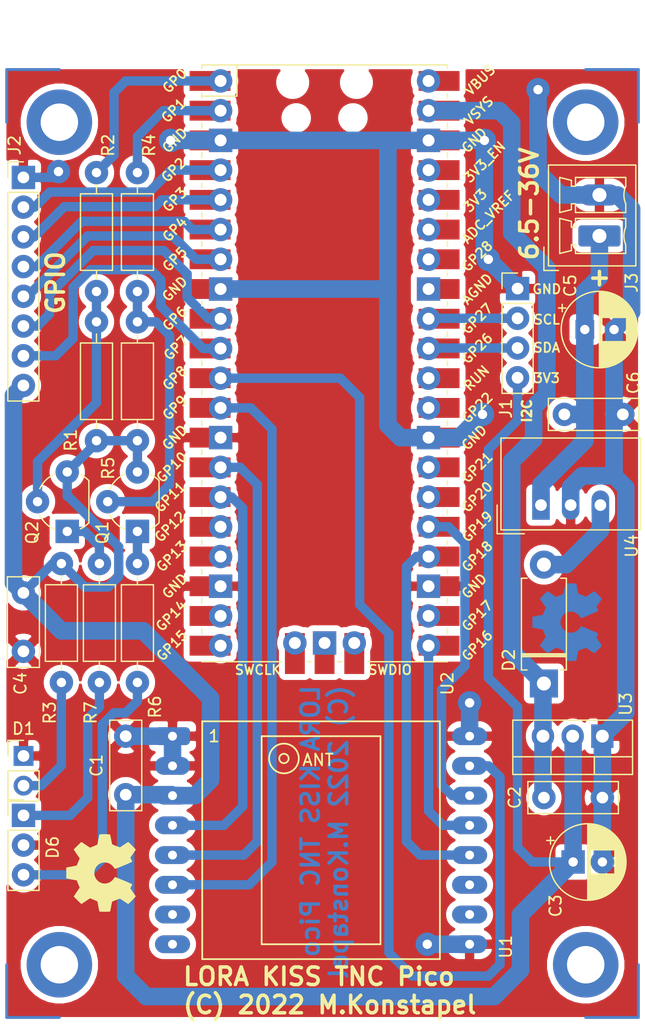
<source format=kicad_pcb>
(kicad_pcb (version 20171130) (host pcbnew 5.1.8-5.1.8)

  (general
    (thickness 1.6)
    (drawings 14)
    (tracks 251)
    (zones 0)
    (modules 31)
    (nets 52)
  )

  (page A4)
  (layers
    (0 F.Cu signal)
    (31 B.Cu signal)
    (32 B.Adhes user)
    (33 F.Adhes user)
    (34 B.Paste user)
    (35 F.Paste user)
    (36 B.SilkS user)
    (37 F.SilkS user)
    (38 B.Mask user)
    (39 F.Mask user)
    (40 Dwgs.User user)
    (41 Cmts.User user)
    (42 Eco1.User user)
    (43 Eco2.User user)
    (44 Edge.Cuts user)
    (45 Margin user)
    (46 B.CrtYd user hide)
    (47 F.CrtYd user)
    (48 B.Fab user)
    (49 F.Fab user hide)
  )

  (setup
    (last_trace_width 1.5)
    (user_trace_width 0.8)
    (user_trace_width 1.5)
    (trace_clearance 0.2)
    (zone_clearance 0.508)
    (zone_45_only no)
    (trace_min 0.2)
    (via_size 0.8)
    (via_drill 0.4)
    (via_min_size 0.4)
    (via_min_drill 0.3)
    (user_via 2 0.8)
    (uvia_size 0.3)
    (uvia_drill 0.1)
    (uvias_allowed no)
    (uvia_min_size 0.2)
    (uvia_min_drill 0.1)
    (edge_width 0.05)
    (segment_width 0.2)
    (pcb_text_width 0.3)
    (pcb_text_size 1.5 1.5)
    (mod_edge_width 0.12)
    (mod_text_size 1 1)
    (mod_text_width 0.15)
    (pad_size 2 2)
    (pad_drill 1)
    (pad_to_mask_clearance 0)
    (aux_axis_origin 0 0)
    (visible_elements FFFFFF7F)
    (pcbplotparams
      (layerselection 0x00000_7fffffff)
      (usegerberextensions false)
      (usegerberattributes true)
      (usegerberadvancedattributes true)
      (creategerberjobfile true)
      (excludeedgelayer true)
      (linewidth 0.100000)
      (plotframeref false)
      (viasonmask false)
      (mode 1)
      (useauxorigin false)
      (hpglpennumber 1)
      (hpglpenspeed 20)
      (hpglpendiameter 15.000000)
      (psnegative false)
      (psa4output false)
      (plotreference true)
      (plotvalue true)
      (plotinvisibletext false)
      (padsonsilk false)
      (subtractmaskfromsilk false)
      (outputformat 4)
      (mirror true)
      (drillshape 1)
      (scaleselection 1)
      (outputdirectory ""))
  )

  (net 0 "")
  (net 1 +3V3)
  (net 2 GND)
  (net 3 +5V)
  (net 4 "Net-(D6-Pad1)")
  (net 5 "Net-(D6-Pad3)")
  (net 6 SCK)
  (net 7 NSS)
  (net 8 MOSI)
  (net 9 LORA_RST)
  (net 10 DIO0)
  (net 11 MISO)
  (net 12 "Net-(Q1-Pad2)")
  (net 13 "Net-(Q2-Pad2)")
  (net 14 "Net-(U1-Pad7)")
  (net 15 "Net-(U1-Pad8)")
  (net 16 "Net-(U1-Pad10)")
  (net 17 "Net-(U1-Pad11)")
  (net 18 "Net-(D1-Pad2)")
  (net 19 "Net-(Q1-Pad1)")
  (net 20 "Net-(Q2-Pad1)")
  (net 21 PTT)
  (net 22 DCD)
  (net 23 DIO1)
  (net 24 "Net-(U2-Pad16)")
  (net 25 "Net-(U2-Pad17)")
  (net 26 "Net-(U2-Pad19)")
  (net 27 "Net-(U2-Pad20)")
  (net 28 "Net-(U2-Pad22)")
  (net 29 "Net-(U2-Pad26)")
  (net 30 "Net-(U2-Pad27)")
  (net 31 "Net-(U2-Pad29)")
  (net 32 "Net-(U2-Pad30)")
  (net 33 "Net-(U2-Pad34)")
  (net 34 "Net-(U2-Pad35)")
  (net 35 "Net-(U2-Pad37)")
  (net 36 "Net-(U2-Pad41)")
  (net 37 "Net-(U2-Pad43)")
  (net 38 "Net-(U2-Pad42)")
  (net 39 "Net-(J1-Pad2)")
  (net 40 "Net-(J1-Pad3)")
  (net 41 "Net-(D2-Pad2)")
  (net 42 "Net-(J2-Pad2)")
  (net 43 "Net-(J2-Pad3)")
  (net 44 "Net-(J2-Pad4)")
  (net 45 "Net-(J2-Pad5)")
  (net 46 "Net-(J2-Pad6)")
  (net 47 "Net-(J2-Pad7)")
  (net 48 "Net-(U2-Pad33)")
  (net 49 "Net-(U2-Pad36)")
  (net 50 "Net-(U2-Pad40)")
  (net 51 "Net-(C5-Pad1)")

  (net_class Default "This is the default net class."
    (clearance 0.2)
    (trace_width 0.25)
    (via_dia 0.8)
    (via_drill 0.4)
    (uvia_dia 0.3)
    (uvia_drill 0.1)
    (add_net +3V3)
    (add_net +5V)
    (add_net DCD)
    (add_net DIO0)
    (add_net DIO1)
    (add_net GND)
    (add_net LORA_RST)
    (add_net MISO)
    (add_net MOSI)
    (add_net NSS)
    (add_net "Net-(C5-Pad1)")
    (add_net "Net-(D1-Pad2)")
    (add_net "Net-(D2-Pad2)")
    (add_net "Net-(D6-Pad1)")
    (add_net "Net-(D6-Pad3)")
    (add_net "Net-(J1-Pad2)")
    (add_net "Net-(J1-Pad3)")
    (add_net "Net-(J2-Pad2)")
    (add_net "Net-(J2-Pad3)")
    (add_net "Net-(J2-Pad4)")
    (add_net "Net-(J2-Pad5)")
    (add_net "Net-(J2-Pad6)")
    (add_net "Net-(J2-Pad7)")
    (add_net "Net-(Q1-Pad1)")
    (add_net "Net-(Q1-Pad2)")
    (add_net "Net-(Q2-Pad1)")
    (add_net "Net-(Q2-Pad2)")
    (add_net "Net-(U1-Pad10)")
    (add_net "Net-(U1-Pad11)")
    (add_net "Net-(U1-Pad7)")
    (add_net "Net-(U1-Pad8)")
    (add_net "Net-(U2-Pad16)")
    (add_net "Net-(U2-Pad17)")
    (add_net "Net-(U2-Pad19)")
    (add_net "Net-(U2-Pad20)")
    (add_net "Net-(U2-Pad22)")
    (add_net "Net-(U2-Pad26)")
    (add_net "Net-(U2-Pad27)")
    (add_net "Net-(U2-Pad29)")
    (add_net "Net-(U2-Pad30)")
    (add_net "Net-(U2-Pad33)")
    (add_net "Net-(U2-Pad34)")
    (add_net "Net-(U2-Pad35)")
    (add_net "Net-(U2-Pad36)")
    (add_net "Net-(U2-Pad37)")
    (add_net "Net-(U2-Pad40)")
    (add_net "Net-(U2-Pad41)")
    (add_net "Net-(U2-Pad42)")
    (add_net "Net-(U2-Pad43)")
    (add_net PTT)
    (add_net SCK)
  )

  (module Package_TO_SOT_THT:TO-220-3_Vertical (layer F.Cu) (tedit 5AC8BA0D) (tstamp 61F06ADD)
    (at 266.45 102.5 180)
    (descr "TO-220-3, Vertical, RM 2.54mm, see https://www.vishay.com/docs/66542/to-220-1.pdf")
    (tags "TO-220-3 Vertical RM 2.54mm")
    (path /61F0B69A)
    (fp_text reference U3 (at -2 2.75 270) (layer F.SilkS)
      (effects (font (size 1 1) (thickness 0.15)))
    )
    (fp_text value LD1117S33 (at 2.54 2.5) (layer F.Fab)
      (effects (font (size 1 1) (thickness 0.15)))
    )
    (fp_line (start 7.79 -3.4) (end -2.71 -3.4) (layer F.CrtYd) (width 0.05))
    (fp_line (start 7.79 1.51) (end 7.79 -3.4) (layer F.CrtYd) (width 0.05))
    (fp_line (start -2.71 1.51) (end 7.79 1.51) (layer F.CrtYd) (width 0.05))
    (fp_line (start -2.71 -3.4) (end -2.71 1.51) (layer F.CrtYd) (width 0.05))
    (fp_line (start 4.391 -3.27) (end 4.391 -1.76) (layer F.SilkS) (width 0.12))
    (fp_line (start 0.69 -3.27) (end 0.69 -1.76) (layer F.SilkS) (width 0.12))
    (fp_line (start -2.58 -1.76) (end 7.66 -1.76) (layer F.SilkS) (width 0.12))
    (fp_line (start 7.66 -3.27) (end 7.66 1.371) (layer F.SilkS) (width 0.12))
    (fp_line (start -2.58 -3.27) (end -2.58 1.371) (layer F.SilkS) (width 0.12))
    (fp_line (start -2.58 1.371) (end 7.66 1.371) (layer F.SilkS) (width 0.12))
    (fp_line (start -2.58 -3.27) (end 7.66 -3.27) (layer F.SilkS) (width 0.12))
    (fp_line (start 4.39 -3.15) (end 4.39 -1.88) (layer F.Fab) (width 0.1))
    (fp_line (start 0.69 -3.15) (end 0.69 -1.88) (layer F.Fab) (width 0.1))
    (fp_line (start -2.46 -1.88) (end 7.54 -1.88) (layer F.Fab) (width 0.1))
    (fp_line (start 7.54 -3.15) (end -2.46 -3.15) (layer F.Fab) (width 0.1))
    (fp_line (start 7.54 1.25) (end 7.54 -3.15) (layer F.Fab) (width 0.1))
    (fp_line (start -2.46 1.25) (end 7.54 1.25) (layer F.Fab) (width 0.1))
    (fp_line (start -2.46 -3.15) (end -2.46 1.25) (layer F.Fab) (width 0.1))
    (fp_text user %R (at 2.54 -4.27) (layer F.Fab)
      (effects (font (size 1 1) (thickness 0.15)))
    )
    (pad 1 thru_hole rect (at 0 0 180) (size 1.905 2) (drill 1.1) (layers *.Cu *.Mask)
      (net 2 GND))
    (pad 2 thru_hole oval (at 2.54 0 180) (size 1.905 2) (drill 1.1) (layers *.Cu *.Mask)
      (net 1 +3V3))
    (pad 3 thru_hole oval (at 5.08 0 180) (size 1.905 2) (drill 1.1) (layers *.Cu *.Mask)
      (net 3 +5V))
    (model ${KISYS3DMOD}/Package_TO_SOT_THT.3dshapes/TO-220-3_Vertical.wrl
      (at (xyz 0 0 0))
      (scale (xyz 1 1 1))
      (rotate (xyz 0 0 0))
    )
  )

  (module MCU_RaspberryPi_and_Boards:RPi_Pico_SMD_TH (layer F.Cu) (tedit 61F01718) (tstamp 61F06AC3)
    (at 242.7 70.636)
    (descr "Through hole straight pin header, 2x20, 2.54mm pitch, double rows")
    (tags "Through hole pin header THT 2x20 2.54mm double row")
    (path /61F073D4)
    (fp_text reference U2 (at 10.5 27.364 90) (layer F.SilkS)
      (effects (font (size 1 1) (thickness 0.15)))
    )
    (fp_text value Pico (at 0 2.159) (layer F.Fab)
      (effects (font (size 1 1) (thickness 0.15)))
    )
    (fp_line (start 1.1 25.5) (end 1.5 25.5) (layer F.SilkS) (width 0.12))
    (fp_line (start -1.5 25.5) (end -1.1 25.5) (layer F.SilkS) (width 0.12))
    (fp_line (start 10.5 25.5) (end 3.7 25.5) (layer F.SilkS) (width 0.12))
    (fp_line (start 10.5 15.1) (end 10.5 15.5) (layer F.SilkS) (width 0.12))
    (fp_line (start 10.5 7.4) (end 10.5 7.8) (layer F.SilkS) (width 0.12))
    (fp_line (start 10.5 -18) (end 10.5 -17.6) (layer F.SilkS) (width 0.12))
    (fp_line (start 10.5 -25.5) (end 10.5 -25.2) (layer F.SilkS) (width 0.12))
    (fp_line (start 10.5 -2.7) (end 10.5 -2.3) (layer F.SilkS) (width 0.12))
    (fp_line (start 10.5 12.5) (end 10.5 12.9) (layer F.SilkS) (width 0.12))
    (fp_line (start 10.5 -7.8) (end 10.5 -7.4) (layer F.SilkS) (width 0.12))
    (fp_line (start 10.5 -12.9) (end 10.5 -12.5) (layer F.SilkS) (width 0.12))
    (fp_line (start 10.5 -0.2) (end 10.5 0.2) (layer F.SilkS) (width 0.12))
    (fp_line (start 10.5 4.9) (end 10.5 5.3) (layer F.SilkS) (width 0.12))
    (fp_line (start 10.5 20.1) (end 10.5 20.5) (layer F.SilkS) (width 0.12))
    (fp_line (start 10.5 22.7) (end 10.5 23.1) (layer F.SilkS) (width 0.12))
    (fp_line (start 10.5 17.6) (end 10.5 18) (layer F.SilkS) (width 0.12))
    (fp_line (start 10.5 -15.4) (end 10.5 -15) (layer F.SilkS) (width 0.12))
    (fp_line (start 10.5 -23.1) (end 10.5 -22.7) (layer F.SilkS) (width 0.12))
    (fp_line (start 10.5 -20.5) (end 10.5 -20.1) (layer F.SilkS) (width 0.12))
    (fp_line (start 10.5 10) (end 10.5 10.4) (layer F.SilkS) (width 0.12))
    (fp_line (start 10.5 2.3) (end 10.5 2.7) (layer F.SilkS) (width 0.12))
    (fp_line (start 10.5 -5.3) (end 10.5 -4.9) (layer F.SilkS) (width 0.12))
    (fp_line (start 10.5 -10.4) (end 10.5 -10) (layer F.SilkS) (width 0.12))
    (fp_line (start -10.5 22.7) (end -10.5 23.1) (layer F.SilkS) (width 0.12))
    (fp_line (start -10.5 20.1) (end -10.5 20.5) (layer F.SilkS) (width 0.12))
    (fp_line (start -10.5 17.6) (end -10.5 18) (layer F.SilkS) (width 0.12))
    (fp_line (start -10.5 15.1) (end -10.5 15.5) (layer F.SilkS) (width 0.12))
    (fp_line (start -10.5 12.5) (end -10.5 12.9) (layer F.SilkS) (width 0.12))
    (fp_line (start -10.5 10) (end -10.5 10.4) (layer F.SilkS) (width 0.12))
    (fp_line (start -10.5 7.4) (end -10.5 7.8) (layer F.SilkS) (width 0.12))
    (fp_line (start -10.5 4.9) (end -10.5 5.3) (layer F.SilkS) (width 0.12))
    (fp_line (start -10.5 2.3) (end -10.5 2.7) (layer F.SilkS) (width 0.12))
    (fp_line (start -10.5 -0.2) (end -10.5 0.2) (layer F.SilkS) (width 0.12))
    (fp_line (start -10.5 -2.7) (end -10.5 -2.3) (layer F.SilkS) (width 0.12))
    (fp_line (start -10.5 -5.3) (end -10.5 -4.9) (layer F.SilkS) (width 0.12))
    (fp_line (start -10.5 -7.8) (end -10.5 -7.4) (layer F.SilkS) (width 0.12))
    (fp_line (start -10.5 -10.4) (end -10.5 -10) (layer F.SilkS) (width 0.12))
    (fp_line (start -10.5 -12.9) (end -10.5 -12.5) (layer F.SilkS) (width 0.12))
    (fp_line (start -10.5 -15.4) (end -10.5 -15) (layer F.SilkS) (width 0.12))
    (fp_line (start -10.5 -18) (end -10.5 -17.6) (layer F.SilkS) (width 0.12))
    (fp_line (start -10.5 -20.5) (end -10.5 -20.1) (layer F.SilkS) (width 0.12))
    (fp_line (start -10.5 -23.1) (end -10.5 -22.7) (layer F.SilkS) (width 0.12))
    (fp_line (start -10.5 -25.5) (end -10.5 -25.2) (layer F.SilkS) (width 0.12))
    (fp_line (start -7.493 -22.833) (end -7.493 -25.5) (layer F.SilkS) (width 0.12))
    (fp_line (start -10.5 -22.833) (end -7.493 -22.833) (layer F.SilkS) (width 0.12))
    (fp_line (start -3.7 25.5) (end -10.5 25.5) (layer F.SilkS) (width 0.12))
    (fp_line (start -10.5 -25.5) (end 10.5 -25.5) (layer F.SilkS) (width 0.12))
    (fp_line (start -11 26) (end -11 -26) (layer F.CrtYd) (width 0.12))
    (fp_line (start 11 26) (end -11 26) (layer F.CrtYd) (width 0.12))
    (fp_line (start 11 -26) (end 11 26) (layer F.CrtYd) (width 0.12))
    (fp_line (start -11 -26) (end 11 -26) (layer F.CrtYd) (width 0.12))
    (fp_line (start -10.5 -24.2) (end -9.2 -25.5) (layer F.Fab) (width 0.12))
    (fp_line (start -10.5 25.5) (end -10.5 -25.5) (layer F.Fab) (width 0.12))
    (fp_line (start 10.5 25.5) (end -10.5 25.5) (layer F.Fab) (width 0.12))
    (fp_line (start 10.5 -25.5) (end 10.5 25.5) (layer F.Fab) (width 0.12))
    (fp_line (start -10.5 -25.5) (end 10.5 -25.5) (layer F.Fab) (width 0.12))
    (fp_poly (pts (xy -1.5 -16.5) (xy -3.5 -16.5) (xy -3.5 -18.5) (xy -1.5 -18.5)) (layer Dwgs.User) (width 0.1))
    (fp_poly (pts (xy -1.5 -14) (xy -3.5 -14) (xy -3.5 -16) (xy -1.5 -16)) (layer Dwgs.User) (width 0.1))
    (fp_poly (pts (xy -1.5 -11.5) (xy -3.5 -11.5) (xy -3.5 -13.5) (xy -1.5 -13.5)) (layer Dwgs.User) (width 0.1))
    (fp_poly (pts (xy 3.7 -20.2) (xy -3.7 -20.2) (xy -3.7 -24.9) (xy 3.7 -24.9)) (layer Dwgs.User) (width 0.1))
    (fp_text user "Copper Keepouts shown on Dwgs layer" (at 0.1 -30.2) (layer Cmts.User)
      (effects (font (size 1 1) (thickness 0.15)))
    )
    (fp_text user SWDIO (at 5.6 26.2) (layer F.SilkS)
      (effects (font (size 0.8 0.8) (thickness 0.15)))
    )
    (fp_text user SWCLK (at -5.7 26.2) (layer F.SilkS)
      (effects (font (size 0.8 0.8) (thickness 0.15)))
    )
    (fp_text user AGND (at 13.054 -6.35 45) (layer F.SilkS)
      (effects (font (size 0.8 0.8) (thickness 0.15)))
    )
    (fp_text user GND (at 12.8 -19.05 45) (layer F.SilkS)
      (effects (font (size 0.8 0.8) (thickness 0.15)))
    )
    (fp_text user GND (at 12.8 6.35 45) (layer F.SilkS)
      (effects (font (size 0.8 0.8) (thickness 0.15)))
    )
    (fp_text user GND (at 12.8 19.05 45) (layer F.SilkS)
      (effects (font (size 0.8 0.8) (thickness 0.15)))
    )
    (fp_text user GND (at -12.8 19.05 45) (layer F.SilkS)
      (effects (font (size 0.8 0.8) (thickness 0.15)))
    )
    (fp_text user GND (at -12.8 6.35 45) (layer F.SilkS)
      (effects (font (size 0.8 0.8) (thickness 0.15)))
    )
    (fp_text user GND (at -12.8 -6.35 45) (layer F.SilkS)
      (effects (font (size 0.8 0.8) (thickness 0.15)))
    )
    (fp_text user GND (at -12.8 -19.05 45) (layer F.SilkS)
      (effects (font (size 0.8 0.8) (thickness 0.15)))
    )
    (fp_text user VBUS (at 13.3 -24.2 45) (layer F.SilkS)
      (effects (font (size 0.8 0.8) (thickness 0.15)))
    )
    (fp_text user VSYS (at 13.2 -21.59 45) (layer F.SilkS)
      (effects (font (size 0.8 0.8) (thickness 0.15)))
    )
    (fp_text user 3V3_EN (at 13.7 -17.2 45) (layer F.SilkS)
      (effects (font (size 0.8 0.8) (thickness 0.15)))
    )
    (fp_text user 3V3 (at 12.9 -13.9 45) (layer F.SilkS)
      (effects (font (size 0.8 0.8) (thickness 0.15)))
    )
    (fp_text user ADC_VREF (at 14 -12.5 45) (layer F.SilkS)
      (effects (font (size 0.8 0.8) (thickness 0.15)))
    )
    (fp_text user GP28 (at 13.054 -9.144 45) (layer F.SilkS)
      (effects (font (size 0.8 0.8) (thickness 0.15)))
    )
    (fp_text user GP27 (at 13.054 -3.8 45) (layer F.SilkS)
      (effects (font (size 0.8 0.8) (thickness 0.15)))
    )
    (fp_text user GP26 (at 13.054 -1.27 45) (layer F.SilkS)
      (effects (font (size 0.8 0.8) (thickness 0.15)))
    )
    (fp_text user RUN (at 13 1.27 45) (layer F.SilkS)
      (effects (font (size 0.8 0.8) (thickness 0.15)))
    )
    (fp_text user GP22 (at 13.054 3.81 45) (layer F.SilkS)
      (effects (font (size 0.8 0.8) (thickness 0.15)))
    )
    (fp_text user GP21 (at 13.054 8.9 45) (layer F.SilkS)
      (effects (font (size 0.8 0.8) (thickness 0.15)))
    )
    (fp_text user GP20 (at 13.054 11.43 45) (layer F.SilkS)
      (effects (font (size 0.8 0.8) (thickness 0.15)))
    )
    (fp_text user GP19 (at 13.054 13.97 45) (layer F.SilkS)
      (effects (font (size 0.8 0.8) (thickness 0.15)))
    )
    (fp_text user GP18 (at 13.054 16.51 45) (layer F.SilkS)
      (effects (font (size 0.8 0.8) (thickness 0.15)))
    )
    (fp_text user GP17 (at 13.054 21.59 45) (layer F.SilkS)
      (effects (font (size 0.8 0.8) (thickness 0.15)))
    )
    (fp_text user GP16 (at 13.054 24.13 45) (layer F.SilkS)
      (effects (font (size 0.8 0.8) (thickness 0.15)))
    )
    (fp_text user GP15 (at -13.054 24.13 45) (layer F.SilkS)
      (effects (font (size 0.8 0.8) (thickness 0.15)))
    )
    (fp_text user GP14 (at -13.1 21.59 45) (layer F.SilkS)
      (effects (font (size 0.8 0.8) (thickness 0.15)))
    )
    (fp_text user GP13 (at -13.054 16.51 45) (layer F.SilkS)
      (effects (font (size 0.8 0.8) (thickness 0.15)))
    )
    (fp_text user GP12 (at -13.2 13.97 45) (layer F.SilkS)
      (effects (font (size 0.8 0.8) (thickness 0.15)))
    )
    (fp_text user GP11 (at -13.2 11.43 45) (layer F.SilkS)
      (effects (font (size 0.8 0.8) (thickness 0.15)))
    )
    (fp_text user GP10 (at -13.054 8.89 45) (layer F.SilkS)
      (effects (font (size 0.8 0.8) (thickness 0.15)))
    )
    (fp_text user GP9 (at -12.8 3.81 45) (layer F.SilkS)
      (effects (font (size 0.8 0.8) (thickness 0.15)))
    )
    (fp_text user GP8 (at -12.8 1.27 45) (layer F.SilkS)
      (effects (font (size 0.8 0.8) (thickness 0.15)))
    )
    (fp_text user GP7 (at -12.7 -1.3 45) (layer F.SilkS)
      (effects (font (size 0.8 0.8) (thickness 0.15)))
    )
    (fp_text user GP6 (at -12.8 -3.81 45) (layer F.SilkS)
      (effects (font (size 0.8 0.8) (thickness 0.15)))
    )
    (fp_text user GP5 (at -12.8 -8.89 45) (layer F.SilkS)
      (effects (font (size 0.8 0.8) (thickness 0.15)))
    )
    (fp_text user GP4 (at -12.8 -11.43 45) (layer F.SilkS)
      (effects (font (size 0.8 0.8) (thickness 0.15)))
    )
    (fp_text user GP3 (at -12.8 -13.97 45) (layer F.SilkS)
      (effects (font (size 0.8 0.8) (thickness 0.15)))
    )
    (fp_text user GP0 (at -12.8 -24.13 45) (layer F.SilkS)
      (effects (font (size 0.8 0.8) (thickness 0.15)))
    )
    (fp_text user GP2 (at -12.9 -16.51 45) (layer F.SilkS)
      (effects (font (size 0.8 0.8) (thickness 0.15)))
    )
    (fp_text user GP1 (at -12.9 -21.6 45) (layer F.SilkS)
      (effects (font (size 0.8 0.8) (thickness 0.15)))
    )
    (fp_text user %R (at 0 0 180) (layer F.Fab)
      (effects (font (size 1 1) (thickness 0.15)))
    )
    (pad 43 thru_hole oval (at 2.54 23.9) (size 2 2) (drill 1.02) (layers *.Cu *.Mask)
      (net 37 "Net-(U2-Pad43)"))
    (pad 43 smd rect (at 2.54 23.9 90) (size 3.5 1.7) (drill (offset -0.9 0)) (layers F.Cu F.Mask)
      (net 37 "Net-(U2-Pad43)"))
    (pad 42 thru_hole rect (at 0 23.9) (size 2 2) (drill 1.02) (layers *.Cu *.Mask)
      (net 38 "Net-(U2-Pad42)"))
    (pad 42 smd rect (at 0 23.9 90) (size 3.5 1.7) (drill (offset -0.9 0)) (layers F.Cu F.Mask)
      (net 38 "Net-(U2-Pad42)"))
    (pad 41 thru_hole oval (at -2.54 23.9) (size 2 2) (drill 1.02) (layers *.Cu *.Mask)
      (net 36 "Net-(U2-Pad41)"))
    (pad 41 smd rect (at -2.54 23.9 90) (size 3.5 1.7) (drill (offset -0.9 0)) (layers F.Cu F.Mask)
      (net 36 "Net-(U2-Pad41)"))
    (pad "" np_thru_hole oval (at 2.425 -20.97) (size 1.5 1.5) (drill 1.5) (layers *.Cu *.Mask))
    (pad "" np_thru_hole oval (at -2.425 -20.97) (size 1.5 1.5) (drill 1.5) (layers *.Cu *.Mask))
    (pad "" np_thru_hole oval (at 2.725 -24) (size 1.8 1.8) (drill 1.8) (layers *.Cu *.Mask))
    (pad "" np_thru_hole oval (at -2.725 -24) (size 1.8 1.8) (drill 1.8) (layers *.Cu *.Mask))
    (pad 21 smd rect (at 8.89 24.13) (size 3.5 1.7) (drill (offset 0.9 0)) (layers F.Cu F.Mask)
      (net 11 MISO))
    (pad 22 smd rect (at 8.89 21.59) (size 3.5 1.7) (drill (offset 0.9 0)) (layers F.Cu F.Mask)
      (net 28 "Net-(U2-Pad22)"))
    (pad 23 smd rect (at 8.89 19.05) (size 3.5 1.7) (drill (offset 0.9 0)) (layers F.Cu F.Mask)
      (net 2 GND))
    (pad 24 smd rect (at 8.89 16.51) (size 3.5 1.7) (drill (offset 0.9 0)) (layers F.Cu F.Mask)
      (net 6 SCK))
    (pad 25 smd rect (at 8.89 13.97) (size 3.5 1.7) (drill (offset 0.9 0)) (layers F.Cu F.Mask)
      (net 8 MOSI))
    (pad 26 smd rect (at 8.89 11.43) (size 3.5 1.7) (drill (offset 0.9 0)) (layers F.Cu F.Mask)
      (net 29 "Net-(U2-Pad26)"))
    (pad 27 smd rect (at 8.89 8.89) (size 3.5 1.7) (drill (offset 0.9 0)) (layers F.Cu F.Mask)
      (net 30 "Net-(U2-Pad27)"))
    (pad 28 smd rect (at 8.89 6.35) (size 3.5 1.7) (drill (offset 0.9 0)) (layers F.Cu F.Mask)
      (net 2 GND))
    (pad 29 smd rect (at 8.89 3.81) (size 3.5 1.7) (drill (offset 0.9 0)) (layers F.Cu F.Mask)
      (net 31 "Net-(U2-Pad29)"))
    (pad 30 smd rect (at 8.89 1.27) (size 3.5 1.7) (drill (offset 0.9 0)) (layers F.Cu F.Mask)
      (net 32 "Net-(U2-Pad30)"))
    (pad 31 smd rect (at 8.89 -1.27) (size 3.5 1.7) (drill (offset 0.9 0)) (layers F.Cu F.Mask)
      (net 40 "Net-(J1-Pad3)"))
    (pad 32 smd rect (at 8.89 -3.81) (size 3.5 1.7) (drill (offset 0.9 0)) (layers F.Cu F.Mask)
      (net 39 "Net-(J1-Pad2)"))
    (pad 33 smd rect (at 8.89 -6.35) (size 3.5 1.7) (drill (offset 0.9 0)) (layers F.Cu F.Mask)
      (net 48 "Net-(U2-Pad33)"))
    (pad 34 smd rect (at 8.89 -8.89) (size 3.5 1.7) (drill (offset 0.9 0)) (layers F.Cu F.Mask)
      (net 33 "Net-(U2-Pad34)"))
    (pad 35 smd rect (at 8.89 -11.43) (size 3.5 1.7) (drill (offset 0.9 0)) (layers F.Cu F.Mask)
      (net 34 "Net-(U2-Pad35)"))
    (pad 36 smd rect (at 8.89 -13.97) (size 3.5 1.7) (drill (offset 0.9 0)) (layers F.Cu F.Mask)
      (net 49 "Net-(U2-Pad36)"))
    (pad 37 smd rect (at 8.89 -16.51) (size 3.5 1.7) (drill (offset 0.9 0)) (layers F.Cu F.Mask)
      (net 35 "Net-(U2-Pad37)"))
    (pad 38 smd rect (at 8.89 -19.05) (size 3.5 1.7) (drill (offset 0.9 0)) (layers F.Cu F.Mask)
      (net 2 GND))
    (pad 39 smd rect (at 8.89 -21.59) (size 3.5 1.7) (drill (offset 0.9 0)) (layers F.Cu F.Mask)
      (net 3 +5V))
    (pad 40 smd rect (at 8.89 -24.13) (size 3.5 1.7) (drill (offset 0.9 0)) (layers F.Cu F.Mask)
      (net 50 "Net-(U2-Pad40)"))
    (pad 20 smd rect (at -8.89 24.13) (size 3.5 1.7) (drill (offset -0.9 0)) (layers F.Cu F.Mask)
      (net 27 "Net-(U2-Pad20)"))
    (pad 19 smd rect (at -8.89 21.59) (size 3.5 1.7) (drill (offset -0.9 0)) (layers F.Cu F.Mask)
      (net 26 "Net-(U2-Pad19)"))
    (pad 18 smd rect (at -8.89 19.05) (size 3.5 1.7) (drill (offset -0.9 0)) (layers F.Cu F.Mask)
      (net 2 GND))
    (pad 17 smd rect (at -8.89 16.51) (size 3.5 1.7) (drill (offset -0.9 0)) (layers F.Cu F.Mask)
      (net 25 "Net-(U2-Pad17)"))
    (pad 16 smd rect (at -8.89 13.97) (size 3.5 1.7) (drill (offset -0.9 0)) (layers F.Cu F.Mask)
      (net 24 "Net-(U2-Pad16)"))
    (pad 15 smd rect (at -8.89 11.43) (size 3.5 1.7) (drill (offset -0.9 0)) (layers F.Cu F.Mask)
      (net 9 LORA_RST))
    (pad 14 smd rect (at -8.89 8.89) (size 3.5 1.7) (drill (offset -0.9 0)) (layers F.Cu F.Mask)
      (net 10 DIO0))
    (pad 13 smd rect (at -8.89 6.35) (size 3.5 1.7) (drill (offset -0.9 0)) (layers F.Cu F.Mask)
      (net 2 GND))
    (pad 12 smd rect (at -8.89 3.81) (size 3.5 1.7) (drill (offset -0.9 0)) (layers F.Cu F.Mask)
      (net 23 DIO1))
    (pad 11 smd rect (at -8.89 1.27) (size 3.5 1.7) (drill (offset -0.9 0)) (layers F.Cu F.Mask)
      (net 7 NSS))
    (pad 10 smd rect (at -8.89 -1.27) (size 3.5 1.7) (drill (offset -0.9 0)) (layers F.Cu F.Mask)
      (net 47 "Net-(J2-Pad7)"))
    (pad 9 smd rect (at -8.89 -3.81) (size 3.5 1.7) (drill (offset -0.9 0)) (layers F.Cu F.Mask)
      (net 46 "Net-(J2-Pad6)"))
    (pad 8 smd rect (at -8.89 -6.35) (size 3.5 1.7) (drill (offset -0.9 0)) (layers F.Cu F.Mask)
      (net 2 GND))
    (pad 7 smd rect (at -8.89 -8.89) (size 3.5 1.7) (drill (offset -0.9 0)) (layers F.Cu F.Mask)
      (net 45 "Net-(J2-Pad5)"))
    (pad 6 smd rect (at -8.89 -11.43) (size 3.5 1.7) (drill (offset -0.9 0)) (layers F.Cu F.Mask)
      (net 44 "Net-(J2-Pad4)"))
    (pad 5 smd rect (at -8.89 -13.97) (size 3.5 1.7) (drill (offset -0.9 0)) (layers F.Cu F.Mask)
      (net 43 "Net-(J2-Pad3)"))
    (pad 4 smd rect (at -8.89 -16.51) (size 3.5 1.7) (drill (offset -0.9 0)) (layers F.Cu F.Mask)
      (net 42 "Net-(J2-Pad2)"))
    (pad 3 smd rect (at -8.89 -19.05) (size 3.5 1.7) (drill (offset -0.9 0)) (layers F.Cu F.Mask)
      (net 2 GND))
    (pad 2 smd rect (at -8.89 -21.59) (size 3.5 1.7) (drill (offset -0.9 0)) (layers F.Cu F.Mask)
      (net 22 DCD))
    (pad 1 smd rect (at -8.89 -24.13) (size 3.5 1.7) (drill (offset -0.9 0)) (layers F.Cu F.Mask)
      (net 21 PTT))
    (pad 40 thru_hole oval (at 8.89 -24.13) (size 2 2) (drill 1.02) (layers *.Cu *.Mask)
      (net 50 "Net-(U2-Pad40)"))
    (pad 39 thru_hole oval (at 8.89 -21.59) (size 2 2) (drill 1.02) (layers *.Cu *.Mask)
      (net 3 +5V))
    (pad 38 thru_hole rect (at 8.89 -19.05) (size 2 2) (drill 1.02) (layers *.Cu *.Mask)
      (net 2 GND))
    (pad 37 thru_hole oval (at 8.89 -16.51) (size 2 2) (drill 1.02) (layers *.Cu *.Mask)
      (net 35 "Net-(U2-Pad37)"))
    (pad 36 thru_hole oval (at 8.89 -13.97) (size 2 2) (drill 1.02) (layers *.Cu *.Mask)
      (net 49 "Net-(U2-Pad36)"))
    (pad 35 thru_hole oval (at 8.89 -11.43) (size 2 2) (drill 1.02) (layers *.Cu *.Mask)
      (net 34 "Net-(U2-Pad35)"))
    (pad 34 thru_hole oval (at 8.89 -8.89) (size 2 2) (drill 1.02) (layers *.Cu *.Mask)
      (net 33 "Net-(U2-Pad34)"))
    (pad 33 thru_hole rect (at 8.89 -6.35) (size 2 2) (drill 1.02) (layers *.Cu *.Mask)
      (net 48 "Net-(U2-Pad33)"))
    (pad 32 thru_hole oval (at 8.89 -3.81) (size 2 2) (drill 1.02) (layers *.Cu *.Mask)
      (net 39 "Net-(J1-Pad2)"))
    (pad 31 thru_hole oval (at 8.89 -1.27) (size 2 2) (drill 1.02) (layers *.Cu *.Mask)
      (net 40 "Net-(J1-Pad3)"))
    (pad 30 thru_hole oval (at 8.89 1.27) (size 2 2) (drill 1.02) (layers *.Cu *.Mask)
      (net 32 "Net-(U2-Pad30)"))
    (pad 29 thru_hole oval (at 8.89 3.81) (size 2 2) (drill 1.02) (layers *.Cu *.Mask)
      (net 31 "Net-(U2-Pad29)"))
    (pad 28 thru_hole rect (at 8.89 6.35) (size 2 2) (drill 1.02) (layers *.Cu *.Mask)
      (net 2 GND))
    (pad 27 thru_hole oval (at 8.89 8.89) (size 2 2) (drill 1.02) (layers *.Cu *.Mask)
      (net 30 "Net-(U2-Pad27)"))
    (pad 26 thru_hole oval (at 8.89 11.43) (size 2 2) (drill 1.02) (layers *.Cu *.Mask)
      (net 29 "Net-(U2-Pad26)"))
    (pad 25 thru_hole oval (at 8.89 13.97) (size 2 2) (drill 1.02) (layers *.Cu *.Mask)
      (net 8 MOSI))
    (pad 24 thru_hole oval (at 8.89 16.51) (size 2 2) (drill 1.02) (layers *.Cu *.Mask)
      (net 6 SCK))
    (pad 23 thru_hole rect (at 8.89 19.05) (size 2 2) (drill 1.02) (layers *.Cu *.Mask)
      (net 2 GND))
    (pad 22 thru_hole oval (at 8.89 21.59) (size 2 2) (drill 1.02) (layers *.Cu *.Mask)
      (net 28 "Net-(U2-Pad22)"))
    (pad 21 thru_hole oval (at 8.89 24.13) (size 2 2) (drill 1.02) (layers *.Cu *.Mask)
      (net 11 MISO))
    (pad 20 thru_hole oval (at -8.89 24.13) (size 2 2) (drill 1.02) (layers *.Cu *.Mask)
      (net 27 "Net-(U2-Pad20)"))
    (pad 19 thru_hole oval (at -8.89 21.59) (size 2 2) (drill 1.02) (layers *.Cu *.Mask)
      (net 26 "Net-(U2-Pad19)"))
    (pad 18 thru_hole rect (at -8.89 19.05) (size 2 2) (drill 1.02) (layers *.Cu *.Mask)
      (net 2 GND))
    (pad 17 thru_hole oval (at -8.89 16.51) (size 2 2) (drill 1.02) (layers *.Cu *.Mask)
      (net 25 "Net-(U2-Pad17)"))
    (pad 16 thru_hole oval (at -8.89 13.97) (size 2 2) (drill 1.02) (layers *.Cu *.Mask)
      (net 24 "Net-(U2-Pad16)"))
    (pad 15 thru_hole oval (at -8.89 11.43) (size 2 2) (drill 1.02) (layers *.Cu *.Mask)
      (net 9 LORA_RST))
    (pad 14 thru_hole oval (at -8.89 8.89) (size 2 2) (drill 1.02) (layers *.Cu *.Mask)
      (net 10 DIO0))
    (pad 13 thru_hole rect (at -8.89 6.35) (size 2 2) (drill 1.02) (layers *.Cu *.Mask)
      (net 2 GND))
    (pad 12 thru_hole oval (at -8.89 3.81) (size 2 2) (drill 1.02) (layers *.Cu *.Mask)
      (net 23 DIO1))
    (pad 11 thru_hole oval (at -8.89 1.27) (size 2 2) (drill 1.02) (layers *.Cu *.Mask)
      (net 7 NSS))
    (pad 10 thru_hole oval (at -8.89 -1.27) (size 2 2) (drill 1.02) (layers *.Cu *.Mask)
      (net 47 "Net-(J2-Pad7)"))
    (pad 9 thru_hole oval (at -8.89 -3.81) (size 2 2) (drill 1.02) (layers *.Cu *.Mask)
      (net 46 "Net-(J2-Pad6)"))
    (pad 8 thru_hole rect (at -8.89 -6.35) (size 2 2) (drill 1.02) (layers *.Cu *.Mask)
      (net 2 GND))
    (pad 7 thru_hole oval (at -8.89 -8.89) (size 2 2) (drill 1.02) (layers *.Cu *.Mask)
      (net 45 "Net-(J2-Pad5)"))
    (pad 6 thru_hole oval (at -8.89 -11.43) (size 2 2) (drill 1.02) (layers *.Cu *.Mask)
      (net 44 "Net-(J2-Pad4)"))
    (pad 5 thru_hole oval (at -8.89 -13.97) (size 2 2) (drill 1.02) (layers *.Cu *.Mask)
      (net 43 "Net-(J2-Pad3)"))
    (pad 4 thru_hole oval (at -8.89 -16.51) (size 2 2) (drill 1.02) (layers *.Cu *.Mask)
      (net 42 "Net-(J2-Pad2)"))
    (pad 3 thru_hole rect (at -8.89 -19.05) (size 2 2) (drill 1.02) (layers *.Cu *.Mask)
      (net 2 GND))
    (pad 2 thru_hole oval (at -8.89 -21.59) (size 2 2) (drill 1.02) (layers *.Cu *.Mask)
      (net 22 DCD))
    (pad 1 thru_hole oval (at -8.89 -24.13) (size 2 2) (drill 1.02) (layers *.Cu *.Mask)
      (net 21 PTT))
    (model "/home/marcel/kicad_sources/KiCad-RP-Pico/RP-Pico Libraries/Pico.wrl"
      (at (xyz 0 0 0))
      (scale (xyz 1 1 1))
      (rotate (xyz 0 0 0))
    )
  )

  (module Connector_PinHeader_2.54mm:PinHeader_1x04_P2.54mm_Vertical (layer F.Cu) (tedit 61F01576) (tstamp 62669E16)
    (at 259.2 64.25)
    (descr "Through hole straight pin header, 1x04, 2.54mm pitch, single row")
    (tags "Through hole pin header THT 1x04 2.54mm single row")
    (path /6205372A)
    (fp_text reference J1 (at -1 10.25 90) (layer F.SilkS)
      (effects (font (size 1 1) (thickness 0.15)))
    )
    (fp_text value I2C (at 0 9.95) (layer F.Fab)
      (effects (font (size 1 1) (thickness 0.15)))
    )
    (fp_line (start 1.8 -1.8) (end -1.8 -1.8) (layer F.CrtYd) (width 0.05))
    (fp_line (start 1.8 9.4) (end 1.8 -1.8) (layer F.CrtYd) (width 0.05))
    (fp_line (start -1.8 9.4) (end 1.8 9.4) (layer F.CrtYd) (width 0.05))
    (fp_line (start -1.8 -1.8) (end -1.8 9.4) (layer F.CrtYd) (width 0.05))
    (fp_line (start -1.33 -1.33) (end 0 -1.33) (layer F.SilkS) (width 0.12))
    (fp_line (start -1.33 0) (end -1.33 -1.33) (layer F.SilkS) (width 0.12))
    (fp_line (start -1.33 1.27) (end 1.33 1.27) (layer F.SilkS) (width 0.12))
    (fp_line (start 1.33 1.27) (end 1.33 8.95) (layer F.SilkS) (width 0.12))
    (fp_line (start -1.33 1.27) (end -1.33 8.95) (layer F.SilkS) (width 0.12))
    (fp_line (start -1.33 8.95) (end 1.33 8.95) (layer F.SilkS) (width 0.12))
    (fp_line (start -1.27 -0.635) (end -0.635 -1.27) (layer F.Fab) (width 0.1))
    (fp_line (start -1.27 8.89) (end -1.27 -0.635) (layer F.Fab) (width 0.1))
    (fp_line (start 1.27 8.89) (end -1.27 8.89) (layer F.Fab) (width 0.1))
    (fp_line (start 1.27 -1.27) (end 1.27 8.89) (layer F.Fab) (width 0.1))
    (fp_line (start -0.635 -1.27) (end 1.27 -1.27) (layer F.Fab) (width 0.1))
    (fp_text user %R (at 0 3.81 90) (layer F.Fab)
      (effects (font (size 1 1) (thickness 0.15)))
    )
    (pad 1 thru_hole rect (at 0 0) (size 2 2) (drill 1) (layers *.Cu *.Mask)
      (net 2 GND))
    (pad 2 thru_hole oval (at 0 2.54) (size 2 2) (drill 1) (layers *.Cu *.Mask)
      (net 39 "Net-(J1-Pad2)"))
    (pad 3 thru_hole oval (at 0 5.08) (size 2 2) (drill 1) (layers *.Cu *.Mask)
      (net 40 "Net-(J1-Pad3)"))
    (pad 4 thru_hole oval (at 0 7.62) (size 2 2) (drill 1) (layers *.Cu *.Mask)
      (net 1 +3V3))
    (model ${KISYS3DMOD}/Connector_PinHeader_2.54mm.3dshapes/PinHeader_1x04_P2.54mm_Vertical.wrl
      (at (xyz 0 0 0))
      (scale (xyz 1 1 1))
      (rotate (xyz 0 0 0))
    )
  )

  (module mtk_rf:RA-02 (layer F.Cu) (tedit 61E9612E) (tstamp 61F07B1A)
    (at 229.7 102.5)
    (path /61E5E459)
    (fp_text reference U1 (at 28.5 18 90) (layer F.SilkS)
      (effects (font (size 1 1) (thickness 0.15)))
    )
    (fp_text value Ra-02 (at 10.414 20.066) (layer F.Fab)
      (effects (font (size 1 1) (thickness 0.15)))
    )
    (fp_line (start 2.54 -1.27) (end 22.86 -1.27) (layer F.SilkS) (width 0.15))
    (fp_line (start 22.86 -1.27) (end 22.86 19.05) (layer F.SilkS) (width 0.15))
    (fp_line (start 22.86 19.05) (end 2.54 19.05) (layer F.SilkS) (width 0.15))
    (fp_line (start 2.54 19.05) (end 2.54 -1.27) (layer F.SilkS) (width 0.15))
    (fp_line (start 7.62 0) (end 17.78 0) (layer F.SilkS) (width 0.15))
    (fp_line (start 17.78 0) (end 17.78 17.78) (layer F.SilkS) (width 0.15))
    (fp_line (start 17.78 17.78) (end 7.62 17.78) (layer F.SilkS) (width 0.15))
    (fp_line (start 7.62 17.78) (end 7.62 0) (layer F.SilkS) (width 0.15))
    (fp_circle (center 9.525 1.905) (end 9.525 3.175) (layer F.SilkS) (width 0.15))
    (fp_circle (center 9.525 1.905) (end 9.144 1.778) (layer F.SilkS) (width 0.15))
    (fp_text user 1 (at 3.556 0) (layer F.SilkS)
      (effects (font (size 1 1) (thickness 0.15)))
    )
    (fp_text user ANT (at 12.446 2.032) (layer F.SilkS)
      (effects (font (size 1 1) (thickness 0.15)))
    )
    (pad 16 thru_hole oval (at 25.4 0) (size 3 1.524) (drill 0.762) (layers *.Cu *.Mask)
      (net 2 GND))
    (pad 15 thru_hole oval (at 25.4 2.54) (size 3 1.524) (drill 0.762) (layers *.Cu *.Mask)
      (net 7 NSS))
    (pad 14 thru_hole oval (at 25.4 5.08) (size 3 1.524) (drill 0.762) (layers *.Cu *.Mask)
      (net 8 MOSI))
    (pad 13 thru_hole oval (at 25.4 7.62) (size 3 1.524) (drill 0.762) (layers *.Cu *.Mask)
      (net 11 MISO))
    (pad 12 thru_hole oval (at 25.4 10.16) (size 3 1.524) (drill 0.762) (layers *.Cu *.Mask)
      (net 6 SCK))
    (pad 11 thru_hole oval (at 25.4 12.7) (size 3 1.524) (drill 0.762) (layers *.Cu *.Mask)
      (net 17 "Net-(U1-Pad11)"))
    (pad 10 thru_hole oval (at 25.4 15.24) (size 3 1.524) (drill 0.762) (layers *.Cu *.Mask)
      (net 16 "Net-(U1-Pad10)"))
    (pad 9 thru_hole oval (at 25.4 17.78) (size 3 1.524) (drill 0.762) (layers *.Cu *.Mask)
      (net 2 GND))
    (pad 8 thru_hole oval (at 0 17.78) (size 3 1.524) (drill 0.762) (layers *.Cu *.Mask)
      (net 15 "Net-(U1-Pad8)"))
    (pad 7 thru_hole oval (at 0 15.24) (size 3 1.524) (drill 0.762) (layers *.Cu *.Mask)
      (net 14 "Net-(U1-Pad7)"))
    (pad 6 thru_hole oval (at 0 12.7) (size 3 1.524) (drill 0.762) (layers *.Cu *.Mask)
      (net 23 DIO1))
    (pad 5 thru_hole oval (at 0 10.16) (size 3 1.524) (drill 0.762) (layers *.Cu *.Mask)
      (net 10 DIO0))
    (pad 4 thru_hole oval (at 0 7.62) (size 3 1.524) (drill 0.762) (layers *.Cu *.Mask)
      (net 9 LORA_RST))
    (pad 3 thru_hole oval (at 0 5.08) (size 3 1.524) (drill 0.762) (layers *.Cu *.Mask)
      (net 1 +3V3))
    (pad 2 thru_hole oval (at 0 2.54) (size 3 1.524) (drill 0.762) (layers *.Cu *.Mask)
      (net 2 GND))
    (pad 1 thru_hole roundrect (at 0 0) (size 3 1.524) (drill 0.762) (layers *.Cu *.Mask) (roundrect_rratio 0.25)
      (net 2 GND))
  )

  (module Resistor_THT:R_Axial_DIN0207_L6.3mm_D2.5mm_P10.16mm_Horizontal (layer F.Cu) (tedit 61E2EAE3) (tstamp 61F069E6)
    (at 220.2 87.75 270)
    (descr "Resistor, Axial_DIN0207 series, Axial, Horizontal, pin pitch=10.16mm, 0.25W = 1/4W, length*diameter=6.3*2.5mm^2, http://cdn-reichelt.de/documents/datenblatt/B400/1_4W%23YAG.pdf")
    (tags "Resistor Axial_DIN0207 series Axial Horizontal pin pitch 10.16mm 0.25W = 1/4W length 6.3mm diameter 2.5mm")
    (path /61F69333)
    (fp_text reference R3 (at 12.75 1 90) (layer F.SilkS)
      (effects (font (size 1 1) (thickness 0.15)))
    )
    (fp_text value 470R (at 5.08 2.37 90) (layer F.Fab)
      (effects (font (size 1 1) (thickness 0.15)))
    )
    (fp_line (start 11.21 -1.5) (end -1.05 -1.5) (layer F.CrtYd) (width 0.05))
    (fp_line (start 11.21 1.5) (end 11.21 -1.5) (layer F.CrtYd) (width 0.05))
    (fp_line (start -1.05 1.5) (end 11.21 1.5) (layer F.CrtYd) (width 0.05))
    (fp_line (start -1.05 -1.5) (end -1.05 1.5) (layer F.CrtYd) (width 0.05))
    (fp_line (start 9.12 0) (end 8.35 0) (layer F.SilkS) (width 0.12))
    (fp_line (start 1.04 0) (end 1.81 0) (layer F.SilkS) (width 0.12))
    (fp_line (start 8.35 -1.37) (end 1.81 -1.37) (layer F.SilkS) (width 0.12))
    (fp_line (start 8.35 1.37) (end 8.35 -1.37) (layer F.SilkS) (width 0.12))
    (fp_line (start 1.81 1.37) (end 8.35 1.37) (layer F.SilkS) (width 0.12))
    (fp_line (start 1.81 -1.37) (end 1.81 1.37) (layer F.SilkS) (width 0.12))
    (fp_line (start 10.16 0) (end 8.23 0) (layer F.Fab) (width 0.1))
    (fp_line (start 0 0) (end 1.93 0) (layer F.Fab) (width 0.1))
    (fp_line (start 8.23 -1.25) (end 1.93 -1.25) (layer F.Fab) (width 0.1))
    (fp_line (start 8.23 1.25) (end 8.23 -1.25) (layer F.Fab) (width 0.1))
    (fp_line (start 1.93 1.25) (end 8.23 1.25) (layer F.Fab) (width 0.1))
    (fp_line (start 1.93 -1.25) (end 1.93 1.25) (layer F.Fab) (width 0.1))
    (fp_text user %R (at 5.08 0 90) (layer F.Fab)
      (effects (font (size 1 1) (thickness 0.15)))
    )
    (pad 2 thru_hole circle (at 10.16 0 270) (size 2 2) (drill 0.8) (layers *.Cu *.Mask)
      (net 18 "Net-(D1-Pad2)"))
    (pad 1 thru_hole circle (at 0 0 270) (size 2 2) (drill 0.8) (layers *.Cu *.Mask)
      (net 1 +3V3))
    (model ${KISYS3DMOD}/Resistor_THT.3dshapes/R_Axial_DIN0207_L6.3mm_D2.5mm_P10.16mm_Horizontal.wrl
      (at (xyz 0 0 0))
      (scale (xyz 1 1 1))
      (rotate (xyz 0 0 0))
    )
  )

  (module Symbol:OSHW-Symbol_6.7x6mm_SilkScreen (layer F.Cu) (tedit 0) (tstamp 61EA1204)
    (at 223.6 114.2 90)
    (descr "Open Source Hardware Symbol")
    (tags "Logo Symbol OSHW")
    (attr virtual)
    (fp_text reference REF** (at 0 0 90) (layer F.SilkS) hide
      (effects (font (size 1 1) (thickness 0.15)))
    )
    (fp_text value OSHW-Symbol_6.7x6mm_SilkScreen (at 0.75 0 90) (layer F.Fab) hide
      (effects (font (size 1 1) (thickness 0.15)))
    )
    (fp_poly (pts (xy 0.555814 -2.531069) (xy 0.639635 -2.086445) (xy 0.94892 -1.958947) (xy 1.258206 -1.831449)
      (xy 1.629246 -2.083754) (xy 1.733157 -2.154004) (xy 1.827087 -2.216728) (xy 1.906652 -2.269062)
      (xy 1.96747 -2.308143) (xy 2.005157 -2.331107) (xy 2.015421 -2.336058) (xy 2.03391 -2.323324)
      (xy 2.07342 -2.288118) (xy 2.129522 -2.234938) (xy 2.197787 -2.168282) (xy 2.273786 -2.092646)
      (xy 2.353092 -2.012528) (xy 2.431275 -1.932426) (xy 2.503907 -1.856836) (xy 2.566559 -1.790255)
      (xy 2.614803 -1.737182) (xy 2.64421 -1.702113) (xy 2.651241 -1.690377) (xy 2.641123 -1.66874)
      (xy 2.612759 -1.621338) (xy 2.569129 -1.552807) (xy 2.513218 -1.467785) (xy 2.448006 -1.370907)
      (xy 2.410219 -1.31565) (xy 2.341343 -1.214752) (xy 2.28014 -1.123701) (xy 2.229578 -1.04703)
      (xy 2.192628 -0.989272) (xy 2.172258 -0.954957) (xy 2.169197 -0.947746) (xy 2.176136 -0.927252)
      (xy 2.195051 -0.879487) (xy 2.223087 -0.811168) (xy 2.257391 -0.729011) (xy 2.295109 -0.63973)
      (xy 2.333387 -0.550042) (xy 2.36937 -0.466662) (xy 2.400206 -0.396306) (xy 2.423039 -0.34569)
      (xy 2.435017 -0.321529) (xy 2.435724 -0.320578) (xy 2.454531 -0.315964) (xy 2.504618 -0.305672)
      (xy 2.580793 -0.290713) (xy 2.677865 -0.272099) (xy 2.790643 -0.250841) (xy 2.856442 -0.238582)
      (xy 2.97695 -0.215638) (xy 3.085797 -0.193805) (xy 3.177476 -0.174278) (xy 3.246481 -0.158252)
      (xy 3.287304 -0.146921) (xy 3.295511 -0.143326) (xy 3.303548 -0.118994) (xy 3.310033 -0.064041)
      (xy 3.31497 0.015108) (xy 3.318364 0.112026) (xy 3.320218 0.220287) (xy 3.320538 0.333465)
      (xy 3.319327 0.445135) (xy 3.31659 0.548868) (xy 3.312331 0.638241) (xy 3.306555 0.706826)
      (xy 3.299267 0.748197) (xy 3.294895 0.75681) (xy 3.268764 0.767133) (xy 3.213393 0.781892)
      (xy 3.136107 0.799352) (xy 3.04423 0.81778) (xy 3.012158 0.823741) (xy 2.857524 0.852066)
      (xy 2.735375 0.874876) (xy 2.641673 0.89308) (xy 2.572384 0.907583) (xy 2.523471 0.919292)
      (xy 2.490897 0.929115) (xy 2.470628 0.937956) (xy 2.458626 0.946724) (xy 2.456947 0.948457)
      (xy 2.440184 0.976371) (xy 2.414614 1.030695) (xy 2.382788 1.104777) (xy 2.34726 1.191965)
      (xy 2.310583 1.285608) (xy 2.275311 1.379052) (xy 2.243996 1.465647) (xy 2.219193 1.53874)
      (xy 2.203454 1.591678) (xy 2.199332 1.617811) (xy 2.199676 1.618726) (xy 2.213641 1.640086)
      (xy 2.245322 1.687084) (xy 2.291391 1.754827) (xy 2.348518 1.838423) (xy 2.413373 1.932982)
      (xy 2.431843 1.959854) (xy 2.497699 2.057275) (xy 2.55565 2.146163) (xy 2.602538 2.221412)
      (xy 2.635207 2.27792) (xy 2.6505 2.310581) (xy 2.651241 2.314593) (xy 2.638392 2.335684)
      (xy 2.602888 2.377464) (xy 2.549293 2.435445) (xy 2.482171 2.505135) (xy 2.406087 2.582045)
      (xy 2.325604 2.661683) (xy 2.245287 2.739561) (xy 2.169699 2.811186) (xy 2.103405 2.87207)
      (xy 2.050969 2.917721) (xy 2.016955 2.94365) (xy 2.007545 2.947883) (xy 1.985643 2.937912)
      (xy 1.9408 2.91102) (xy 1.880321 2.871736) (xy 1.833789 2.840117) (xy 1.749475 2.782098)
      (xy 1.649626 2.713784) (xy 1.549473 2.645579) (xy 1.495627 2.609075) (xy 1.313371 2.4858)
      (xy 1.160381 2.56852) (xy 1.090682 2.604759) (xy 1.031414 2.632926) (xy 0.991311 2.648991)
      (xy 0.981103 2.651226) (xy 0.968829 2.634722) (xy 0.944613 2.588082) (xy 0.910263 2.515609)
      (xy 0.867588 2.421606) (xy 0.818394 2.310374) (xy 0.76449 2.186215) (xy 0.707684 2.053432)
      (xy 0.649782 1.916327) (xy 0.592593 1.779202) (xy 0.537924 1.646358) (xy 0.487584 1.522098)
      (xy 0.44338 1.410725) (xy 0.407119 1.316539) (xy 0.380609 1.243844) (xy 0.365658 1.196941)
      (xy 0.363254 1.180833) (xy 0.382311 1.160286) (xy 0.424036 1.126933) (xy 0.479706 1.087702)
      (xy 0.484378 1.084599) (xy 0.628264 0.969423) (xy 0.744283 0.835053) (xy 0.83143 0.685784)
      (xy 0.888699 0.525913) (xy 0.915086 0.359737) (xy 0.909585 0.191552) (xy 0.87119 0.025655)
      (xy 0.798895 -0.133658) (xy 0.777626 -0.168513) (xy 0.666996 -0.309263) (xy 0.536302 -0.422286)
      (xy 0.390064 -0.506997) (xy 0.232808 -0.562806) (xy 0.069057 -0.589126) (xy -0.096667 -0.58537)
      (xy -0.259838 -0.55095) (xy -0.415935 -0.485277) (xy -0.560433 -0.387765) (xy -0.605131 -0.348187)
      (xy -0.718888 -0.224297) (xy -0.801782 -0.093876) (xy -0.858644 0.052315) (xy -0.890313 0.197088)
      (xy -0.898131 0.35986) (xy -0.872062 0.52344) (xy -0.814755 0.682298) (xy -0.728856 0.830906)
      (xy -0.617014 0.963735) (xy -0.481877 1.075256) (xy -0.464117 1.087011) (xy -0.40785 1.125508)
      (xy -0.365077 1.158863) (xy -0.344628 1.18016) (xy -0.344331 1.180833) (xy -0.348721 1.203871)
      (xy -0.366124 1.256157) (xy -0.394732 1.33339) (xy -0.432735 1.431268) (xy -0.478326 1.545491)
      (xy -0.529697 1.671758) (xy -0.585038 1.805767) (xy -0.642542 1.943218) (xy -0.700399 2.079808)
      (xy -0.756802 2.211237) (xy -0.809942 2.333205) (xy -0.85801 2.441409) (xy -0.899199 2.531549)
      (xy -0.931699 2.599323) (xy -0.953703 2.64043) (xy -0.962564 2.651226) (xy -0.98964 2.642819)
      (xy -1.040303 2.620272) (xy -1.105817 2.587613) (xy -1.141841 2.56852) (xy -1.294832 2.4858)
      (xy -1.477088 2.609075) (xy -1.570125 2.672228) (xy -1.671985 2.741727) (xy -1.767438 2.807165)
      (xy -1.81525 2.840117) (xy -1.882495 2.885273) (xy -1.939436 2.921057) (xy -1.978646 2.942938)
      (xy -1.991381 2.947563) (xy -2.009917 2.935085) (xy -2.050941 2.900252) (xy -2.110475 2.846678)
      (xy -2.184542 2.777983) (xy -2.269165 2.697781) (xy -2.322685 2.646286) (xy -2.416319 2.554286)
      (xy -2.497241 2.471999) (xy -2.562177 2.402945) (xy -2.607858 2.350644) (xy -2.631011 2.318616)
      (xy -2.633232 2.312116) (xy -2.622924 2.287394) (xy -2.594439 2.237405) (xy -2.550937 2.167212)
      (xy -2.495577 2.081875) (xy -2.43152 1.986456) (xy -2.413303 1.959854) (xy -2.346927 1.863167)
      (xy -2.287378 1.776117) (xy -2.237984 1.703595) (xy -2.202075 1.650493) (xy -2.182981 1.621703)
      (xy -2.181136 1.618726) (xy -2.183895 1.595782) (xy -2.198538 1.545336) (xy -2.222513 1.474041)
      (xy -2.253266 1.388547) (xy -2.288244 1.295507) (xy -2.324893 1.201574) (xy -2.360661 1.113399)
      (xy -2.392994 1.037634) (xy -2.419338 0.980931) (xy -2.437142 0.949943) (xy -2.438407 0.948457)
      (xy -2.449294 0.939601) (xy -2.467682 0.930843) (xy -2.497606 0.921277) (xy -2.543103 0.909996)
      (xy -2.608209 0.896093) (xy -2.696961 0.878663) (xy -2.813393 0.856798) (xy -2.961542 0.829591)
      (xy -2.993618 0.823741) (xy -3.088686 0.805374) (xy -3.171565 0.787405) (xy -3.23493 0.771569)
      (xy -3.271458 0.7596) (xy -3.276356 0.75681) (xy -3.284427 0.732072) (xy -3.290987 0.67679)
      (xy -3.296033 0.597389) (xy -3.299559 0.500296) (xy -3.301561 0.391938) (xy -3.302036 0.27874)
      (xy -3.300977 0.167128) (xy -3.298382 0.063529) (xy -3.294246 -0.025632) (xy -3.288563 -0.093928)
      (xy -3.281331 -0.134934) (xy -3.276971 -0.143326) (xy -3.252698 -0.151792) (xy -3.197426 -0.165565)
      (xy -3.116662 -0.18345) (xy -3.015912 -0.204252) (xy -2.900683 -0.226777) (xy -2.837902 -0.238582)
      (xy -2.718787 -0.260849) (xy -2.612565 -0.281021) (xy -2.524427 -0.298085) (xy -2.459566 -0.311031)
      (xy -2.423174 -0.318845) (xy -2.417184 -0.320578) (xy -2.407061 -0.34011) (xy -2.385662 -0.387157)
      (xy -2.355839 -0.454997) (xy -2.320445 -0.536909) (xy -2.282332 -0.626172) (xy -2.244353 -0.716065)
      (xy -2.20936 -0.799865) (xy -2.180206 -0.870853) (xy -2.159743 -0.922306) (xy -2.150823 -0.947503)
      (xy -2.150657 -0.948604) (xy -2.160769 -0.968481) (xy -2.189117 -1.014223) (xy -2.232723 -1.081283)
      (xy -2.288606 -1.165116) (xy -2.353787 -1.261174) (xy -2.391679 -1.31635) (xy -2.460725 -1.417519)
      (xy -2.52205 -1.50937) (xy -2.572663 -1.587256) (xy -2.609571 -1.646531) (xy -2.629782 -1.682549)
      (xy -2.632701 -1.690623) (xy -2.620153 -1.709416) (xy -2.585463 -1.749543) (xy -2.533063 -1.806507)
      (xy -2.467384 -1.875815) (xy -2.392856 -1.952969) (xy -2.313913 -2.033475) (xy -2.234983 -2.112837)
      (xy -2.1605 -2.18656) (xy -2.094894 -2.250148) (xy -2.042596 -2.299106) (xy -2.008039 -2.328939)
      (xy -1.996478 -2.336058) (xy -1.977654 -2.326047) (xy -1.932631 -2.297922) (xy -1.865787 -2.254546)
      (xy -1.781499 -2.198782) (xy -1.684144 -2.133494) (xy -1.610707 -2.083754) (xy -1.239667 -1.831449)
      (xy -0.621095 -2.086445) (xy -0.537275 -2.531069) (xy -0.453454 -2.975693) (xy 0.471994 -2.975693)
      (xy 0.555814 -2.531069)) (layer F.SilkS) (width 0.01))
  )

  (module Symbol:OSHW-Symbol_6.7x6mm_Copper (layer B.Cu) (tedit 0) (tstamp 61EA007E)
    (at 263.45 92.75 270)
    (descr "Open Source Hardware Symbol")
    (tags "Logo Symbol OSHW")
    (attr virtual)
    (fp_text reference REF** (at 0 0 90) (layer B.SilkS) hide
      (effects (font (size 1 1) (thickness 0.15)) (justify mirror))
    )
    (fp_text value OSHW-Symbol_6.7x6mm_Copper (at 0.75 0 90) (layer B.Fab) hide
      (effects (font (size 1 1) (thickness 0.15)) (justify mirror))
    )
    (fp_poly (pts (xy 0.555814 2.531069) (xy 0.639635 2.086445) (xy 0.94892 1.958947) (xy 1.258206 1.831449)
      (xy 1.629246 2.083754) (xy 1.733157 2.154004) (xy 1.827087 2.216728) (xy 1.906652 2.269062)
      (xy 1.96747 2.308143) (xy 2.005157 2.331107) (xy 2.015421 2.336058) (xy 2.03391 2.323324)
      (xy 2.07342 2.288118) (xy 2.129522 2.234938) (xy 2.197787 2.168282) (xy 2.273786 2.092646)
      (xy 2.353092 2.012528) (xy 2.431275 1.932426) (xy 2.503907 1.856836) (xy 2.566559 1.790255)
      (xy 2.614803 1.737182) (xy 2.64421 1.702113) (xy 2.651241 1.690377) (xy 2.641123 1.66874)
      (xy 2.612759 1.621338) (xy 2.569129 1.552807) (xy 2.513218 1.467785) (xy 2.448006 1.370907)
      (xy 2.410219 1.31565) (xy 2.341343 1.214752) (xy 2.28014 1.123701) (xy 2.229578 1.04703)
      (xy 2.192628 0.989272) (xy 2.172258 0.954957) (xy 2.169197 0.947746) (xy 2.176136 0.927252)
      (xy 2.195051 0.879487) (xy 2.223087 0.811168) (xy 2.257391 0.729011) (xy 2.295109 0.63973)
      (xy 2.333387 0.550042) (xy 2.36937 0.466662) (xy 2.400206 0.396306) (xy 2.423039 0.34569)
      (xy 2.435017 0.321529) (xy 2.435724 0.320578) (xy 2.454531 0.315964) (xy 2.504618 0.305672)
      (xy 2.580793 0.290713) (xy 2.677865 0.272099) (xy 2.790643 0.250841) (xy 2.856442 0.238582)
      (xy 2.97695 0.215638) (xy 3.085797 0.193805) (xy 3.177476 0.174278) (xy 3.246481 0.158252)
      (xy 3.287304 0.146921) (xy 3.295511 0.143326) (xy 3.303548 0.118994) (xy 3.310033 0.064041)
      (xy 3.31497 -0.015108) (xy 3.318364 -0.112026) (xy 3.320218 -0.220287) (xy 3.320538 -0.333465)
      (xy 3.319327 -0.445135) (xy 3.31659 -0.548868) (xy 3.312331 -0.638241) (xy 3.306555 -0.706826)
      (xy 3.299267 -0.748197) (xy 3.294895 -0.75681) (xy 3.268764 -0.767133) (xy 3.213393 -0.781892)
      (xy 3.136107 -0.799352) (xy 3.04423 -0.81778) (xy 3.012158 -0.823741) (xy 2.857524 -0.852066)
      (xy 2.735375 -0.874876) (xy 2.641673 -0.89308) (xy 2.572384 -0.907583) (xy 2.523471 -0.919292)
      (xy 2.490897 -0.929115) (xy 2.470628 -0.937956) (xy 2.458626 -0.946724) (xy 2.456947 -0.948457)
      (xy 2.440184 -0.976371) (xy 2.414614 -1.030695) (xy 2.382788 -1.104777) (xy 2.34726 -1.191965)
      (xy 2.310583 -1.285608) (xy 2.275311 -1.379052) (xy 2.243996 -1.465647) (xy 2.219193 -1.53874)
      (xy 2.203454 -1.591678) (xy 2.199332 -1.617811) (xy 2.199676 -1.618726) (xy 2.213641 -1.640086)
      (xy 2.245322 -1.687084) (xy 2.291391 -1.754827) (xy 2.348518 -1.838423) (xy 2.413373 -1.932982)
      (xy 2.431843 -1.959854) (xy 2.497699 -2.057275) (xy 2.55565 -2.146163) (xy 2.602538 -2.221412)
      (xy 2.635207 -2.27792) (xy 2.6505 -2.310581) (xy 2.651241 -2.314593) (xy 2.638392 -2.335684)
      (xy 2.602888 -2.377464) (xy 2.549293 -2.435445) (xy 2.482171 -2.505135) (xy 2.406087 -2.582045)
      (xy 2.325604 -2.661683) (xy 2.245287 -2.739561) (xy 2.169699 -2.811186) (xy 2.103405 -2.87207)
      (xy 2.050969 -2.917721) (xy 2.016955 -2.94365) (xy 2.007545 -2.947883) (xy 1.985643 -2.937912)
      (xy 1.9408 -2.91102) (xy 1.880321 -2.871736) (xy 1.833789 -2.840117) (xy 1.749475 -2.782098)
      (xy 1.649626 -2.713784) (xy 1.549473 -2.645579) (xy 1.495627 -2.609075) (xy 1.313371 -2.4858)
      (xy 1.160381 -2.56852) (xy 1.090682 -2.604759) (xy 1.031414 -2.632926) (xy 0.991311 -2.648991)
      (xy 0.981103 -2.651226) (xy 0.968829 -2.634722) (xy 0.944613 -2.588082) (xy 0.910263 -2.515609)
      (xy 0.867588 -2.421606) (xy 0.818394 -2.310374) (xy 0.76449 -2.186215) (xy 0.707684 -2.053432)
      (xy 0.649782 -1.916327) (xy 0.592593 -1.779202) (xy 0.537924 -1.646358) (xy 0.487584 -1.522098)
      (xy 0.44338 -1.410725) (xy 0.407119 -1.316539) (xy 0.380609 -1.243844) (xy 0.365658 -1.196941)
      (xy 0.363254 -1.180833) (xy 0.382311 -1.160286) (xy 0.424036 -1.126933) (xy 0.479706 -1.087702)
      (xy 0.484378 -1.084599) (xy 0.628264 -0.969423) (xy 0.744283 -0.835053) (xy 0.83143 -0.685784)
      (xy 0.888699 -0.525913) (xy 0.915086 -0.359737) (xy 0.909585 -0.191552) (xy 0.87119 -0.025655)
      (xy 0.798895 0.133658) (xy 0.777626 0.168513) (xy 0.666996 0.309263) (xy 0.536302 0.422286)
      (xy 0.390064 0.506997) (xy 0.232808 0.562806) (xy 0.069057 0.589126) (xy -0.096667 0.58537)
      (xy -0.259838 0.55095) (xy -0.415935 0.485277) (xy -0.560433 0.387765) (xy -0.605131 0.348187)
      (xy -0.718888 0.224297) (xy -0.801782 0.093876) (xy -0.858644 -0.052315) (xy -0.890313 -0.197088)
      (xy -0.898131 -0.35986) (xy -0.872062 -0.52344) (xy -0.814755 -0.682298) (xy -0.728856 -0.830906)
      (xy -0.617014 -0.963735) (xy -0.481877 -1.075256) (xy -0.464117 -1.087011) (xy -0.40785 -1.125508)
      (xy -0.365077 -1.158863) (xy -0.344628 -1.18016) (xy -0.344331 -1.180833) (xy -0.348721 -1.203871)
      (xy -0.366124 -1.256157) (xy -0.394732 -1.33339) (xy -0.432735 -1.431268) (xy -0.478326 -1.545491)
      (xy -0.529697 -1.671758) (xy -0.585038 -1.805767) (xy -0.642542 -1.943218) (xy -0.700399 -2.079808)
      (xy -0.756802 -2.211237) (xy -0.809942 -2.333205) (xy -0.85801 -2.441409) (xy -0.899199 -2.531549)
      (xy -0.931699 -2.599323) (xy -0.953703 -2.64043) (xy -0.962564 -2.651226) (xy -0.98964 -2.642819)
      (xy -1.040303 -2.620272) (xy -1.105817 -2.587613) (xy -1.141841 -2.56852) (xy -1.294832 -2.4858)
      (xy -1.477088 -2.609075) (xy -1.570125 -2.672228) (xy -1.671985 -2.741727) (xy -1.767438 -2.807165)
      (xy -1.81525 -2.840117) (xy -1.882495 -2.885273) (xy -1.939436 -2.921057) (xy -1.978646 -2.942938)
      (xy -1.991381 -2.947563) (xy -2.009917 -2.935085) (xy -2.050941 -2.900252) (xy -2.110475 -2.846678)
      (xy -2.184542 -2.777983) (xy -2.269165 -2.697781) (xy -2.322685 -2.646286) (xy -2.416319 -2.554286)
      (xy -2.497241 -2.471999) (xy -2.562177 -2.402945) (xy -2.607858 -2.350644) (xy -2.631011 -2.318616)
      (xy -2.633232 -2.312116) (xy -2.622924 -2.287394) (xy -2.594439 -2.237405) (xy -2.550937 -2.167212)
      (xy -2.495577 -2.081875) (xy -2.43152 -1.986456) (xy -2.413303 -1.959854) (xy -2.346927 -1.863167)
      (xy -2.287378 -1.776117) (xy -2.237984 -1.703595) (xy -2.202075 -1.650493) (xy -2.182981 -1.621703)
      (xy -2.181136 -1.618726) (xy -2.183895 -1.595782) (xy -2.198538 -1.545336) (xy -2.222513 -1.474041)
      (xy -2.253266 -1.388547) (xy -2.288244 -1.295507) (xy -2.324893 -1.201574) (xy -2.360661 -1.113399)
      (xy -2.392994 -1.037634) (xy -2.419338 -0.980931) (xy -2.437142 -0.949943) (xy -2.438407 -0.948457)
      (xy -2.449294 -0.939601) (xy -2.467682 -0.930843) (xy -2.497606 -0.921277) (xy -2.543103 -0.909996)
      (xy -2.608209 -0.896093) (xy -2.696961 -0.878663) (xy -2.813393 -0.856798) (xy -2.961542 -0.829591)
      (xy -2.993618 -0.823741) (xy -3.088686 -0.805374) (xy -3.171565 -0.787405) (xy -3.23493 -0.771569)
      (xy -3.271458 -0.7596) (xy -3.276356 -0.75681) (xy -3.284427 -0.732072) (xy -3.290987 -0.67679)
      (xy -3.296033 -0.597389) (xy -3.299559 -0.500296) (xy -3.301561 -0.391938) (xy -3.302036 -0.27874)
      (xy -3.300977 -0.167128) (xy -3.298382 -0.063529) (xy -3.294246 0.025632) (xy -3.288563 0.093928)
      (xy -3.281331 0.134934) (xy -3.276971 0.143326) (xy -3.252698 0.151792) (xy -3.197426 0.165565)
      (xy -3.116662 0.18345) (xy -3.015912 0.204252) (xy -2.900683 0.226777) (xy -2.837902 0.238582)
      (xy -2.718787 0.260849) (xy -2.612565 0.281021) (xy -2.524427 0.298085) (xy -2.459566 0.311031)
      (xy -2.423174 0.318845) (xy -2.417184 0.320578) (xy -2.407061 0.34011) (xy -2.385662 0.387157)
      (xy -2.355839 0.454997) (xy -2.320445 0.536909) (xy -2.282332 0.626172) (xy -2.244353 0.716065)
      (xy -2.20936 0.799865) (xy -2.180206 0.870853) (xy -2.159743 0.922306) (xy -2.150823 0.947503)
      (xy -2.150657 0.948604) (xy -2.160769 0.968481) (xy -2.189117 1.014223) (xy -2.232723 1.081283)
      (xy -2.288606 1.165116) (xy -2.353787 1.261174) (xy -2.391679 1.31635) (xy -2.460725 1.417519)
      (xy -2.52205 1.50937) (xy -2.572663 1.587256) (xy -2.609571 1.646531) (xy -2.629782 1.682549)
      (xy -2.632701 1.690623) (xy -2.620153 1.709416) (xy -2.585463 1.749543) (xy -2.533063 1.806507)
      (xy -2.467384 1.875815) (xy -2.392856 1.952969) (xy -2.313913 2.033475) (xy -2.234983 2.112837)
      (xy -2.1605 2.18656) (xy -2.094894 2.250148) (xy -2.042596 2.299106) (xy -2.008039 2.328939)
      (xy -1.996478 2.336058) (xy -1.977654 2.326047) (xy -1.932631 2.297922) (xy -1.865787 2.254546)
      (xy -1.781499 2.198782) (xy -1.684144 2.133494) (xy -1.610707 2.083754) (xy -1.239667 1.831449)
      (xy -0.621095 2.086445) (xy -0.537275 2.531069) (xy -0.453454 2.975693) (xy 0.471994 2.975693)
      (xy 0.555814 2.531069)) (layer B.Cu) (width 0.01))
  )

  (module Capacitor_THT:C_Disc_D7.5mm_W2.5mm_P5.00mm (layer F.Cu) (tedit 5AE50EF0) (tstamp 61E9F797)
    (at 225.7 107.5 90)
    (descr "C, Disc series, Radial, pin pitch=5.00mm, , diameter*width=7.5*2.5mm^2, Capacitor, http://www.vishay.com/docs/28535/vy2series.pdf")
    (tags "C Disc series Radial pin pitch 5.00mm  diameter 7.5mm width 2.5mm Capacitor")
    (path /61F5371B)
    (fp_text reference C1 (at 2.5 -2.5 270) (layer F.SilkS)
      (effects (font (size 1 1) (thickness 0.15)))
    )
    (fp_text value 100n (at 2.5 2.5 90) (layer F.Fab)
      (effects (font (size 1 1) (thickness 0.15)))
    )
    (fp_line (start 6.5 -1.5) (end -1.5 -1.5) (layer F.CrtYd) (width 0.05))
    (fp_line (start 6.5 1.5) (end 6.5 -1.5) (layer F.CrtYd) (width 0.05))
    (fp_line (start -1.5 1.5) (end 6.5 1.5) (layer F.CrtYd) (width 0.05))
    (fp_line (start -1.5 -1.5) (end -1.5 1.5) (layer F.CrtYd) (width 0.05))
    (fp_line (start 6.37 -1.37) (end 6.37 1.37) (layer F.SilkS) (width 0.12))
    (fp_line (start -1.37 -1.37) (end -1.37 1.37) (layer F.SilkS) (width 0.12))
    (fp_line (start -1.37 1.37) (end 6.37 1.37) (layer F.SilkS) (width 0.12))
    (fp_line (start -1.37 -1.37) (end 6.37 -1.37) (layer F.SilkS) (width 0.12))
    (fp_line (start 6.25 -1.25) (end -1.25 -1.25) (layer F.Fab) (width 0.1))
    (fp_line (start 6.25 1.25) (end 6.25 -1.25) (layer F.Fab) (width 0.1))
    (fp_line (start -1.25 1.25) (end 6.25 1.25) (layer F.Fab) (width 0.1))
    (fp_line (start -1.25 -1.25) (end -1.25 1.25) (layer F.Fab) (width 0.1))
    (fp_text user %R (at 2.5 0 90) (layer F.Fab)
      (effects (font (size 1 1) (thickness 0.15)))
    )
    (pad 1 thru_hole circle (at 0 0 90) (size 2 2) (drill 1) (layers *.Cu *.Mask)
      (net 1 +3V3))
    (pad 2 thru_hole circle (at 5 0 90) (size 2 2) (drill 1) (layers *.Cu *.Mask)
      (net 2 GND))
    (model ${KISYS3DMOD}/Capacitor_THT.3dshapes/C_Disc_D7.5mm_W2.5mm_P5.00mm.wrl
      (at (xyz 0 0 0))
      (scale (xyz 1 1 1))
      (rotate (xyz 0 0 0))
    )
  )

  (module MountingHole:MountingHole_3.2mm_M3_DIN965_Pad (layer F.Cu) (tedit 56D1B4CB) (tstamp 6266932B)
    (at 265.026 122.032 90)
    (descr "Mounting Hole 3.2mm, M3, DIN965")
    (tags "mounting hole 3.2mm m3 din965")
    (path /6200BDDD)
    (attr virtual)
    (fp_text reference H1 (at 0 0 90) (layer F.SilkS)
      (effects (font (size 1 1) (thickness 0.15)))
    )
    (fp_text value M3 (at 0 3.8 90) (layer F.Fab)
      (effects (font (size 1 1) (thickness 0.15)))
    )
    (fp_circle (center 0 0) (end 3.05 0) (layer F.CrtYd) (width 0.05))
    (fp_circle (center 0 0) (end 2.8 0) (layer Cmts.User) (width 0.15))
    (fp_text user %R (at 0.3 0 90) (layer F.Fab)
      (effects (font (size 1 1) (thickness 0.15)))
    )
    (pad 1 thru_hole circle (at 0 0 90) (size 5.6 5.6) (drill 3.2) (layers *.Cu *.Mask))
  )

  (module MountingHole:MountingHole_3.2mm_M3_DIN965_Pad (layer F.Cu) (tedit 56D1B4CB) (tstamp 61E96440)
    (at 265.026 50.032 90)
    (descr "Mounting Hole 3.2mm, M3, DIN965")
    (tags "mounting hole 3.2mm m3 din965")
    (path /6200C56C)
    (attr virtual)
    (fp_text reference H2 (at 0 0 90) (layer F.SilkS)
      (effects (font (size 1 1) (thickness 0.15)))
    )
    (fp_text value M3 (at 0 3.8 90) (layer F.Fab)
      (effects (font (size 1 1) (thickness 0.15)))
    )
    (fp_circle (center 0 0) (end 2.8 0) (layer Cmts.User) (width 0.15))
    (fp_circle (center 0 0) (end 3.05 0) (layer F.CrtYd) (width 0.05))
    (fp_text user %R (at 0.3 0 90) (layer F.Fab)
      (effects (font (size 1 1) (thickness 0.15)))
    )
    (pad 1 thru_hole circle (at 0 0 90) (size 5.6 5.6) (drill 3.2) (layers *.Cu *.Mask))
  )

  (module MountingHole:MountingHole_3.2mm_M3_DIN965_Pad (layer F.Cu) (tedit 56D1B4CB) (tstamp 62669316)
    (at 220.026 122.032 90)
    (descr "Mounting Hole 3.2mm, M3, DIN965")
    (tags "mounting hole 3.2mm m3 din965")
    (path /6200C756)
    (attr virtual)
    (fp_text reference H3 (at 0 0 90) (layer F.SilkS)
      (effects (font (size 1 1) (thickness 0.15)))
    )
    (fp_text value M3 (at 0 3.8 90) (layer F.Fab)
      (effects (font (size 1 1) (thickness 0.15)))
    )
    (fp_circle (center 0 0) (end 3.05 0) (layer F.CrtYd) (width 0.05))
    (fp_circle (center 0 0) (end 2.8 0) (layer Cmts.User) (width 0.15))
    (fp_text user %R (at 0.3 0 90) (layer F.Fab)
      (effects (font (size 1 1) (thickness 0.15)))
    )
    (pad 1 thru_hole circle (at 0 0 90) (size 5.6 5.6) (drill 3.2) (layers *.Cu *.Mask))
  )

  (module MountingHole:MountingHole_3.2mm_M3_DIN965_Pad (layer F.Cu) (tedit 56D1B4CB) (tstamp 61E96450)
    (at 220.026 50.032 90)
    (descr "Mounting Hole 3.2mm, M3, DIN965")
    (tags "mounting hole 3.2mm m3 din965")
    (path /6200C9C8)
    (attr virtual)
    (fp_text reference H4 (at 0 0 90) (layer F.SilkS)
      (effects (font (size 1 1) (thickness 0.15)))
    )
    (fp_text value M3 (at 0 3.8 90) (layer F.Fab)
      (effects (font (size 1 1) (thickness 0.15)))
    )
    (fp_circle (center 0 0) (end 2.8 0) (layer Cmts.User) (width 0.15))
    (fp_circle (center 0 0) (end 3.05 0) (layer F.CrtYd) (width 0.05))
    (fp_text user %R (at 0.3 0 90) (layer F.Fab)
      (effects (font (size 1 1) (thickness 0.15)))
    )
    (pad 1 thru_hole circle (at 0 0 90) (size 5.6 5.6) (drill 3.2) (layers *.Cu *.Mask))
  )

  (module Capacitor_THT:C_Disc_D7.5mm_W2.5mm_P5.00mm (layer F.Cu) (tedit 5AE50EF0) (tstamp 61F0F2F8)
    (at 261.45 107.75)
    (descr "C, Disc series, Radial, pin pitch=5.00mm, , diameter*width=7.5*2.5mm^2, Capacitor, http://www.vishay.com/docs/28535/vy2series.pdf")
    (tags "C Disc series Radial pin pitch 5.00mm  diameter 7.5mm width 2.5mm Capacitor")
    (path /61F5F4DC)
    (fp_text reference C2 (at -2.5 0 90) (layer F.SilkS)
      (effects (font (size 1 1) (thickness 0.15)))
    )
    (fp_text value 100n (at 2.5 2.5) (layer F.Fab)
      (effects (font (size 1 1) (thickness 0.15)))
    )
    (fp_line (start 6.5 -1.5) (end -1.5 -1.5) (layer F.CrtYd) (width 0.05))
    (fp_line (start 6.5 1.5) (end 6.5 -1.5) (layer F.CrtYd) (width 0.05))
    (fp_line (start -1.5 1.5) (end 6.5 1.5) (layer F.CrtYd) (width 0.05))
    (fp_line (start -1.5 -1.5) (end -1.5 1.5) (layer F.CrtYd) (width 0.05))
    (fp_line (start 6.37 -1.37) (end 6.37 1.37) (layer F.SilkS) (width 0.12))
    (fp_line (start -1.37 -1.37) (end -1.37 1.37) (layer F.SilkS) (width 0.12))
    (fp_line (start -1.37 1.37) (end 6.37 1.37) (layer F.SilkS) (width 0.12))
    (fp_line (start -1.37 -1.37) (end 6.37 -1.37) (layer F.SilkS) (width 0.12))
    (fp_line (start 6.25 -1.25) (end -1.25 -1.25) (layer F.Fab) (width 0.1))
    (fp_line (start 6.25 1.25) (end 6.25 -1.25) (layer F.Fab) (width 0.1))
    (fp_line (start -1.25 1.25) (end 6.25 1.25) (layer F.Fab) (width 0.1))
    (fp_line (start -1.25 -1.25) (end -1.25 1.25) (layer F.Fab) (width 0.1))
    (fp_text user %R (at 2.5 0) (layer F.Fab)
      (effects (font (size 1 1) (thickness 0.15)))
    )
    (pad 1 thru_hole circle (at 0 0) (size 2 2) (drill 1) (layers *.Cu *.Mask)
      (net 3 +5V))
    (pad 2 thru_hole circle (at 5 0) (size 2 2) (drill 1) (layers *.Cu *.Mask)
      (net 2 GND))
    (model ${KISYS3DMOD}/Capacitor_THT.3dshapes/C_Disc_D7.5mm_W2.5mm_P5.00mm.wrl
      (at (xyz 0 0 0))
      (scale (xyz 1 1 1))
      (rotate (xyz 0 0 0))
    )
  )

  (module Capacitor_THT:CP_Radial_D6.3mm_P2.50mm (layer F.Cu) (tedit 61F048E3) (tstamp 61F06963)
    (at 263.95 113.25)
    (descr "CP, Radial series, Radial, pin pitch=2.50mm, , diameter=6.3mm, Electrolytic Capacitor")
    (tags "CP Radial series Radial pin pitch 2.50mm  diameter 6.3mm Electrolytic Capacitor")
    (path /61F600EA)
    (fp_text reference C3 (at -1.5 3.75 90) (layer F.SilkS)
      (effects (font (size 1 1) (thickness 0.15)))
    )
    (fp_text value 10U/10V (at 1.25 4.4) (layer F.Fab)
      (effects (font (size 1 1) (thickness 0.15)))
    )
    (fp_line (start -1.935241 -2.154) (end -1.935241 -1.524) (layer F.SilkS) (width 0.12))
    (fp_line (start -2.250241 -1.839) (end -1.620241 -1.839) (layer F.SilkS) (width 0.12))
    (fp_line (start 4.491 -0.402) (end 4.491 0.402) (layer F.SilkS) (width 0.12))
    (fp_line (start 4.451 -0.633) (end 4.451 0.633) (layer F.SilkS) (width 0.12))
    (fp_line (start 4.411 -0.802) (end 4.411 0.802) (layer F.SilkS) (width 0.12))
    (fp_line (start 4.371 -0.94) (end 4.371 0.94) (layer F.SilkS) (width 0.12))
    (fp_line (start 4.331 -1.059) (end 4.331 1.059) (layer F.SilkS) (width 0.12))
    (fp_line (start 4.291 -1.165) (end 4.291 1.165) (layer F.SilkS) (width 0.12))
    (fp_line (start 4.251 -1.262) (end 4.251 1.262) (layer F.SilkS) (width 0.12))
    (fp_line (start 4.211 -1.35) (end 4.211 1.35) (layer F.SilkS) (width 0.12))
    (fp_line (start 4.171 -1.432) (end 4.171 1.432) (layer F.SilkS) (width 0.12))
    (fp_line (start 4.131 -1.509) (end 4.131 1.509) (layer F.SilkS) (width 0.12))
    (fp_line (start 4.091 -1.581) (end 4.091 1.581) (layer F.SilkS) (width 0.12))
    (fp_line (start 4.051 -1.65) (end 4.051 1.65) (layer F.SilkS) (width 0.12))
    (fp_line (start 4.011 -1.714) (end 4.011 1.714) (layer F.SilkS) (width 0.12))
    (fp_line (start 3.971 -1.776) (end 3.971 1.776) (layer F.SilkS) (width 0.12))
    (fp_line (start 3.931 -1.834) (end 3.931 1.834) (layer F.SilkS) (width 0.12))
    (fp_line (start 3.891 -1.89) (end 3.891 1.89) (layer F.SilkS) (width 0.12))
    (fp_line (start 3.851 -1.944) (end 3.851 1.944) (layer F.SilkS) (width 0.12))
    (fp_line (start 3.811 -1.995) (end 3.811 1.995) (layer F.SilkS) (width 0.12))
    (fp_line (start 3.771 -2.044) (end 3.771 2.044) (layer F.SilkS) (width 0.12))
    (fp_line (start 3.731 -2.092) (end 3.731 2.092) (layer F.SilkS) (width 0.12))
    (fp_line (start 3.691 -2.137) (end 3.691 2.137) (layer F.SilkS) (width 0.12))
    (fp_line (start 3.651 -2.182) (end 3.651 2.182) (layer F.SilkS) (width 0.12))
    (fp_line (start 3.611 -2.224) (end 3.611 2.224) (layer F.SilkS) (width 0.12))
    (fp_line (start 3.571 -2.265) (end 3.571 2.265) (layer F.SilkS) (width 0.12))
    (fp_line (start 3.531 1.04) (end 3.531 2.305) (layer F.SilkS) (width 0.12))
    (fp_line (start 3.531 -2.305) (end 3.531 -1.04) (layer F.SilkS) (width 0.12))
    (fp_line (start 3.491 1.04) (end 3.491 2.343) (layer F.SilkS) (width 0.12))
    (fp_line (start 3.491 -2.343) (end 3.491 -1.04) (layer F.SilkS) (width 0.12))
    (fp_line (start 3.451 1.04) (end 3.451 2.38) (layer F.SilkS) (width 0.12))
    (fp_line (start 3.451 -2.38) (end 3.451 -1.04) (layer F.SilkS) (width 0.12))
    (fp_line (start 3.411 1.04) (end 3.411 2.416) (layer F.SilkS) (width 0.12))
    (fp_line (start 3.411 -2.416) (end 3.411 -1.04) (layer F.SilkS) (width 0.12))
    (fp_line (start 3.371 1.04) (end 3.371 2.45) (layer F.SilkS) (width 0.12))
    (fp_line (start 3.371 -2.45) (end 3.371 -1.04) (layer F.SilkS) (width 0.12))
    (fp_line (start 3.331 1.04) (end 3.331 2.484) (layer F.SilkS) (width 0.12))
    (fp_line (start 3.331 -2.484) (end 3.331 -1.04) (layer F.SilkS) (width 0.12))
    (fp_line (start 3.291 1.04) (end 3.291 2.516) (layer F.SilkS) (width 0.12))
    (fp_line (start 3.291 -2.516) (end 3.291 -1.04) (layer F.SilkS) (width 0.12))
    (fp_line (start 3.251 1.04) (end 3.251 2.548) (layer F.SilkS) (width 0.12))
    (fp_line (start 3.251 -2.548) (end 3.251 -1.04) (layer F.SilkS) (width 0.12))
    (fp_line (start 3.211 1.04) (end 3.211 2.578) (layer F.SilkS) (width 0.12))
    (fp_line (start 3.211 -2.578) (end 3.211 -1.04) (layer F.SilkS) (width 0.12))
    (fp_line (start 3.171 1.04) (end 3.171 2.607) (layer F.SilkS) (width 0.12))
    (fp_line (start 3.171 -2.607) (end 3.171 -1.04) (layer F.SilkS) (width 0.12))
    (fp_line (start 3.131 1.04) (end 3.131 2.636) (layer F.SilkS) (width 0.12))
    (fp_line (start 3.131 -2.636) (end 3.131 -1.04) (layer F.SilkS) (width 0.12))
    (fp_line (start 3.091 1.04) (end 3.091 2.664) (layer F.SilkS) (width 0.12))
    (fp_line (start 3.091 -2.664) (end 3.091 -1.04) (layer F.SilkS) (width 0.12))
    (fp_line (start 3.051 1.04) (end 3.051 2.69) (layer F.SilkS) (width 0.12))
    (fp_line (start 3.051 -2.69) (end 3.051 -1.04) (layer F.SilkS) (width 0.12))
    (fp_line (start 3.011 1.04) (end 3.011 2.716) (layer F.SilkS) (width 0.12))
    (fp_line (start 3.011 -2.716) (end 3.011 -1.04) (layer F.SilkS) (width 0.12))
    (fp_line (start 2.971 1.04) (end 2.971 2.742) (layer F.SilkS) (width 0.12))
    (fp_line (start 2.971 -2.742) (end 2.971 -1.04) (layer F.SilkS) (width 0.12))
    (fp_line (start 2.931 1.04) (end 2.931 2.766) (layer F.SilkS) (width 0.12))
    (fp_line (start 2.931 -2.766) (end 2.931 -1.04) (layer F.SilkS) (width 0.12))
    (fp_line (start 2.891 1.04) (end 2.891 2.79) (layer F.SilkS) (width 0.12))
    (fp_line (start 2.891 -2.79) (end 2.891 -1.04) (layer F.SilkS) (width 0.12))
    (fp_line (start 2.851 1.04) (end 2.851 2.812) (layer F.SilkS) (width 0.12))
    (fp_line (start 2.851 -2.812) (end 2.851 -1.04) (layer F.SilkS) (width 0.12))
    (fp_line (start 2.811 1.04) (end 2.811 2.834) (layer F.SilkS) (width 0.12))
    (fp_line (start 2.811 -2.834) (end 2.811 -1.04) (layer F.SilkS) (width 0.12))
    (fp_line (start 2.771 1.04) (end 2.771 2.856) (layer F.SilkS) (width 0.12))
    (fp_line (start 2.771 -2.856) (end 2.771 -1.04) (layer F.SilkS) (width 0.12))
    (fp_line (start 2.731 1.04) (end 2.731 2.876) (layer F.SilkS) (width 0.12))
    (fp_line (start 2.731 -2.876) (end 2.731 -1.04) (layer F.SilkS) (width 0.12))
    (fp_line (start 2.691 1.04) (end 2.691 2.896) (layer F.SilkS) (width 0.12))
    (fp_line (start 2.691 -2.896) (end 2.691 -1.04) (layer F.SilkS) (width 0.12))
    (fp_line (start 2.651 1.04) (end 2.651 2.916) (layer F.SilkS) (width 0.12))
    (fp_line (start 2.651 -2.916) (end 2.651 -1.04) (layer F.SilkS) (width 0.12))
    (fp_line (start 2.611 1.04) (end 2.611 2.934) (layer F.SilkS) (width 0.12))
    (fp_line (start 2.611 -2.934) (end 2.611 -1.04) (layer F.SilkS) (width 0.12))
    (fp_line (start 2.571 1.04) (end 2.571 2.952) (layer F.SilkS) (width 0.12))
    (fp_line (start 2.571 -2.952) (end 2.571 -1.04) (layer F.SilkS) (width 0.12))
    (fp_line (start 2.531 1.04) (end 2.531 2.97) (layer F.SilkS) (width 0.12))
    (fp_line (start 2.531 -2.97) (end 2.531 -1.04) (layer F.SilkS) (width 0.12))
    (fp_line (start 2.491 1.04) (end 2.491 2.986) (layer F.SilkS) (width 0.12))
    (fp_line (start 2.491 -2.986) (end 2.491 -1.04) (layer F.SilkS) (width 0.12))
    (fp_line (start 2.451 1.04) (end 2.451 3.002) (layer F.SilkS) (width 0.12))
    (fp_line (start 2.451 -3.002) (end 2.451 -1.04) (layer F.SilkS) (width 0.12))
    (fp_line (start 2.411 1.04) (end 2.411 3.018) (layer F.SilkS) (width 0.12))
    (fp_line (start 2.411 -3.018) (end 2.411 -1.04) (layer F.SilkS) (width 0.12))
    (fp_line (start 2.371 1.04) (end 2.371 3.033) (layer F.SilkS) (width 0.12))
    (fp_line (start 2.371 -3.033) (end 2.371 -1.04) (layer F.SilkS) (width 0.12))
    (fp_line (start 2.331 1.04) (end 2.331 3.047) (layer F.SilkS) (width 0.12))
    (fp_line (start 2.331 -3.047) (end 2.331 -1.04) (layer F.SilkS) (width 0.12))
    (fp_line (start 2.291 1.04) (end 2.291 3.061) (layer F.SilkS) (width 0.12))
    (fp_line (start 2.291 -3.061) (end 2.291 -1.04) (layer F.SilkS) (width 0.12))
    (fp_line (start 2.251 1.04) (end 2.251 3.074) (layer F.SilkS) (width 0.12))
    (fp_line (start 2.251 -3.074) (end 2.251 -1.04) (layer F.SilkS) (width 0.12))
    (fp_line (start 2.211 1.04) (end 2.211 3.086) (layer F.SilkS) (width 0.12))
    (fp_line (start 2.211 -3.086) (end 2.211 -1.04) (layer F.SilkS) (width 0.12))
    (fp_line (start 2.171 1.04) (end 2.171 3.098) (layer F.SilkS) (width 0.12))
    (fp_line (start 2.171 -3.098) (end 2.171 -1.04) (layer F.SilkS) (width 0.12))
    (fp_line (start 2.131 1.04) (end 2.131 3.11) (layer F.SilkS) (width 0.12))
    (fp_line (start 2.131 -3.11) (end 2.131 -1.04) (layer F.SilkS) (width 0.12))
    (fp_line (start 2.091 1.04) (end 2.091 3.121) (layer F.SilkS) (width 0.12))
    (fp_line (start 2.091 -3.121) (end 2.091 -1.04) (layer F.SilkS) (width 0.12))
    (fp_line (start 2.051 1.04) (end 2.051 3.131) (layer F.SilkS) (width 0.12))
    (fp_line (start 2.051 -3.131) (end 2.051 -1.04) (layer F.SilkS) (width 0.12))
    (fp_line (start 2.011 1.04) (end 2.011 3.141) (layer F.SilkS) (width 0.12))
    (fp_line (start 2.011 -3.141) (end 2.011 -1.04) (layer F.SilkS) (width 0.12))
    (fp_line (start 1.971 1.04) (end 1.971 3.15) (layer F.SilkS) (width 0.12))
    (fp_line (start 1.971 -3.15) (end 1.971 -1.04) (layer F.SilkS) (width 0.12))
    (fp_line (start 1.93 1.04) (end 1.93 3.159) (layer F.SilkS) (width 0.12))
    (fp_line (start 1.93 -3.159) (end 1.93 -1.04) (layer F.SilkS) (width 0.12))
    (fp_line (start 1.89 1.04) (end 1.89 3.167) (layer F.SilkS) (width 0.12))
    (fp_line (start 1.89 -3.167) (end 1.89 -1.04) (layer F.SilkS) (width 0.12))
    (fp_line (start 1.85 1.04) (end 1.85 3.175) (layer F.SilkS) (width 0.12))
    (fp_line (start 1.85 -3.175) (end 1.85 -1.04) (layer F.SilkS) (width 0.12))
    (fp_line (start 1.81 1.04) (end 1.81 3.182) (layer F.SilkS) (width 0.12))
    (fp_line (start 1.81 -3.182) (end 1.81 -1.04) (layer F.SilkS) (width 0.12))
    (fp_line (start 1.77 1.04) (end 1.77 3.189) (layer F.SilkS) (width 0.12))
    (fp_line (start 1.77 -3.189) (end 1.77 -1.04) (layer F.SilkS) (width 0.12))
    (fp_line (start 1.73 1.04) (end 1.73 3.195) (layer F.SilkS) (width 0.12))
    (fp_line (start 1.73 -3.195) (end 1.73 -1.04) (layer F.SilkS) (width 0.12))
    (fp_line (start 1.69 1.04) (end 1.69 3.201) (layer F.SilkS) (width 0.12))
    (fp_line (start 1.69 -3.201) (end 1.69 -1.04) (layer F.SilkS) (width 0.12))
    (fp_line (start 1.65 1.04) (end 1.65 3.206) (layer F.SilkS) (width 0.12))
    (fp_line (start 1.65 -3.206) (end 1.65 -1.04) (layer F.SilkS) (width 0.12))
    (fp_line (start 1.61 1.04) (end 1.61 3.211) (layer F.SilkS) (width 0.12))
    (fp_line (start 1.61 -3.211) (end 1.61 -1.04) (layer F.SilkS) (width 0.12))
    (fp_line (start 1.57 1.04) (end 1.57 3.215) (layer F.SilkS) (width 0.12))
    (fp_line (start 1.57 -3.215) (end 1.57 -1.04) (layer F.SilkS) (width 0.12))
    (fp_line (start 1.53 1.04) (end 1.53 3.218) (layer F.SilkS) (width 0.12))
    (fp_line (start 1.53 -3.218) (end 1.53 -1.04) (layer F.SilkS) (width 0.12))
    (fp_line (start 1.49 1.04) (end 1.49 3.222) (layer F.SilkS) (width 0.12))
    (fp_line (start 1.49 -3.222) (end 1.49 -1.04) (layer F.SilkS) (width 0.12))
    (fp_line (start 1.45 -3.224) (end 1.45 3.224) (layer F.SilkS) (width 0.12))
    (fp_line (start 1.41 -3.227) (end 1.41 3.227) (layer F.SilkS) (width 0.12))
    (fp_line (start 1.37 -3.228) (end 1.37 3.228) (layer F.SilkS) (width 0.12))
    (fp_line (start 1.33 -3.23) (end 1.33 3.23) (layer F.SilkS) (width 0.12))
    (fp_line (start 1.29 -3.23) (end 1.29 3.23) (layer F.SilkS) (width 0.12))
    (fp_line (start 1.25 -3.23) (end 1.25 3.23) (layer F.SilkS) (width 0.12))
    (fp_line (start -1.128972 -1.6885) (end -1.128972 -1.0585) (layer F.Fab) (width 0.1))
    (fp_line (start -1.443972 -1.3735) (end -0.813972 -1.3735) (layer F.Fab) (width 0.1))
    (fp_circle (center 1.25 0) (end 4.65 0) (layer F.CrtYd) (width 0.05))
    (fp_circle (center 1.25 0) (end 4.52 0) (layer F.SilkS) (width 0.12))
    (fp_circle (center 1.25 0) (end 4.4 0) (layer F.Fab) (width 0.1))
    (fp_text user %R (at 1.25 0) (layer F.Fab)
      (effects (font (size 1 1) (thickness 0.15)))
    )
    (pad 1 thru_hole rect (at 0 0) (size 2 2) (drill 0.8) (layers *.Cu *.Mask)
      (net 1 +3V3))
    (pad 2 thru_hole circle (at 2.5 0) (size 2 2) (drill 0.8) (layers *.Cu *.Mask)
      (net 2 GND))
    (model ${KISYS3DMOD}/Capacitor_THT.3dshapes/CP_Radial_D6.3mm_P2.50mm.wrl
      (at (xyz 0 0 0))
      (scale (xyz 1 1 1))
      (rotate (xyz 0 0 0))
    )
  )

  (module Package_TO_SOT_THT:TO-92_Wide (layer F.Cu) (tedit 61F0100E) (tstamp 61F0698D)
    (at 226.7 85 90)
    (descr "TO-92 leads molded, wide, drill 0.75mm (see NXP sot054_po.pdf)")
    (tags "to-92 sc-43 sc-43a sot54 PA33 transistor")
    (path /61F6F7AD)
    (fp_text reference Q1 (at -0.1 -3 90) (layer F.SilkS)
      (effects (font (size 1 1) (thickness 0.15)))
    )
    (fp_text value BC557 (at 2.54 2.79 90) (layer F.Fab)
      (effects (font (size 1 1) (thickness 0.15)))
    )
    (fp_line (start 0.74 1.85) (end 4.34 1.85) (layer F.SilkS) (width 0.12))
    (fp_line (start 0.8 1.75) (end 4.3 1.75) (layer F.Fab) (width 0.1))
    (fp_line (start -1.01 -3.55) (end 6.09 -3.55) (layer F.CrtYd) (width 0.05))
    (fp_line (start -1.01 -3.55) (end -1.01 2.01) (layer F.CrtYd) (width 0.05))
    (fp_line (start 6.09 2.01) (end 6.09 -3.55) (layer F.CrtYd) (width 0.05))
    (fp_line (start 6.09 2.01) (end -1.01 2.01) (layer F.CrtYd) (width 0.05))
    (fp_arc (start 2.54 0) (end 4.34 1.85) (angle -20) (layer F.SilkS) (width 0.12))
    (fp_arc (start 2.54 0) (end 2.54 -2.48) (angle -135) (layer F.Fab) (width 0.1))
    (fp_arc (start 2.54 0) (end 2.54 -2.48) (angle 135) (layer F.Fab) (width 0.1))
    (fp_arc (start 2.54 0) (end 3.65 -2.35) (angle 39.71668247) (layer F.SilkS) (width 0.12))
    (fp_arc (start 2.54 0) (end 1.4 -2.35) (angle -39.12170074) (layer F.SilkS) (width 0.12))
    (fp_arc (start 2.54 0) (end 0.74 1.85) (angle 20) (layer F.SilkS) (width 0.12))
    (fp_text user %R (at 2.54 0 90) (layer F.Fab)
      (effects (font (size 1 1) (thickness 0.15)))
    )
    (pad 1 thru_hole rect (at 0 0 180) (size 2 2) (drill 0.8) (layers *.Cu *.Mask)
      (net 19 "Net-(Q1-Pad1)"))
    (pad 3 thru_hole circle (at 5.08 0 180) (size 2 2) (drill 0.8) (layers *.Cu *.Mask)
      (net 1 +3V3))
    (pad 2 thru_hole circle (at 2.54 -2.54 180) (size 2 2) (drill 0.8) (layers *.Cu *.Mask)
      (net 12 "Net-(Q1-Pad2)"))
    (model ${KISYS3DMOD}/Package_TO_SOT_THT.3dshapes/TO-92_Wide.wrl
      (at (xyz 0 0 0))
      (scale (xyz 1 1 1))
      (rotate (xyz 0 0 0))
    )
  )

  (module Package_TO_SOT_THT:TO-92_Wide (layer F.Cu) (tedit 61F01020) (tstamp 61F069A1)
    (at 220.7 85 90)
    (descr "TO-92 leads molded, wide, drill 0.75mm (see NXP sot054_po.pdf)")
    (tags "to-92 sc-43 sc-43a sot54 PA33 transistor")
    (path /61F8034B)
    (fp_text reference Q2 (at -0.1 -3 90) (layer F.SilkS)
      (effects (font (size 1 1) (thickness 0.15)))
    )
    (fp_text value BC557 (at 2.54 2.79 90) (layer F.Fab)
      (effects (font (size 1 1) (thickness 0.15)))
    )
    (fp_line (start 6.09 2.01) (end -1.01 2.01) (layer F.CrtYd) (width 0.05))
    (fp_line (start 6.09 2.01) (end 6.09 -3.55) (layer F.CrtYd) (width 0.05))
    (fp_line (start -1.01 -3.55) (end -1.01 2.01) (layer F.CrtYd) (width 0.05))
    (fp_line (start -1.01 -3.55) (end 6.09 -3.55) (layer F.CrtYd) (width 0.05))
    (fp_line (start 0.8 1.75) (end 4.3 1.75) (layer F.Fab) (width 0.1))
    (fp_line (start 0.74 1.85) (end 4.34 1.85) (layer F.SilkS) (width 0.12))
    (fp_text user %R (at 2.54 0 90) (layer F.Fab)
      (effects (font (size 1 1) (thickness 0.15)))
    )
    (fp_arc (start 2.54 0) (end 0.74 1.85) (angle 20) (layer F.SilkS) (width 0.12))
    (fp_arc (start 2.54 0) (end 1.4 -2.35) (angle -39.12170074) (layer F.SilkS) (width 0.12))
    (fp_arc (start 2.54 0) (end 3.65 -2.35) (angle 39.71668247) (layer F.SilkS) (width 0.12))
    (fp_arc (start 2.54 0) (end 2.54 -2.48) (angle 135) (layer F.Fab) (width 0.1))
    (fp_arc (start 2.54 0) (end 2.54 -2.48) (angle -135) (layer F.Fab) (width 0.1))
    (fp_arc (start 2.54 0) (end 4.34 1.85) (angle -20) (layer F.SilkS) (width 0.12))
    (pad 2 thru_hole circle (at 2.54 -2.54 180) (size 2 2) (drill 0.8) (layers *.Cu *.Mask)
      (net 13 "Net-(Q2-Pad2)"))
    (pad 3 thru_hole circle (at 5.08 0 180) (size 2 2) (drill 0.8) (layers *.Cu *.Mask)
      (net 1 +3V3))
    (pad 1 thru_hole rect (at 0 0 180) (size 2 2) (drill 0.8) (layers *.Cu *.Mask)
      (net 20 "Net-(Q2-Pad1)"))
    (model ${KISYS3DMOD}/Package_TO_SOT_THT.3dshapes/TO-92_Wide.wrl
      (at (xyz 0 0 0))
      (scale (xyz 1 1 1))
      (rotate (xyz 0 0 0))
    )
  )

  (module Resistor_THT:R_Axial_DIN0207_L6.3mm_D2.5mm_P10.16mm_Horizontal (layer F.Cu) (tedit 61E2EAE3) (tstamp 61F069B8)
    (at 223.2 77.25 90)
    (descr "Resistor, Axial_DIN0207 series, Axial, Horizontal, pin pitch=10.16mm, 0.25W = 1/4W, length*diameter=6.3*2.5mm^2, http://cdn-reichelt.de/documents/datenblatt/B400/1_4W%23YAG.pdf")
    (tags "Resistor Axial_DIN0207 series Axial Horizontal pin pitch 10.16mm 0.25W = 1/4W length 6.3mm diameter 2.5mm")
    (path /61F80342)
    (fp_text reference R1 (at 0.05 -2.2 90) (layer F.SilkS)
      (effects (font (size 1 1) (thickness 0.15)))
    )
    (fp_text value 10k (at 5.08 2.37 90) (layer F.Fab)
      (effects (font (size 1 1) (thickness 0.15)))
    )
    (fp_line (start 11.21 -1.5) (end -1.05 -1.5) (layer F.CrtYd) (width 0.05))
    (fp_line (start 11.21 1.5) (end 11.21 -1.5) (layer F.CrtYd) (width 0.05))
    (fp_line (start -1.05 1.5) (end 11.21 1.5) (layer F.CrtYd) (width 0.05))
    (fp_line (start -1.05 -1.5) (end -1.05 1.5) (layer F.CrtYd) (width 0.05))
    (fp_line (start 9.12 0) (end 8.35 0) (layer F.SilkS) (width 0.12))
    (fp_line (start 1.04 0) (end 1.81 0) (layer F.SilkS) (width 0.12))
    (fp_line (start 8.35 -1.37) (end 1.81 -1.37) (layer F.SilkS) (width 0.12))
    (fp_line (start 8.35 1.37) (end 8.35 -1.37) (layer F.SilkS) (width 0.12))
    (fp_line (start 1.81 1.37) (end 8.35 1.37) (layer F.SilkS) (width 0.12))
    (fp_line (start 1.81 -1.37) (end 1.81 1.37) (layer F.SilkS) (width 0.12))
    (fp_line (start 10.16 0) (end 8.23 0) (layer F.Fab) (width 0.1))
    (fp_line (start 0 0) (end 1.93 0) (layer F.Fab) (width 0.1))
    (fp_line (start 8.23 -1.25) (end 1.93 -1.25) (layer F.Fab) (width 0.1))
    (fp_line (start 8.23 1.25) (end 8.23 -1.25) (layer F.Fab) (width 0.1))
    (fp_line (start 1.93 1.25) (end 8.23 1.25) (layer F.Fab) (width 0.1))
    (fp_line (start 1.93 -1.25) (end 1.93 1.25) (layer F.Fab) (width 0.1))
    (fp_text user %R (at 5.08 0 90) (layer F.Fab)
      (effects (font (size 1 1) (thickness 0.15)))
    )
    (pad 2 thru_hole circle (at 10.16 0 90) (size 2 2) (drill 0.8) (layers *.Cu *.Mask)
      (net 13 "Net-(Q2-Pad2)"))
    (pad 1 thru_hole circle (at 0 0 90) (size 2 2) (drill 0.8) (layers *.Cu *.Mask)
      (net 1 +3V3))
    (model ${KISYS3DMOD}/Resistor_THT.3dshapes/R_Axial_DIN0207_L6.3mm_D2.5mm_P10.16mm_Horizontal.wrl
      (at (xyz 0 0 0))
      (scale (xyz 1 1 1))
      (rotate (xyz 0 0 0))
    )
  )

  (module Resistor_THT:R_Axial_DIN0207_L6.3mm_D2.5mm_P10.16mm_Horizontal (layer F.Cu) (tedit 61E2EAE3) (tstamp 61F069CF)
    (at 223.2 64.5 90)
    (descr "Resistor, Axial_DIN0207 series, Axial, Horizontal, pin pitch=10.16mm, 0.25W = 1/4W, length*diameter=6.3*2.5mm^2, http://cdn-reichelt.de/documents/datenblatt/B400/1_4W%23YAG.pdf")
    (tags "Resistor Axial_DIN0207 series Axial Horizontal pin pitch 10.16mm 0.25W = 1/4W length 6.3mm diameter 2.5mm")
    (path /61F80339)
    (fp_text reference R2 (at 12.5 1 90) (layer F.SilkS)
      (effects (font (size 1 1) (thickness 0.15)))
    )
    (fp_text value 10k (at 5.08 2.37 90) (layer F.Fab)
      (effects (font (size 1 1) (thickness 0.15)))
    )
    (fp_line (start 1.93 -1.25) (end 1.93 1.25) (layer F.Fab) (width 0.1))
    (fp_line (start 1.93 1.25) (end 8.23 1.25) (layer F.Fab) (width 0.1))
    (fp_line (start 8.23 1.25) (end 8.23 -1.25) (layer F.Fab) (width 0.1))
    (fp_line (start 8.23 -1.25) (end 1.93 -1.25) (layer F.Fab) (width 0.1))
    (fp_line (start 0 0) (end 1.93 0) (layer F.Fab) (width 0.1))
    (fp_line (start 10.16 0) (end 8.23 0) (layer F.Fab) (width 0.1))
    (fp_line (start 1.81 -1.37) (end 1.81 1.37) (layer F.SilkS) (width 0.12))
    (fp_line (start 1.81 1.37) (end 8.35 1.37) (layer F.SilkS) (width 0.12))
    (fp_line (start 8.35 1.37) (end 8.35 -1.37) (layer F.SilkS) (width 0.12))
    (fp_line (start 8.35 -1.37) (end 1.81 -1.37) (layer F.SilkS) (width 0.12))
    (fp_line (start 1.04 0) (end 1.81 0) (layer F.SilkS) (width 0.12))
    (fp_line (start 9.12 0) (end 8.35 0) (layer F.SilkS) (width 0.12))
    (fp_line (start -1.05 -1.5) (end -1.05 1.5) (layer F.CrtYd) (width 0.05))
    (fp_line (start -1.05 1.5) (end 11.21 1.5) (layer F.CrtYd) (width 0.05))
    (fp_line (start 11.21 1.5) (end 11.21 -1.5) (layer F.CrtYd) (width 0.05))
    (fp_line (start 11.21 -1.5) (end -1.05 -1.5) (layer F.CrtYd) (width 0.05))
    (fp_text user %R (at 5.08 0 90) (layer F.Fab)
      (effects (font (size 1 1) (thickness 0.15)))
    )
    (pad 1 thru_hole circle (at 0 0 90) (size 2 2) (drill 0.8) (layers *.Cu *.Mask)
      (net 13 "Net-(Q2-Pad2)"))
    (pad 2 thru_hole circle (at 10.16 0 90) (size 2 2) (drill 0.8) (layers *.Cu *.Mask)
      (net 21 PTT))
    (model ${KISYS3DMOD}/Resistor_THT.3dshapes/R_Axial_DIN0207_L6.3mm_D2.5mm_P10.16mm_Horizontal.wrl
      (at (xyz 0 0 0))
      (scale (xyz 1 1 1))
      (rotate (xyz 0 0 0))
    )
  )

  (module Resistor_THT:R_Axial_DIN0207_L6.3mm_D2.5mm_P10.16mm_Horizontal (layer F.Cu) (tedit 61E2EAE3) (tstamp 61F069FD)
    (at 226.7 87.75 270)
    (descr "Resistor, Axial_DIN0207 series, Axial, Horizontal, pin pitch=10.16mm, 0.25W = 1/4W, length*diameter=6.3*2.5mm^2, http://cdn-reichelt.de/documents/datenblatt/B400/1_4W%23YAG.pdf")
    (tags "Resistor Axial_DIN0207 series Axial Horizontal pin pitch 10.16mm 0.25W = 1/4W length 6.3mm diameter 2.5mm")
    (path /61EBD1AF)
    (fp_text reference R6 (at 12.25 -1.5 90) (layer F.SilkS)
      (effects (font (size 1 1) (thickness 0.15)))
    )
    (fp_text value 470R (at 5.08 2.37 90) (layer F.Fab)
      (effects (font (size 1 1) (thickness 0.15)))
    )
    (fp_line (start 1.93 -1.25) (end 1.93 1.25) (layer F.Fab) (width 0.1))
    (fp_line (start 1.93 1.25) (end 8.23 1.25) (layer F.Fab) (width 0.1))
    (fp_line (start 8.23 1.25) (end 8.23 -1.25) (layer F.Fab) (width 0.1))
    (fp_line (start 8.23 -1.25) (end 1.93 -1.25) (layer F.Fab) (width 0.1))
    (fp_line (start 0 0) (end 1.93 0) (layer F.Fab) (width 0.1))
    (fp_line (start 10.16 0) (end 8.23 0) (layer F.Fab) (width 0.1))
    (fp_line (start 1.81 -1.37) (end 1.81 1.37) (layer F.SilkS) (width 0.12))
    (fp_line (start 1.81 1.37) (end 8.35 1.37) (layer F.SilkS) (width 0.12))
    (fp_line (start 8.35 1.37) (end 8.35 -1.37) (layer F.SilkS) (width 0.12))
    (fp_line (start 8.35 -1.37) (end 1.81 -1.37) (layer F.SilkS) (width 0.12))
    (fp_line (start 1.04 0) (end 1.81 0) (layer F.SilkS) (width 0.12))
    (fp_line (start 9.12 0) (end 8.35 0) (layer F.SilkS) (width 0.12))
    (fp_line (start -1.05 -1.5) (end -1.05 1.5) (layer F.CrtYd) (width 0.05))
    (fp_line (start -1.05 1.5) (end 11.21 1.5) (layer F.CrtYd) (width 0.05))
    (fp_line (start 11.21 1.5) (end 11.21 -1.5) (layer F.CrtYd) (width 0.05))
    (fp_line (start 11.21 -1.5) (end -1.05 -1.5) (layer F.CrtYd) (width 0.05))
    (fp_text user %R (at 5.08 0 90) (layer F.Fab)
      (effects (font (size 1 1) (thickness 0.15)))
    )
    (pad 1 thru_hole circle (at 0 0 270) (size 2 2) (drill 0.8) (layers *.Cu *.Mask)
      (net 19 "Net-(Q1-Pad1)"))
    (pad 2 thru_hole circle (at 10.16 0 270) (size 2 2) (drill 0.8) (layers *.Cu *.Mask)
      (net 5 "Net-(D6-Pad3)"))
    (model ${KISYS3DMOD}/Resistor_THT.3dshapes/R_Axial_DIN0207_L6.3mm_D2.5mm_P10.16mm_Horizontal.wrl
      (at (xyz 0 0 0))
      (scale (xyz 1 1 1))
      (rotate (xyz 0 0 0))
    )
  )

  (module Connector_PinHeader_2.54mm:PinHeader_1x03_P2.54mm_Vertical (layer F.Cu) (tedit 61F048FE) (tstamp 61F07160)
    (at 216.962 109.268)
    (descr "Through hole straight pin header, 1x03, 2.54mm pitch, single row")
    (tags "Through hole pin header THT 1x03 2.54mm single row")
    (path /61EA59A8)
    (fp_text reference D6 (at 2.488 2.732 90) (layer F.SilkS)
      (effects (font (size 1 1) (thickness 0.15)))
    )
    (fp_text value "Dual LED" (at 0 7.41) (layer F.Fab)
      (effects (font (size 1 1) (thickness 0.15)))
    )
    (fp_line (start 1.8 -1.8) (end -1.8 -1.8) (layer F.CrtYd) (width 0.05))
    (fp_line (start 1.8 6.85) (end 1.8 -1.8) (layer F.CrtYd) (width 0.05))
    (fp_line (start -1.8 6.85) (end 1.8 6.85) (layer F.CrtYd) (width 0.05))
    (fp_line (start -1.8 -1.8) (end -1.8 6.85) (layer F.CrtYd) (width 0.05))
    (fp_line (start -1.33 -1.33) (end 0 -1.33) (layer F.SilkS) (width 0.12))
    (fp_line (start -1.33 0) (end -1.33 -1.33) (layer F.SilkS) (width 0.12))
    (fp_line (start -1.33 1.27) (end 1.33 1.27) (layer F.SilkS) (width 0.12))
    (fp_line (start 1.33 1.27) (end 1.33 6.41) (layer F.SilkS) (width 0.12))
    (fp_line (start -1.33 1.27) (end -1.33 6.41) (layer F.SilkS) (width 0.12))
    (fp_line (start -1.33 6.41) (end 1.33 6.41) (layer F.SilkS) (width 0.12))
    (fp_line (start -1.27 -0.635) (end -0.635 -1.27) (layer F.Fab) (width 0.1))
    (fp_line (start -1.27 6.35) (end -1.27 -0.635) (layer F.Fab) (width 0.1))
    (fp_line (start 1.27 6.35) (end -1.27 6.35) (layer F.Fab) (width 0.1))
    (fp_line (start 1.27 -1.27) (end 1.27 6.35) (layer F.Fab) (width 0.1))
    (fp_line (start -0.635 -1.27) (end 1.27 -1.27) (layer F.Fab) (width 0.1))
    (fp_text user %R (at 0 2.54 90) (layer F.Fab)
      (effects (font (size 1 1) (thickness 0.15)))
    )
    (pad 1 thru_hole rect (at 0 0) (size 2 2) (drill 1) (layers *.Cu *.Mask)
      (net 4 "Net-(D6-Pad1)"))
    (pad 2 thru_hole oval (at 0 2.54) (size 2 2) (drill 1) (layers *.Cu *.Mask)
      (net 2 GND))
    (pad 3 thru_hole oval (at 0 5.08) (size 2 2) (drill 1) (layers *.Cu *.Mask)
      (net 5 "Net-(D6-Pad3)"))
    (model ${KISYS3DMOD}/Connector_PinHeader_2.54mm.3dshapes/PinHeader_1x03_P2.54mm_Vertical.wrl
      (at (xyz 0 0 0))
      (scale (xyz 1 1 1))
      (rotate (xyz 0 0 0))
    )
  )

  (module Resistor_THT:R_Axial_DIN0207_L6.3mm_D2.5mm_P10.16mm_Horizontal (layer F.Cu) (tedit 61E2EAE3) (tstamp 61F07177)
    (at 226.7 64.5 90)
    (descr "Resistor, Axial_DIN0207 series, Axial, Horizontal, pin pitch=10.16mm, 0.25W = 1/4W, length*diameter=6.3*2.5mm^2, http://cdn-reichelt.de/documents/datenblatt/B400/1_4W%23YAG.pdf")
    (tags "Resistor Axial_DIN0207 series Axial Horizontal pin pitch 10.16mm 0.25W = 1/4W length 6.3mm diameter 2.5mm")
    (path /61EEB42A)
    (fp_text reference R4 (at 12.5 1 90) (layer F.SilkS)
      (effects (font (size 1 1) (thickness 0.15)))
    )
    (fp_text value 10k (at 5.08 2.37 90) (layer F.Fab)
      (effects (font (size 1 1) (thickness 0.15)))
    )
    (fp_line (start 11.21 -1.5) (end -1.05 -1.5) (layer F.CrtYd) (width 0.05))
    (fp_line (start 11.21 1.5) (end 11.21 -1.5) (layer F.CrtYd) (width 0.05))
    (fp_line (start -1.05 1.5) (end 11.21 1.5) (layer F.CrtYd) (width 0.05))
    (fp_line (start -1.05 -1.5) (end -1.05 1.5) (layer F.CrtYd) (width 0.05))
    (fp_line (start 9.12 0) (end 8.35 0) (layer F.SilkS) (width 0.12))
    (fp_line (start 1.04 0) (end 1.81 0) (layer F.SilkS) (width 0.12))
    (fp_line (start 8.35 -1.37) (end 1.81 -1.37) (layer F.SilkS) (width 0.12))
    (fp_line (start 8.35 1.37) (end 8.35 -1.37) (layer F.SilkS) (width 0.12))
    (fp_line (start 1.81 1.37) (end 8.35 1.37) (layer F.SilkS) (width 0.12))
    (fp_line (start 1.81 -1.37) (end 1.81 1.37) (layer F.SilkS) (width 0.12))
    (fp_line (start 10.16 0) (end 8.23 0) (layer F.Fab) (width 0.1))
    (fp_line (start 0 0) (end 1.93 0) (layer F.Fab) (width 0.1))
    (fp_line (start 8.23 -1.25) (end 1.93 -1.25) (layer F.Fab) (width 0.1))
    (fp_line (start 8.23 1.25) (end 8.23 -1.25) (layer F.Fab) (width 0.1))
    (fp_line (start 1.93 1.25) (end 8.23 1.25) (layer F.Fab) (width 0.1))
    (fp_line (start 1.93 -1.25) (end 1.93 1.25) (layer F.Fab) (width 0.1))
    (fp_text user %R (at 5.08 0 90) (layer F.Fab)
      (effects (font (size 1 1) (thickness 0.15)))
    )
    (pad 2 thru_hole circle (at 10.16 0 90) (size 2 2) (drill 0.8) (layers *.Cu *.Mask)
      (net 22 DCD))
    (pad 1 thru_hole circle (at 0 0 90) (size 2 2) (drill 0.8) (layers *.Cu *.Mask)
      (net 12 "Net-(Q1-Pad2)"))
    (model ${KISYS3DMOD}/Resistor_THT.3dshapes/R_Axial_DIN0207_L6.3mm_D2.5mm_P10.16mm_Horizontal.wrl
      (at (xyz 0 0 0))
      (scale (xyz 1 1 1))
      (rotate (xyz 0 0 0))
    )
  )

  (module Resistor_THT:R_Axial_DIN0207_L6.3mm_D2.5mm_P10.16mm_Horizontal (layer F.Cu) (tedit 61E2EAE3) (tstamp 61F0718E)
    (at 226.7 77.25 90)
    (descr "Resistor, Axial_DIN0207 series, Axial, Horizontal, pin pitch=10.16mm, 0.25W = 1/4W, length*diameter=6.3*2.5mm^2, http://cdn-reichelt.de/documents/datenblatt/B400/1_4W%23YAG.pdf")
    (tags "Resistor Axial_DIN0207 series Axial Horizontal pin pitch 10.16mm 0.25W = 1/4W length 6.3mm diameter 2.5mm")
    (path /61EEB432)
    (fp_text reference R5 (at -2.35 -2.5 90) (layer F.SilkS)
      (effects (font (size 1 1) (thickness 0.15)))
    )
    (fp_text value 10k (at 5.08 2.37 90) (layer F.Fab)
      (effects (font (size 1 1) (thickness 0.15)))
    )
    (fp_line (start 1.93 -1.25) (end 1.93 1.25) (layer F.Fab) (width 0.1))
    (fp_line (start 1.93 1.25) (end 8.23 1.25) (layer F.Fab) (width 0.1))
    (fp_line (start 8.23 1.25) (end 8.23 -1.25) (layer F.Fab) (width 0.1))
    (fp_line (start 8.23 -1.25) (end 1.93 -1.25) (layer F.Fab) (width 0.1))
    (fp_line (start 0 0) (end 1.93 0) (layer F.Fab) (width 0.1))
    (fp_line (start 10.16 0) (end 8.23 0) (layer F.Fab) (width 0.1))
    (fp_line (start 1.81 -1.37) (end 1.81 1.37) (layer F.SilkS) (width 0.12))
    (fp_line (start 1.81 1.37) (end 8.35 1.37) (layer F.SilkS) (width 0.12))
    (fp_line (start 8.35 1.37) (end 8.35 -1.37) (layer F.SilkS) (width 0.12))
    (fp_line (start 8.35 -1.37) (end 1.81 -1.37) (layer F.SilkS) (width 0.12))
    (fp_line (start 1.04 0) (end 1.81 0) (layer F.SilkS) (width 0.12))
    (fp_line (start 9.12 0) (end 8.35 0) (layer F.SilkS) (width 0.12))
    (fp_line (start -1.05 -1.5) (end -1.05 1.5) (layer F.CrtYd) (width 0.05))
    (fp_line (start -1.05 1.5) (end 11.21 1.5) (layer F.CrtYd) (width 0.05))
    (fp_line (start 11.21 1.5) (end 11.21 -1.5) (layer F.CrtYd) (width 0.05))
    (fp_line (start 11.21 -1.5) (end -1.05 -1.5) (layer F.CrtYd) (width 0.05))
    (fp_text user %R (at 5.08 0 90) (layer F.Fab)
      (effects (font (size 1 1) (thickness 0.15)))
    )
    (pad 1 thru_hole circle (at 0 0 90) (size 2 2) (drill 0.8) (layers *.Cu *.Mask)
      (net 1 +3V3))
    (pad 2 thru_hole circle (at 10.16 0 90) (size 2 2) (drill 0.8) (layers *.Cu *.Mask)
      (net 12 "Net-(Q1-Pad2)"))
    (model ${KISYS3DMOD}/Resistor_THT.3dshapes/R_Axial_DIN0207_L6.3mm_D2.5mm_P10.16mm_Horizontal.wrl
      (at (xyz 0 0 0))
      (scale (xyz 1 1 1))
      (rotate (xyz 0 0 0))
    )
  )

  (module Resistor_THT:R_Axial_DIN0207_L6.3mm_D2.5mm_P10.16mm_Horizontal (layer F.Cu) (tedit 61E2EAE3) (tstamp 61F071A5)
    (at 223.45 87.75 270)
    (descr "Resistor, Axial_DIN0207 series, Axial, Horizontal, pin pitch=10.16mm, 0.25W = 1/4W, length*diameter=6.3*2.5mm^2, http://cdn-reichelt.de/documents/datenblatt/B400/1_4W%23YAG.pdf")
    (tags "Resistor Axial_DIN0207 series Axial Horizontal pin pitch 10.16mm 0.25W = 1/4W length 6.3mm diameter 2.5mm")
    (path /61EB5A7D)
    (fp_text reference R7 (at 12.75 0.75 90) (layer F.SilkS)
      (effects (font (size 1 1) (thickness 0.15)))
    )
    (fp_text value 470R (at 5.08 2.37 90) (layer F.Fab)
      (effects (font (size 1 1) (thickness 0.15)))
    )
    (fp_line (start 1.93 -1.25) (end 1.93 1.25) (layer F.Fab) (width 0.1))
    (fp_line (start 1.93 1.25) (end 8.23 1.25) (layer F.Fab) (width 0.1))
    (fp_line (start 8.23 1.25) (end 8.23 -1.25) (layer F.Fab) (width 0.1))
    (fp_line (start 8.23 -1.25) (end 1.93 -1.25) (layer F.Fab) (width 0.1))
    (fp_line (start 0 0) (end 1.93 0) (layer F.Fab) (width 0.1))
    (fp_line (start 10.16 0) (end 8.23 0) (layer F.Fab) (width 0.1))
    (fp_line (start 1.81 -1.37) (end 1.81 1.37) (layer F.SilkS) (width 0.12))
    (fp_line (start 1.81 1.37) (end 8.35 1.37) (layer F.SilkS) (width 0.12))
    (fp_line (start 8.35 1.37) (end 8.35 -1.37) (layer F.SilkS) (width 0.12))
    (fp_line (start 8.35 -1.37) (end 1.81 -1.37) (layer F.SilkS) (width 0.12))
    (fp_line (start 1.04 0) (end 1.81 0) (layer F.SilkS) (width 0.12))
    (fp_line (start 9.12 0) (end 8.35 0) (layer F.SilkS) (width 0.12))
    (fp_line (start -1.05 -1.5) (end -1.05 1.5) (layer F.CrtYd) (width 0.05))
    (fp_line (start -1.05 1.5) (end 11.21 1.5) (layer F.CrtYd) (width 0.05))
    (fp_line (start 11.21 1.5) (end 11.21 -1.5) (layer F.CrtYd) (width 0.05))
    (fp_line (start 11.21 -1.5) (end -1.05 -1.5) (layer F.CrtYd) (width 0.05))
    (fp_text user %R (at 5.08 0 90) (layer F.Fab)
      (effects (font (size 1 1) (thickness 0.15)))
    )
    (pad 1 thru_hole circle (at 0 0 270) (size 2 2) (drill 0.8) (layers *.Cu *.Mask)
      (net 20 "Net-(Q2-Pad1)"))
    (pad 2 thru_hole circle (at 10.16 0 270) (size 2 2) (drill 0.8) (layers *.Cu *.Mask)
      (net 4 "Net-(D6-Pad1)"))
    (model ${KISYS3DMOD}/Resistor_THT.3dshapes/R_Axial_DIN0207_L6.3mm_D2.5mm_P10.16mm_Horizontal.wrl
      (at (xyz 0 0 0))
      (scale (xyz 1 1 1))
      (rotate (xyz 0 0 0))
    )
  )

  (module Capacitor_THT:C_Disc_D7.5mm_W2.5mm_P5.00mm (layer F.Cu) (tedit 5AE50EF0) (tstamp 61F09DA2)
    (at 216.95 90.25 270)
    (descr "C, Disc series, Radial, pin pitch=5.00mm, , diameter*width=7.5*2.5mm^2, Capacitor, http://www.vishay.com/docs/28535/vy2series.pdf")
    (tags "C Disc series Radial pin pitch 5.00mm  diameter 7.5mm width 2.5mm Capacitor")
    (path /620424A5)
    (fp_text reference C4 (at 7.75 0.25 90) (layer F.SilkS)
      (effects (font (size 1 1) (thickness 0.15)))
    )
    (fp_text value 100n (at 2.5 2.5 90) (layer F.Fab)
      (effects (font (size 1 1) (thickness 0.15)))
    )
    (fp_line (start 6.5 -1.5) (end -1.5 -1.5) (layer F.CrtYd) (width 0.05))
    (fp_line (start 6.5 1.5) (end 6.5 -1.5) (layer F.CrtYd) (width 0.05))
    (fp_line (start -1.5 1.5) (end 6.5 1.5) (layer F.CrtYd) (width 0.05))
    (fp_line (start -1.5 -1.5) (end -1.5 1.5) (layer F.CrtYd) (width 0.05))
    (fp_line (start 6.37 -1.37) (end 6.37 1.37) (layer F.SilkS) (width 0.12))
    (fp_line (start -1.37 -1.37) (end -1.37 1.37) (layer F.SilkS) (width 0.12))
    (fp_line (start -1.37 1.37) (end 6.37 1.37) (layer F.SilkS) (width 0.12))
    (fp_line (start -1.37 -1.37) (end 6.37 -1.37) (layer F.SilkS) (width 0.12))
    (fp_line (start 6.25 -1.25) (end -1.25 -1.25) (layer F.Fab) (width 0.1))
    (fp_line (start 6.25 1.25) (end 6.25 -1.25) (layer F.Fab) (width 0.1))
    (fp_line (start -1.25 1.25) (end 6.25 1.25) (layer F.Fab) (width 0.1))
    (fp_line (start -1.25 -1.25) (end -1.25 1.25) (layer F.Fab) (width 0.1))
    (fp_text user %R (at 2.5 0 90) (layer F.Fab)
      (effects (font (size 1 1) (thickness 0.15)))
    )
    (pad 1 thru_hole circle (at 0 0 270) (size 2 2) (drill 1) (layers *.Cu *.Mask)
      (net 1 +3V3))
    (pad 2 thru_hole circle (at 5 0 270) (size 2 2) (drill 1) (layers *.Cu *.Mask)
      (net 2 GND))
    (model ${KISYS3DMOD}/Capacitor_THT.3dshapes/C_Disc_D7.5mm_W2.5mm_P5.00mm.wrl
      (at (xyz 0 0 0))
      (scale (xyz 1 1 1))
      (rotate (xyz 0 0 0))
    )
  )

  (module Connector_PinHeader_2.54mm:PinHeader_1x08_P2.54mm_Vertical (layer F.Cu) (tedit 62666380) (tstamp 62668B6A)
    (at 216.95 54.75)
    (descr "Through hole straight pin header, 1x08, 2.54mm pitch, single row")
    (tags "Through hole pin header THT 1x08 2.54mm single row")
    (path /626B251D)
    (fp_text reference J2 (at -0.75 -2.75 90) (layer F.SilkS)
      (effects (font (size 1 1) (thickness 0.15)))
    )
    (fp_text value GPIO (at 0 20.11) (layer F.Fab)
      (effects (font (size 1 1) (thickness 0.15)))
    )
    (fp_line (start 1.8 -1.8) (end -1.8 -1.8) (layer F.CrtYd) (width 0.05))
    (fp_line (start 1.8 19.55) (end 1.8 -1.8) (layer F.CrtYd) (width 0.05))
    (fp_line (start -1.8 19.55) (end 1.8 19.55) (layer F.CrtYd) (width 0.05))
    (fp_line (start -1.8 -1.8) (end -1.8 19.55) (layer F.CrtYd) (width 0.05))
    (fp_line (start -1.33 -1.33) (end 0 -1.33) (layer F.SilkS) (width 0.12))
    (fp_line (start -1.33 0) (end -1.33 -1.33) (layer F.SilkS) (width 0.12))
    (fp_line (start -1.33 1.27) (end 1.33 1.27) (layer F.SilkS) (width 0.12))
    (fp_line (start 1.33 1.27) (end 1.33 19.11) (layer F.SilkS) (width 0.12))
    (fp_line (start -1.33 1.27) (end -1.33 19.11) (layer F.SilkS) (width 0.12))
    (fp_line (start -1.33 19.11) (end 1.33 19.11) (layer F.SilkS) (width 0.12))
    (fp_line (start -1.27 -0.635) (end -0.635 -1.27) (layer F.Fab) (width 0.1))
    (fp_line (start -1.27 19.05) (end -1.27 -0.635) (layer F.Fab) (width 0.1))
    (fp_line (start 1.27 19.05) (end -1.27 19.05) (layer F.Fab) (width 0.1))
    (fp_line (start 1.27 -1.27) (end 1.27 19.05) (layer F.Fab) (width 0.1))
    (fp_line (start -0.635 -1.27) (end 1.27 -1.27) (layer F.Fab) (width 0.1))
    (fp_text user %R (at 0 8.89 90) (layer F.Fab)
      (effects (font (size 1 1) (thickness 0.15)))
    )
    (pad 1 thru_hole rect (at 0 0) (size 2 2) (drill 1) (layers *.Cu *.Mask)
      (net 2 GND))
    (pad 2 thru_hole oval (at 0 2.54) (size 2 2) (drill 1) (layers *.Cu *.Mask)
      (net 42 "Net-(J2-Pad2)"))
    (pad 3 thru_hole oval (at 0 5.08) (size 2 2) (drill 1) (layers *.Cu *.Mask)
      (net 43 "Net-(J2-Pad3)"))
    (pad 4 thru_hole oval (at 0 7.62) (size 2 2) (drill 1) (layers *.Cu *.Mask)
      (net 44 "Net-(J2-Pad4)"))
    (pad 5 thru_hole oval (at 0 10.16) (size 2 2) (drill 1) (layers *.Cu *.Mask)
      (net 45 "Net-(J2-Pad5)"))
    (pad 6 thru_hole oval (at 0 12.7) (size 2 2) (drill 1) (layers *.Cu *.Mask)
      (net 46 "Net-(J2-Pad6)"))
    (pad 7 thru_hole oval (at 0 15.24) (size 2 2) (drill 1) (layers *.Cu *.Mask)
      (net 47 "Net-(J2-Pad7)"))
    (pad 8 thru_hole oval (at 0 17.78) (size 2 2) (drill 1) (layers *.Cu *.Mask)
      (net 1 +3V3))
    (model ${KISYS3DMOD}/Connector_PinHeader_2.54mm.3dshapes/PinHeader_1x08_P2.54mm_Vertical.wrl
      (at (xyz 0 0 0))
      (scale (xyz 1 1 1))
      (rotate (xyz 0 0 0))
    )
  )

  (module Connector_Phoenix_MC:PhoenixContact_MCV_1,5_2-G-3.5_1x02_P3.50mm_Vertical (layer F.Cu) (tedit 5B784ED0) (tstamp 626697E7)
    (at 266.2 59.75 90)
    (descr "Generic Phoenix Contact connector footprint for: MCV_1,5/2-G-3.5; number of pins: 02; pin pitch: 3.50mm; Vertical || order number: 1843606 8A 160V")
    (tags "phoenix_contact connector MCV_01x02_G_3.5mm")
    (path /6266BA36)
    (fp_text reference J3 (at -4 2.75 90) (layer F.SilkS)
      (effects (font (size 1 1) (thickness 0.15)))
    )
    (fp_text value 8-24V (at 1.75 4.2 90) (layer F.Fab)
      (effects (font (size 1 1) (thickness 0.15)))
    )
    (fp_line (start -2.95 -4.75) (end -0.95 -4.75) (layer F.Fab) (width 0.1))
    (fp_line (start -2.95 -3.5) (end -2.95 -4.75) (layer F.Fab) (width 0.1))
    (fp_line (start -2.95 -4.75) (end -0.95 -4.75) (layer F.SilkS) (width 0.12))
    (fp_line (start -2.95 -3.5) (end -2.95 -4.75) (layer F.SilkS) (width 0.12))
    (fp_line (start 6.45 -4.75) (end -2.95 -4.75) (layer F.CrtYd) (width 0.05))
    (fp_line (start 6.45 3.5) (end 6.45 -4.75) (layer F.CrtYd) (width 0.05))
    (fp_line (start -2.95 3.5) (end 6.45 3.5) (layer F.CrtYd) (width 0.05))
    (fp_line (start -2.95 -4.75) (end -2.95 3.5) (layer F.CrtYd) (width 0.05))
    (fp_line (start 5 2.25) (end 4.25 2.25) (layer F.SilkS) (width 0.12))
    (fp_line (start 5 -2.05) (end 5 2.25) (layer F.SilkS) (width 0.12))
    (fp_line (start 4.25 -2.05) (end 5 -2.05) (layer F.SilkS) (width 0.12))
    (fp_line (start 4.25 -2.4) (end 4.25 -2.05) (layer F.SilkS) (width 0.12))
    (fp_line (start 4.75 -2.4) (end 4.25 -2.4) (layer F.SilkS) (width 0.12))
    (fp_line (start 5 -3.4) (end 4.75 -2.4) (layer F.SilkS) (width 0.12))
    (fp_line (start 2 -3.4) (end 5 -3.4) (layer F.SilkS) (width 0.12))
    (fp_line (start 2.25 -2.4) (end 2 -3.4) (layer F.SilkS) (width 0.12))
    (fp_line (start 2.75 -2.4) (end 2.25 -2.4) (layer F.SilkS) (width 0.12))
    (fp_line (start 2.75 -2.05) (end 2.75 -2.4) (layer F.SilkS) (width 0.12))
    (fp_line (start 2 -2.05) (end 2.75 -2.05) (layer F.SilkS) (width 0.12))
    (fp_line (start 2 2.25) (end 2 -2.05) (layer F.SilkS) (width 0.12))
    (fp_line (start 2.75 2.25) (end 2 2.25) (layer F.SilkS) (width 0.12))
    (fp_line (start 1.5 2.25) (end 0.75 2.25) (layer F.SilkS) (width 0.12))
    (fp_line (start 1.5 -2.05) (end 1.5 2.25) (layer F.SilkS) (width 0.12))
    (fp_line (start 0.75 -2.05) (end 1.5 -2.05) (layer F.SilkS) (width 0.12))
    (fp_line (start 0.75 -2.4) (end 0.75 -2.05) (layer F.SilkS) (width 0.12))
    (fp_line (start 1.25 -2.4) (end 0.75 -2.4) (layer F.SilkS) (width 0.12))
    (fp_line (start 1.5 -3.4) (end 1.25 -2.4) (layer F.SilkS) (width 0.12))
    (fp_line (start -1.5 -3.4) (end 1.5 -3.4) (layer F.SilkS) (width 0.12))
    (fp_line (start -1.25 -2.4) (end -1.5 -3.4) (layer F.SilkS) (width 0.12))
    (fp_line (start -0.75 -2.4) (end -1.25 -2.4) (layer F.SilkS) (width 0.12))
    (fp_line (start -0.75 -2.05) (end -0.75 -2.4) (layer F.SilkS) (width 0.12))
    (fp_line (start -1.5 -2.05) (end -0.75 -2.05) (layer F.SilkS) (width 0.12))
    (fp_line (start -1.5 2.25) (end -1.5 -2.05) (layer F.SilkS) (width 0.12))
    (fp_line (start -0.75 2.25) (end -1.5 2.25) (layer F.SilkS) (width 0.12))
    (fp_line (start 5.95 -4.25) (end -2.45 -4.25) (layer F.Fab) (width 0.1))
    (fp_line (start 5.95 3) (end 5.95 -4.25) (layer F.Fab) (width 0.1))
    (fp_line (start -2.45 3) (end 5.95 3) (layer F.Fab) (width 0.1))
    (fp_line (start -2.45 -4.25) (end -2.45 3) (layer F.Fab) (width 0.1))
    (fp_line (start 6.06 -4.36) (end -2.56 -4.36) (layer F.SilkS) (width 0.12))
    (fp_line (start 6.06 3.11) (end 6.06 -4.36) (layer F.SilkS) (width 0.12))
    (fp_line (start -2.56 3.11) (end 6.06 3.11) (layer F.SilkS) (width 0.12))
    (fp_line (start -2.56 -4.36) (end -2.56 3.11) (layer F.SilkS) (width 0.12))
    (fp_arc (start 0 3.95) (end -0.75 2.25) (angle 47.6) (layer F.SilkS) (width 0.12))
    (fp_arc (start 3.5 3.95) (end 2.75 2.25) (angle 47.6) (layer F.SilkS) (width 0.12))
    (fp_text user %R (at 1.75 -3.55 90) (layer F.Fab)
      (effects (font (size 1 1) (thickness 0.15)))
    )
    (pad 1 thru_hole roundrect (at 0 0 90) (size 1.8 3.6) (drill 1.2) (layers *.Cu *.Mask) (roundrect_rratio 0.1388888888888889)
      (net 51 "Net-(C5-Pad1)"))
    (pad 2 thru_hole oval (at 3.5 0 90) (size 1.8 3.6) (drill 1.2) (layers *.Cu *.Mask)
      (net 2 GND))
    (model ${KISYS3DMOD}/Connector_Phoenix_MC.3dshapes/PhoenixContact_MCV_1,5_2-G-3.5_1x02_P3.50mm_Vertical.wrl
      (at (xyz 0 0 0))
      (scale (xyz 1 1 1))
      (rotate (xyz 0 0 0))
    )
  )

  (module Diode_THT:D_DO-15_P10.16mm_Horizontal (layer F.Cu) (tedit 5AE50CD5) (tstamp 6266962D)
    (at 261.45 98 90)
    (descr "Diode, DO-15 series, Axial, Horizontal, pin pitch=10.16mm, , length*diameter=7.6*3.6mm^2, , http://www.diodes.com/_files/packages/DO-15.pdf")
    (tags "Diode DO-15 series Axial Horizontal pin pitch 10.16mm  length 7.6mm diameter 3.6mm")
    (path /62669DFF)
    (fp_text reference D2 (at 2 -3 90) (layer F.SilkS)
      (effects (font (size 1 1) (thickness 0.15)))
    )
    (fp_text value SB130 (at 5.08 2.92 90) (layer F.Fab)
      (effects (font (size 1 1) (thickness 0.15)))
    )
    (fp_line (start 11.61 -2.05) (end -1.45 -2.05) (layer F.CrtYd) (width 0.05))
    (fp_line (start 11.61 2.05) (end 11.61 -2.05) (layer F.CrtYd) (width 0.05))
    (fp_line (start -1.45 2.05) (end 11.61 2.05) (layer F.CrtYd) (width 0.05))
    (fp_line (start -1.45 -2.05) (end -1.45 2.05) (layer F.CrtYd) (width 0.05))
    (fp_line (start 2.3 -1.92) (end 2.3 1.92) (layer F.SilkS) (width 0.12))
    (fp_line (start 2.54 -1.92) (end 2.54 1.92) (layer F.SilkS) (width 0.12))
    (fp_line (start 2.42 -1.92) (end 2.42 1.92) (layer F.SilkS) (width 0.12))
    (fp_line (start 9 1.92) (end 9 1.44) (layer F.SilkS) (width 0.12))
    (fp_line (start 1.16 1.92) (end 9 1.92) (layer F.SilkS) (width 0.12))
    (fp_line (start 1.16 1.44) (end 1.16 1.92) (layer F.SilkS) (width 0.12))
    (fp_line (start 9 -1.92) (end 9 -1.44) (layer F.SilkS) (width 0.12))
    (fp_line (start 1.16 -1.92) (end 9 -1.92) (layer F.SilkS) (width 0.12))
    (fp_line (start 1.16 -1.44) (end 1.16 -1.92) (layer F.SilkS) (width 0.12))
    (fp_line (start 2.32 -1.8) (end 2.32 1.8) (layer F.Fab) (width 0.1))
    (fp_line (start 2.52 -1.8) (end 2.52 1.8) (layer F.Fab) (width 0.1))
    (fp_line (start 2.42 -1.8) (end 2.42 1.8) (layer F.Fab) (width 0.1))
    (fp_line (start 10.16 0) (end 8.88 0) (layer F.Fab) (width 0.1))
    (fp_line (start 0 0) (end 1.28 0) (layer F.Fab) (width 0.1))
    (fp_line (start 8.88 -1.8) (end 1.28 -1.8) (layer F.Fab) (width 0.1))
    (fp_line (start 8.88 1.8) (end 8.88 -1.8) (layer F.Fab) (width 0.1))
    (fp_line (start 1.28 1.8) (end 8.88 1.8) (layer F.Fab) (width 0.1))
    (fp_line (start 1.28 -1.8) (end 1.28 1.8) (layer F.Fab) (width 0.1))
    (fp_text user %R (at 5.65 0 90) (layer F.Fab)
      (effects (font (size 1 1) (thickness 0.15)))
    )
    (fp_text user K (at 0 -2.2 90) (layer F.Fab)
      (effects (font (size 1 1) (thickness 0.15)))
    )
    (fp_text user K (at 0 -2.2 90) (layer F.SilkS) hide
      (effects (font (size 1 1) (thickness 0.15)))
    )
    (pad 1 thru_hole rect (at 0 0 90) (size 2.4 2.4) (drill 1.2) (layers *.Cu *.Mask)
      (net 3 +5V))
    (pad 2 thru_hole oval (at 10.16 0 90) (size 2.4 2.4) (drill 1.2) (layers *.Cu *.Mask)
      (net 41 "Net-(D2-Pad2)"))
    (model ${KISYS3DMOD}/Diode_THT.3dshapes/D_DO-15_P10.16mm_Horizontal.wrl
      (at (xyz 0 0 0))
      (scale (xyz 1 1 1))
      (rotate (xyz 0 0 0))
    )
  )

  (module Converter_DCDC:Converter_DCDC_TRACO_TSR-1_THT (layer F.Cu) (tedit 59FE1FB7) (tstamp 626682E6)
    (at 261.2 82.75)
    (descr "DCDC-Converter, TRACO, TSR 1-xxxx")
    (tags "DCDC-Converter TRACO TSR-1")
    (path /6266E2A2)
    (fp_text reference U4 (at 7.75 3.5 90) (layer F.SilkS)
      (effects (font (size 1 1) (thickness 0.15)))
    )
    (fp_text value TSR_1-2450 (at 2.5 3.25) (layer F.Fab)
      (effects (font (size 1 1) (thickness 0.15)))
    )
    (fp_line (start -3.75 2.45) (end -1.42 2.45) (layer F.SilkS) (width 0.12))
    (fp_line (start -3.75 0) (end -3.75 2.45) (layer F.SilkS) (width 0.12))
    (fp_line (start -3.3 1) (end -2.3 2) (layer F.Fab) (width 0.1))
    (fp_line (start -3.3 1) (end -3.3 -5.6) (layer F.Fab) (width 0.1))
    (fp_line (start 8.4 2) (end 8.4 -5.6) (layer F.Fab) (width 0.1))
    (fp_line (start -3.3 -5.6) (end 8.4 -5.6) (layer F.Fab) (width 0.1))
    (fp_line (start -3.55 2.25) (end -3.55 -5.85) (layer F.CrtYd) (width 0.05))
    (fp_line (start 8.65 2.25) (end -3.55 2.25) (layer F.CrtYd) (width 0.05))
    (fp_line (start 8.65 -5.85) (end 8.65 2.25) (layer F.CrtYd) (width 0.05))
    (fp_line (start -3.55 -5.85) (end 8.65 -5.85) (layer F.CrtYd) (width 0.05))
    (fp_line (start 8.52 2.12) (end -3.42 2.12) (layer F.SilkS) (width 0.12))
    (fp_line (start 8.52 -5.73) (end 8.52 2.12) (layer F.SilkS) (width 0.12))
    (fp_line (start -3.42 -5.73) (end 8.52 -5.73) (layer F.SilkS) (width 0.12))
    (fp_line (start -3.42 2.12) (end -3.42 -5.73) (layer F.SilkS) (width 0.12))
    (fp_line (start -2.3 2) (end 8.4 2) (layer F.Fab) (width 0.1))
    (fp_text user %R (at 3 -3) (layer F.Fab)
      (effects (font (size 1 1) (thickness 0.15)))
    )
    (pad 1 thru_hole rect (at 0 0) (size 1.5 2.5) (drill 1) (layers *.Cu *.Mask)
      (net 51 "Net-(C5-Pad1)"))
    (pad 2 thru_hole oval (at 2.54 0) (size 1.5 2.5) (drill 1) (layers *.Cu *.Mask)
      (net 2 GND))
    (pad 3 thru_hole oval (at 5.08 0) (size 1.5 2.5) (drill 1) (layers *.Cu *.Mask)
      (net 41 "Net-(D2-Pad2)"))
    (model ${KISYS3DMOD}/Converter_DCDC.3dshapes/Converter_DCDC_TRACO_TSR-1_THT.wrl
      (at (xyz 0 0 0))
      (scale (xyz 1 1 1))
      (rotate (xyz 0 0 0))
    )
  )

  (module Capacitor_THT:CP_Radial_D6.3mm_P2.50mm (layer F.Cu) (tedit 5AE50EF0) (tstamp 6266890C)
    (at 264.95 67.75)
    (descr "CP, Radial series, Radial, pin pitch=2.50mm, , diameter=6.3mm, Electrolytic Capacitor")
    (tags "CP Radial series Radial pin pitch 2.50mm  diameter 6.3mm Electrolytic Capacitor")
    (path /6267D40F)
    (fp_text reference C5 (at -1.25 -3.75 90) (layer F.SilkS)
      (effects (font (size 1 1) (thickness 0.15)))
    )
    (fp_text value 10U/10V (at 1.25 4.4) (layer F.Fab)
      (effects (font (size 1 1) (thickness 0.15)))
    )
    (fp_circle (center 1.25 0) (end 4.4 0) (layer F.Fab) (width 0.1))
    (fp_circle (center 1.25 0) (end 4.52 0) (layer F.SilkS) (width 0.12))
    (fp_circle (center 1.25 0) (end 4.65 0) (layer F.CrtYd) (width 0.05))
    (fp_line (start -1.443972 -1.3735) (end -0.813972 -1.3735) (layer F.Fab) (width 0.1))
    (fp_line (start -1.128972 -1.6885) (end -1.128972 -1.0585) (layer F.Fab) (width 0.1))
    (fp_line (start 1.25 -3.23) (end 1.25 3.23) (layer F.SilkS) (width 0.12))
    (fp_line (start 1.29 -3.23) (end 1.29 3.23) (layer F.SilkS) (width 0.12))
    (fp_line (start 1.33 -3.23) (end 1.33 3.23) (layer F.SilkS) (width 0.12))
    (fp_line (start 1.37 -3.228) (end 1.37 3.228) (layer F.SilkS) (width 0.12))
    (fp_line (start 1.41 -3.227) (end 1.41 3.227) (layer F.SilkS) (width 0.12))
    (fp_line (start 1.45 -3.224) (end 1.45 3.224) (layer F.SilkS) (width 0.12))
    (fp_line (start 1.49 -3.222) (end 1.49 -1.04) (layer F.SilkS) (width 0.12))
    (fp_line (start 1.49 1.04) (end 1.49 3.222) (layer F.SilkS) (width 0.12))
    (fp_line (start 1.53 -3.218) (end 1.53 -1.04) (layer F.SilkS) (width 0.12))
    (fp_line (start 1.53 1.04) (end 1.53 3.218) (layer F.SilkS) (width 0.12))
    (fp_line (start 1.57 -3.215) (end 1.57 -1.04) (layer F.SilkS) (width 0.12))
    (fp_line (start 1.57 1.04) (end 1.57 3.215) (layer F.SilkS) (width 0.12))
    (fp_line (start 1.61 -3.211) (end 1.61 -1.04) (layer F.SilkS) (width 0.12))
    (fp_line (start 1.61 1.04) (end 1.61 3.211) (layer F.SilkS) (width 0.12))
    (fp_line (start 1.65 -3.206) (end 1.65 -1.04) (layer F.SilkS) (width 0.12))
    (fp_line (start 1.65 1.04) (end 1.65 3.206) (layer F.SilkS) (width 0.12))
    (fp_line (start 1.69 -3.201) (end 1.69 -1.04) (layer F.SilkS) (width 0.12))
    (fp_line (start 1.69 1.04) (end 1.69 3.201) (layer F.SilkS) (width 0.12))
    (fp_line (start 1.73 -3.195) (end 1.73 -1.04) (layer F.SilkS) (width 0.12))
    (fp_line (start 1.73 1.04) (end 1.73 3.195) (layer F.SilkS) (width 0.12))
    (fp_line (start 1.77 -3.189) (end 1.77 -1.04) (layer F.SilkS) (width 0.12))
    (fp_line (start 1.77 1.04) (end 1.77 3.189) (layer F.SilkS) (width 0.12))
    (fp_line (start 1.81 -3.182) (end 1.81 -1.04) (layer F.SilkS) (width 0.12))
    (fp_line (start 1.81 1.04) (end 1.81 3.182) (layer F.SilkS) (width 0.12))
    (fp_line (start 1.85 -3.175) (end 1.85 -1.04) (layer F.SilkS) (width 0.12))
    (fp_line (start 1.85 1.04) (end 1.85 3.175) (layer F.SilkS) (width 0.12))
    (fp_line (start 1.89 -3.167) (end 1.89 -1.04) (layer F.SilkS) (width 0.12))
    (fp_line (start 1.89 1.04) (end 1.89 3.167) (layer F.SilkS) (width 0.12))
    (fp_line (start 1.93 -3.159) (end 1.93 -1.04) (layer F.SilkS) (width 0.12))
    (fp_line (start 1.93 1.04) (end 1.93 3.159) (layer F.SilkS) (width 0.12))
    (fp_line (start 1.971 -3.15) (end 1.971 -1.04) (layer F.SilkS) (width 0.12))
    (fp_line (start 1.971 1.04) (end 1.971 3.15) (layer F.SilkS) (width 0.12))
    (fp_line (start 2.011 -3.141) (end 2.011 -1.04) (layer F.SilkS) (width 0.12))
    (fp_line (start 2.011 1.04) (end 2.011 3.141) (layer F.SilkS) (width 0.12))
    (fp_line (start 2.051 -3.131) (end 2.051 -1.04) (layer F.SilkS) (width 0.12))
    (fp_line (start 2.051 1.04) (end 2.051 3.131) (layer F.SilkS) (width 0.12))
    (fp_line (start 2.091 -3.121) (end 2.091 -1.04) (layer F.SilkS) (width 0.12))
    (fp_line (start 2.091 1.04) (end 2.091 3.121) (layer F.SilkS) (width 0.12))
    (fp_line (start 2.131 -3.11) (end 2.131 -1.04) (layer F.SilkS) (width 0.12))
    (fp_line (start 2.131 1.04) (end 2.131 3.11) (layer F.SilkS) (width 0.12))
    (fp_line (start 2.171 -3.098) (end 2.171 -1.04) (layer F.SilkS) (width 0.12))
    (fp_line (start 2.171 1.04) (end 2.171 3.098) (layer F.SilkS) (width 0.12))
    (fp_line (start 2.211 -3.086) (end 2.211 -1.04) (layer F.SilkS) (width 0.12))
    (fp_line (start 2.211 1.04) (end 2.211 3.086) (layer F.SilkS) (width 0.12))
    (fp_line (start 2.251 -3.074) (end 2.251 -1.04) (layer F.SilkS) (width 0.12))
    (fp_line (start 2.251 1.04) (end 2.251 3.074) (layer F.SilkS) (width 0.12))
    (fp_line (start 2.291 -3.061) (end 2.291 -1.04) (layer F.SilkS) (width 0.12))
    (fp_line (start 2.291 1.04) (end 2.291 3.061) (layer F.SilkS) (width 0.12))
    (fp_line (start 2.331 -3.047) (end 2.331 -1.04) (layer F.SilkS) (width 0.12))
    (fp_line (start 2.331 1.04) (end 2.331 3.047) (layer F.SilkS) (width 0.12))
    (fp_line (start 2.371 -3.033) (end 2.371 -1.04) (layer F.SilkS) (width 0.12))
    (fp_line (start 2.371 1.04) (end 2.371 3.033) (layer F.SilkS) (width 0.12))
    (fp_line (start 2.411 -3.018) (end 2.411 -1.04) (layer F.SilkS) (width 0.12))
    (fp_line (start 2.411 1.04) (end 2.411 3.018) (layer F.SilkS) (width 0.12))
    (fp_line (start 2.451 -3.002) (end 2.451 -1.04) (layer F.SilkS) (width 0.12))
    (fp_line (start 2.451 1.04) (end 2.451 3.002) (layer F.SilkS) (width 0.12))
    (fp_line (start 2.491 -2.986) (end 2.491 -1.04) (layer F.SilkS) (width 0.12))
    (fp_line (start 2.491 1.04) (end 2.491 2.986) (layer F.SilkS) (width 0.12))
    (fp_line (start 2.531 -2.97) (end 2.531 -1.04) (layer F.SilkS) (width 0.12))
    (fp_line (start 2.531 1.04) (end 2.531 2.97) (layer F.SilkS) (width 0.12))
    (fp_line (start 2.571 -2.952) (end 2.571 -1.04) (layer F.SilkS) (width 0.12))
    (fp_line (start 2.571 1.04) (end 2.571 2.952) (layer F.SilkS) (width 0.12))
    (fp_line (start 2.611 -2.934) (end 2.611 -1.04) (layer F.SilkS) (width 0.12))
    (fp_line (start 2.611 1.04) (end 2.611 2.934) (layer F.SilkS) (width 0.12))
    (fp_line (start 2.651 -2.916) (end 2.651 -1.04) (layer F.SilkS) (width 0.12))
    (fp_line (start 2.651 1.04) (end 2.651 2.916) (layer F.SilkS) (width 0.12))
    (fp_line (start 2.691 -2.896) (end 2.691 -1.04) (layer F.SilkS) (width 0.12))
    (fp_line (start 2.691 1.04) (end 2.691 2.896) (layer F.SilkS) (width 0.12))
    (fp_line (start 2.731 -2.876) (end 2.731 -1.04) (layer F.SilkS) (width 0.12))
    (fp_line (start 2.731 1.04) (end 2.731 2.876) (layer F.SilkS) (width 0.12))
    (fp_line (start 2.771 -2.856) (end 2.771 -1.04) (layer F.SilkS) (width 0.12))
    (fp_line (start 2.771 1.04) (end 2.771 2.856) (layer F.SilkS) (width 0.12))
    (fp_line (start 2.811 -2.834) (end 2.811 -1.04) (layer F.SilkS) (width 0.12))
    (fp_line (start 2.811 1.04) (end 2.811 2.834) (layer F.SilkS) (width 0.12))
    (fp_line (start 2.851 -2.812) (end 2.851 -1.04) (layer F.SilkS) (width 0.12))
    (fp_line (start 2.851 1.04) (end 2.851 2.812) (layer F.SilkS) (width 0.12))
    (fp_line (start 2.891 -2.79) (end 2.891 -1.04) (layer F.SilkS) (width 0.12))
    (fp_line (start 2.891 1.04) (end 2.891 2.79) (layer F.SilkS) (width 0.12))
    (fp_line (start 2.931 -2.766) (end 2.931 -1.04) (layer F.SilkS) (width 0.12))
    (fp_line (start 2.931 1.04) (end 2.931 2.766) (layer F.SilkS) (width 0.12))
    (fp_line (start 2.971 -2.742) (end 2.971 -1.04) (layer F.SilkS) (width 0.12))
    (fp_line (start 2.971 1.04) (end 2.971 2.742) (layer F.SilkS) (width 0.12))
    (fp_line (start 3.011 -2.716) (end 3.011 -1.04) (layer F.SilkS) (width 0.12))
    (fp_line (start 3.011 1.04) (end 3.011 2.716) (layer F.SilkS) (width 0.12))
    (fp_line (start 3.051 -2.69) (end 3.051 -1.04) (layer F.SilkS) (width 0.12))
    (fp_line (start 3.051 1.04) (end 3.051 2.69) (layer F.SilkS) (width 0.12))
    (fp_line (start 3.091 -2.664) (end 3.091 -1.04) (layer F.SilkS) (width 0.12))
    (fp_line (start 3.091 1.04) (end 3.091 2.664) (layer F.SilkS) (width 0.12))
    (fp_line (start 3.131 -2.636) (end 3.131 -1.04) (layer F.SilkS) (width 0.12))
    (fp_line (start 3.131 1.04) (end 3.131 2.636) (layer F.SilkS) (width 0.12))
    (fp_line (start 3.171 -2.607) (end 3.171 -1.04) (layer F.SilkS) (width 0.12))
    (fp_line (start 3.171 1.04) (end 3.171 2.607) (layer F.SilkS) (width 0.12))
    (fp_line (start 3.211 -2.578) (end 3.211 -1.04) (layer F.SilkS) (width 0.12))
    (fp_line (start 3.211 1.04) (end 3.211 2.578) (layer F.SilkS) (width 0.12))
    (fp_line (start 3.251 -2.548) (end 3.251 -1.04) (layer F.SilkS) (width 0.12))
    (fp_line (start 3.251 1.04) (end 3.251 2.548) (layer F.SilkS) (width 0.12))
    (fp_line (start 3.291 -2.516) (end 3.291 -1.04) (layer F.SilkS) (width 0.12))
    (fp_line (start 3.291 1.04) (end 3.291 2.516) (layer F.SilkS) (width 0.12))
    (fp_line (start 3.331 -2.484) (end 3.331 -1.04) (layer F.SilkS) (width 0.12))
    (fp_line (start 3.331 1.04) (end 3.331 2.484) (layer F.SilkS) (width 0.12))
    (fp_line (start 3.371 -2.45) (end 3.371 -1.04) (layer F.SilkS) (width 0.12))
    (fp_line (start 3.371 1.04) (end 3.371 2.45) (layer F.SilkS) (width 0.12))
    (fp_line (start 3.411 -2.416) (end 3.411 -1.04) (layer F.SilkS) (width 0.12))
    (fp_line (start 3.411 1.04) (end 3.411 2.416) (layer F.SilkS) (width 0.12))
    (fp_line (start 3.451 -2.38) (end 3.451 -1.04) (layer F.SilkS) (width 0.12))
    (fp_line (start 3.451 1.04) (end 3.451 2.38) (layer F.SilkS) (width 0.12))
    (fp_line (start 3.491 -2.343) (end 3.491 -1.04) (layer F.SilkS) (width 0.12))
    (fp_line (start 3.491 1.04) (end 3.491 2.343) (layer F.SilkS) (width 0.12))
    (fp_line (start 3.531 -2.305) (end 3.531 -1.04) (layer F.SilkS) (width 0.12))
    (fp_line (start 3.531 1.04) (end 3.531 2.305) (layer F.SilkS) (width 0.12))
    (fp_line (start 3.571 -2.265) (end 3.571 2.265) (layer F.SilkS) (width 0.12))
    (fp_line (start 3.611 -2.224) (end 3.611 2.224) (layer F.SilkS) (width 0.12))
    (fp_line (start 3.651 -2.182) (end 3.651 2.182) (layer F.SilkS) (width 0.12))
    (fp_line (start 3.691 -2.137) (end 3.691 2.137) (layer F.SilkS) (width 0.12))
    (fp_line (start 3.731 -2.092) (end 3.731 2.092) (layer F.SilkS) (width 0.12))
    (fp_line (start 3.771 -2.044) (end 3.771 2.044) (layer F.SilkS) (width 0.12))
    (fp_line (start 3.811 -1.995) (end 3.811 1.995) (layer F.SilkS) (width 0.12))
    (fp_line (start 3.851 -1.944) (end 3.851 1.944) (layer F.SilkS) (width 0.12))
    (fp_line (start 3.891 -1.89) (end 3.891 1.89) (layer F.SilkS) (width 0.12))
    (fp_line (start 3.931 -1.834) (end 3.931 1.834) (layer F.SilkS) (width 0.12))
    (fp_line (start 3.971 -1.776) (end 3.971 1.776) (layer F.SilkS) (width 0.12))
    (fp_line (start 4.011 -1.714) (end 4.011 1.714) (layer F.SilkS) (width 0.12))
    (fp_line (start 4.051 -1.65) (end 4.051 1.65) (layer F.SilkS) (width 0.12))
    (fp_line (start 4.091 -1.581) (end 4.091 1.581) (layer F.SilkS) (width 0.12))
    (fp_line (start 4.131 -1.509) (end 4.131 1.509) (layer F.SilkS) (width 0.12))
    (fp_line (start 4.171 -1.432) (end 4.171 1.432) (layer F.SilkS) (width 0.12))
    (fp_line (start 4.211 -1.35) (end 4.211 1.35) (layer F.SilkS) (width 0.12))
    (fp_line (start 4.251 -1.262) (end 4.251 1.262) (layer F.SilkS) (width 0.12))
    (fp_line (start 4.291 -1.165) (end 4.291 1.165) (layer F.SilkS) (width 0.12))
    (fp_line (start 4.331 -1.059) (end 4.331 1.059) (layer F.SilkS) (width 0.12))
    (fp_line (start 4.371 -0.94) (end 4.371 0.94) (layer F.SilkS) (width 0.12))
    (fp_line (start 4.411 -0.802) (end 4.411 0.802) (layer F.SilkS) (width 0.12))
    (fp_line (start 4.451 -0.633) (end 4.451 0.633) (layer F.SilkS) (width 0.12))
    (fp_line (start 4.491 -0.402) (end 4.491 0.402) (layer F.SilkS) (width 0.12))
    (fp_line (start -2.250241 -1.839) (end -1.620241 -1.839) (layer F.SilkS) (width 0.12))
    (fp_line (start -1.935241 -2.154) (end -1.935241 -1.524) (layer F.SilkS) (width 0.12))
    (fp_text user %R (at 1.25 0) (layer F.Fab)
      (effects (font (size 1 1) (thickness 0.15)))
    )
    (pad 1 thru_hole rect (at 0 0) (size 1.6 1.6) (drill 0.8) (layers *.Cu *.Mask)
      (net 51 "Net-(C5-Pad1)"))
    (pad 2 thru_hole circle (at 2.5 0) (size 1.6 1.6) (drill 0.8) (layers *.Cu *.Mask)
      (net 2 GND))
    (model ${KISYS3DMOD}/Capacitor_THT.3dshapes/CP_Radial_D6.3mm_P2.50mm.wrl
      (at (xyz 0 0 0))
      (scale (xyz 1 1 1))
      (rotate (xyz 0 0 0))
    )
  )

  (module Capacitor_THT:C_Disc_D7.5mm_W2.5mm_P5.00mm (layer F.Cu) (tedit 5AE50EF0) (tstamp 62668EB4)
    (at 263.2 75)
    (descr "C, Disc series, Radial, pin pitch=5.00mm, , diameter*width=7.5*2.5mm^2, Capacitor, http://www.vishay.com/docs/28535/vy2series.pdf")
    (tags "C Disc series Radial pin pitch 5.00mm  diameter 7.5mm width 2.5mm Capacitor")
    (path /6269954E)
    (fp_text reference C6 (at 5.9 -2.7 90) (layer F.SilkS)
      (effects (font (size 1 1) (thickness 0.15)))
    )
    (fp_text value 100n (at 2.5 2.5) (layer F.Fab)
      (effects (font (size 1 1) (thickness 0.15)))
    )
    (fp_line (start -1.25 -1.25) (end -1.25 1.25) (layer F.Fab) (width 0.1))
    (fp_line (start -1.25 1.25) (end 6.25 1.25) (layer F.Fab) (width 0.1))
    (fp_line (start 6.25 1.25) (end 6.25 -1.25) (layer F.Fab) (width 0.1))
    (fp_line (start 6.25 -1.25) (end -1.25 -1.25) (layer F.Fab) (width 0.1))
    (fp_line (start -1.37 -1.37) (end 6.37 -1.37) (layer F.SilkS) (width 0.12))
    (fp_line (start -1.37 1.37) (end 6.37 1.37) (layer F.SilkS) (width 0.12))
    (fp_line (start -1.37 -1.37) (end -1.37 1.37) (layer F.SilkS) (width 0.12))
    (fp_line (start 6.37 -1.37) (end 6.37 1.37) (layer F.SilkS) (width 0.12))
    (fp_line (start -1.5 -1.5) (end -1.5 1.5) (layer F.CrtYd) (width 0.05))
    (fp_line (start -1.5 1.5) (end 6.5 1.5) (layer F.CrtYd) (width 0.05))
    (fp_line (start 6.5 1.5) (end 6.5 -1.5) (layer F.CrtYd) (width 0.05))
    (fp_line (start 6.5 -1.5) (end -1.5 -1.5) (layer F.CrtYd) (width 0.05))
    (fp_text user %R (at 2.5 0) (layer F.Fab)
      (effects (font (size 1 1) (thickness 0.15)))
    )
    (pad 1 thru_hole circle (at 0 0) (size 2 2) (drill 1) (layers *.Cu *.Mask)
      (net 51 "Net-(C5-Pad1)"))
    (pad 2 thru_hole circle (at 5 0) (size 2 2) (drill 1) (layers *.Cu *.Mask)
      (net 2 GND))
    (model ${KISYS3DMOD}/Capacitor_THT.3dshapes/C_Disc_D7.5mm_W2.5mm_P5.00mm.wrl
      (at (xyz 0 0 0))
      (scale (xyz 1 1 1))
      (rotate (xyz 0 0 0))
    )
  )

  (module Connector_PinHeader_2.54mm:PinHeader_1x02_P2.54mm_Vertical (layer F.Cu) (tedit 59FED5CC) (tstamp 6266AA31)
    (at 216.962 104.188)
    (descr "Through hole straight pin header, 1x02, 2.54mm pitch, single row")
    (tags "Through hole pin header THT 1x02 2.54mm single row")
    (path /61F66A16)
    (fp_text reference D1 (at 0 -2.33) (layer F.SilkS)
      (effects (font (size 1 1) (thickness 0.15)))
    )
    (fp_text value LED (at 0 4.87) (layer F.Fab)
      (effects (font (size 1 1) (thickness 0.15)))
    )
    (fp_line (start -0.635 -1.27) (end 1.27 -1.27) (layer F.Fab) (width 0.1))
    (fp_line (start 1.27 -1.27) (end 1.27 3.81) (layer F.Fab) (width 0.1))
    (fp_line (start 1.27 3.81) (end -1.27 3.81) (layer F.Fab) (width 0.1))
    (fp_line (start -1.27 3.81) (end -1.27 -0.635) (layer F.Fab) (width 0.1))
    (fp_line (start -1.27 -0.635) (end -0.635 -1.27) (layer F.Fab) (width 0.1))
    (fp_line (start -1.33 3.87) (end 1.33 3.87) (layer F.SilkS) (width 0.12))
    (fp_line (start -1.33 1.27) (end -1.33 3.87) (layer F.SilkS) (width 0.12))
    (fp_line (start 1.33 1.27) (end 1.33 3.87) (layer F.SilkS) (width 0.12))
    (fp_line (start -1.33 1.27) (end 1.33 1.27) (layer F.SilkS) (width 0.12))
    (fp_line (start -1.33 0) (end -1.33 -1.33) (layer F.SilkS) (width 0.12))
    (fp_line (start -1.33 -1.33) (end 0 -1.33) (layer F.SilkS) (width 0.12))
    (fp_line (start -1.8 -1.8) (end -1.8 4.35) (layer F.CrtYd) (width 0.05))
    (fp_line (start -1.8 4.35) (end 1.8 4.35) (layer F.CrtYd) (width 0.05))
    (fp_line (start 1.8 4.35) (end 1.8 -1.8) (layer F.CrtYd) (width 0.05))
    (fp_line (start 1.8 -1.8) (end -1.8 -1.8) (layer F.CrtYd) (width 0.05))
    (fp_text user %R (at 0 1.27 90) (layer F.Fab)
      (effects (font (size 1 1) (thickness 0.15)))
    )
    (pad 1 thru_hole rect (at 0 0) (size 1.7 1.7) (drill 1) (layers *.Cu *.Mask)
      (net 2 GND))
    (pad 2 thru_hole oval (at 0 2.54) (size 1.7 1.7) (drill 1) (layers *.Cu *.Mask)
      (net 18 "Net-(D1-Pad2)"))
    (model ${KISYS3DMOD}/Connector_PinHeader_2.54mm.3dshapes/PinHeader_1x02_P2.54mm_Vertical.wrl
      (at (xyz 0 0 0))
      (scale (xyz 1 1 1))
      (rotate (xyz 0 0 0))
    )
  )

  (gr_text GND (at 261.7 64.3) (layer F.SilkS) (tstamp 6266B16B)
    (effects (font (size 0.8 0.8) (thickness 0.15)))
  )
  (gr_text 3V3 (at 261.7 71.9) (layer F.SilkS) (tstamp 6266B167)
    (effects (font (size 0.8 0.8) (thickness 0.15)))
  )
  (gr_text SDA (at 261.7 69.3) (layer F.SilkS) (tstamp 6266B149)
    (effects (font (size 0.8 0.8) (thickness 0.15)))
  )
  (gr_text SCL (at 261.7 66.9) (layer F.SilkS)
    (effects (font (size 0.8 0.8) (thickness 0.15)))
  )
  (gr_line (start 215.026 127.032) (end 215.026 45.032) (layer Margin) (width 0.15) (tstamp 62669380))
  (gr_line (start 270.026 45.032) (end 270.026 127.032) (layer Margin) (width 0.15) (tstamp 6266937F))
  (gr_text + (at 266.2 63.25) (layer F.SilkS)
    (effects (font (size 1.5 1.5) (thickness 0.3)) (justify mirror))
  )
  (gr_text 6.5-36V (at 260.2 57 90) (layer F.SilkS)
    (effects (font (size 1.5 1.5) (thickness 0.3)))
  )
  (gr_text GPIO (at 219.7 63.75 90) (layer F.SilkS) (tstamp 62669F76)
    (effects (font (size 1.5 1.5) (thickness 0.3)))
  )
  (gr_text "LORA KISS TNC Pico\n(C) 2022 M.Konstapel" (at 230.45 124.25) (layer F.SilkS) (tstamp 61F0FA20)
    (effects (font (size 1.5 1.5) (thickness 0.3)) (justify left))
  )
  (gr_text I2C (at 260 74.7 90) (layer F.SilkS)
    (effects (font (size 0.8 0.8) (thickness 0.2)))
  )
  (gr_text "LORA KISS TNC Pico\n(C) 2022 M.Konstapel" (at 242.7 98 90) (layer B.Cu)
    (effects (font (size 1.5 1.5) (thickness 0.3)) (justify left mirror))
  )
  (gr_line (start 270.026 127.032) (end 215.026 127.032) (layer Margin) (width 0.15) (tstamp 62669346))
  (gr_line (start 215.026 45.032) (end 270.026 45.032) (layer Margin) (width 0.15))

  (segment (start 215.526 50.032) (end 215.526 45.532) (width 0.25) (layer B.Cu) (net 0))
  (segment (start 215.526 45.532) (end 220.026 45.532) (width 0.25) (layer B.Cu) (net 0))
  (segment (start 269.526 50.032) (end 269.526 45.532) (width 0.25) (layer B.Cu) (net 0))
  (segment (start 269.526 45.532) (end 265.026 45.532) (width 0.25) (layer B.Cu) (net 0))
  (segment (start 265.026 126.532) (end 269.526 126.532) (width 0.25) (layer B.Cu) (net 0) (tstamp 62669343))
  (segment (start 269.526 126.532) (end 269.526 122.032) (width 0.25) (layer B.Cu) (net 0) (tstamp 62669340))
  (segment (start 220.026 126.532) (end 215.526 126.532) (width 0.25) (layer B.Cu) (net 0) (tstamp 6266933D))
  (segment (start 215.526 126.532) (end 215.526 122.032) (width 0.25) (layer B.Cu) (net 0) (tstamp 6266933A))
  (segment (start 229.62 107.5) (end 229.7 107.58) (width 1.5) (layer B.Cu) (net 1) (status 30))
  (segment (start 225.7 107.5) (end 229.62 107.5) (width 1.5) (layer B.Cu) (net 1) (status 30))
  (segment (start 226.7 79.92) (end 226.7 77.25) (width 0.8) (layer B.Cu) (net 1) (status 30))
  (segment (start 226.7 77.25) (end 223.2 77.25) (width 0.8) (layer B.Cu) (net 1) (status 30))
  (segment (start 223.2 77.42) (end 220.7 79.92) (width 0.8) (layer B.Cu) (net 1) (status 30))
  (segment (start 223.2 77.25) (end 223.2 77.42) (width 0.8) (layer B.Cu) (net 1) (status 30))
  (segment (start 222.2 89.75) (end 220.2 87.75) (width 0.8) (layer B.Cu) (net 1) (status 20))
  (segment (start 224.2 89.75) (end 222.2 89.75) (width 0.8) (layer B.Cu) (net 1))
  (segment (start 220.780002 82) (end 225.099999 86.319997) (width 0.8) (layer B.Cu) (net 1))
  (segment (start 220.7 82) (end 220.780002 82) (width 0.8) (layer B.Cu) (net 1))
  (segment (start 225.099999 88.850001) (end 224.2 89.75) (width 0.8) (layer B.Cu) (net 1))
  (segment (start 225.099999 86.319997) (end 225.099999 88.850001) (width 0.8) (layer B.Cu) (net 1))
  (segment (start 220.7 79.92) (end 220.7 82) (width 0.8) (layer B.Cu) (net 1) (status 10))
  (segment (start 219.45 87.75) (end 216.95 90.25) (width 0.8) (layer B.Cu) (net 1) (status 30))
  (segment (start 220.2 87.75) (end 219.45 87.75) (width 0.8) (layer B.Cu) (net 1) (status 30))
  (segment (start 225.7 123) (end 225.7 107.5) (width 1.5) (layer B.Cu) (net 1) (status 20))
  (segment (start 227.45 124.75) (end 225.7 123) (width 1.5) (layer B.Cu) (net 1))
  (segment (start 259.2 75.5) (end 259.2 71.87) (width 0.8) (layer B.Cu) (net 1) (status 20))
  (segment (start 256.7 97.5) (end 256.7 78) (width 0.8) (layer B.Cu) (net 1))
  (segment (start 259.2 100) (end 256.7 97.5) (width 0.8) (layer B.Cu) (net 1))
  (segment (start 259.2 112) (end 259.2 100) (width 0.8) (layer B.Cu) (net 1))
  (segment (start 260.45 113.25) (end 259.2 112) (width 0.8) (layer B.Cu) (net 1))
  (segment (start 256.7 78) (end 259.2 75.5) (width 0.8) (layer B.Cu) (net 1))
  (segment (start 263.95 113.25) (end 260.45 113.25) (width 0.8) (layer B.Cu) (net 1) (status 10))
  (segment (start 216.100001 89.400001) (end 216.95 90.25) (width 1.5) (layer B.Cu) (net 1) (status 20))
  (segment (start 216.100001 73.379999) (end 216.100001 89.400001) (width 1.5) (layer B.Cu) (net 1))
  (segment (start 216.95 72.53) (end 216.100001 73.379999) (width 1.5) (layer B.Cu) (net 1) (status 10))
  (segment (start 232.95 99.25) (end 232.95 106.25) (width 1.5) (layer B.Cu) (net 1))
  (segment (start 220.2 93.5) (end 227.2 93.5) (width 1.5) (layer B.Cu) (net 1))
  (segment (start 227.2 93.5) (end 232.95 99.25) (width 1.5) (layer B.Cu) (net 1))
  (segment (start 216.95 90.25) (end 220.2 93.5) (width 1.5) (layer B.Cu) (net 1) (status 10))
  (segment (start 231.62 107.58) (end 232.95 106.25) (width 1.5) (layer B.Cu) (net 1))
  (segment (start 229.7 107.58) (end 231.62 107.58) (width 1.5) (layer B.Cu) (net 1) (status 10))
  (segment (start 257.2 124.75) (end 259.45 122.5) (width 1.5) (layer B.Cu) (net 1))
  (segment (start 257.2 124.75) (end 227.45 124.75) (width 1.5) (layer B.Cu) (net 1))
  (segment (start 259.45 117.75) (end 263.95 113.25) (width 1.5) (layer B.Cu) (net 1) (status 20))
  (segment (start 259.45 122.5) (end 259.45 117.75) (width 1.5) (layer B.Cu) (net 1))
  (segment (start 263.95 102.54) (end 263.91 102.5) (width 1.5) (layer B.Cu) (net 1) (status 30))
  (segment (start 263.95 113.25) (end 263.95 102.54) (width 1.5) (layer B.Cu) (net 1) (status 30))
  (segment (start 225.7 102.5) (end 229.7 102.5) (width 1.5) (layer B.Cu) (net 2) (status 30))
  (segment (start 229.7 102.5) (end 229.7 105.04) (width 1.5) (layer B.Cu) (net 2) (status 30))
  (segment (start 266.45 102.5) (end 266.45 113.25) (width 1.5) (layer B.Cu) (net 2) (status 30))
  (segment (start 251.59 51.586) (end 256.364 51.586) (width 1.5) (layer B.Cu) (net 2) (status 10))
  (via (at 256.364 51.586) (size 2) (drill 0.8) (layers F.Cu B.Cu) (net 2))
  (segment (start 262.9 56.25) (end 260.95 54.3) (width 1.5) (layer B.Cu) (net 2))
  (segment (start 266.2 56.25) (end 262.9 56.25) (width 1.5) (layer B.Cu) (net 2) (status 10))
  (segment (start 260.95 54.3) (end 260.95 47.25) (width 1.5) (layer B.Cu) (net 2))
  (via (at 260.95 47.25) (size 2) (drill 0.8) (layers F.Cu B.Cu) (net 2))
  (segment (start 233.81 51.586) (end 229.536 51.586) (width 1.5) (layer B.Cu) (net 2) (status 10))
  (via (at 229.536 51.586) (size 2) (drill 0.8) (layers F.Cu B.Cu) (net 2))
  (segment (start 251.59 76.986) (end 254.214 76.986) (width 1.5) (layer B.Cu) (net 2) (status 10))
  (segment (start 254.214 76.986) (end 256.2 75) (width 1.5) (layer B.Cu) (net 2))
  (via (at 256.2 75) (size 2) (drill 0.8) (layers F.Cu B.Cu) (net 2))
  (segment (start 259.2 64.25) (end 256.7 61.75) (width 1.5) (layer B.Cu) (net 2) (status 10))
  (via (at 256.7 61.75) (size 2) (drill 0.8) (layers F.Cu B.Cu) (net 2))
  (segment (start 263.74 82.75) (end 263.74 81.21) (width 1.5) (layer B.Cu) (net 2) (status 10))
  (segment (start 263.74 81.21) (end 264.7 80.25) (width 1.5) (layer B.Cu) (net 2))
  (segment (start 264.7 80.25) (end 267.45 80.25) (width 1.5) (layer B.Cu) (net 2))
  (segment (start 267.45 80.25) (end 268.45 81.25) (width 1.5) (layer B.Cu) (net 2))
  (segment (start 268.45 100.5) (end 266.45 102.5) (width 1.5) (layer B.Cu) (net 2) (status 20))
  (segment (start 268.45 81.25) (end 268.45 100.5) (width 1.5) (layer B.Cu) (net 2))
  (segment (start 255.1 102.5) (end 255.1 99.65) (width 1.5) (layer B.Cu) (net 2) (status 10))
  (via (at 255.1 99.65) (size 2) (drill 0.8) (layers F.Cu B.Cu) (net 2))
  (segment (start 216.95 54.75) (end 219.45 54.75) (width 0.8) (layer B.Cu) (net 2) (status 10))
  (segment (start 219.45 54.75) (end 219.95 54.25) (width 0.8) (layer B.Cu) (net 2))
  (via (at 219.95 54.25) (size 2) (drill 0.8) (layers F.Cu B.Cu) (net 2))
  (segment (start 251.59 76.986) (end 249.186 76.986) (width 1.5) (layer B.Cu) (net 2) (status 10))
  (segment (start 249.186 76.986) (end 248.114 75.914) (width 1.5) (layer B.Cu) (net 2))
  (segment (start 248.114 51.586) (end 251.59 51.586) (width 1.5) (layer B.Cu) (net 2) (status 20))
  (segment (start 233.81 51.586) (end 248.114 51.586) (width 1.5) (layer B.Cu) (net 2) (status 10))
  (segment (start 247.986 64.286) (end 248.114 64.414) (width 1.5) (layer B.Cu) (net 2))
  (segment (start 248.114 64.414) (end 248.114 51.586) (width 1.5) (layer B.Cu) (net 2))
  (segment (start 233.81 64.286) (end 247.986 64.286) (width 1.5) (layer B.Cu) (net 2) (status 10))
  (segment (start 248.114 75.914) (end 248.114 64.414) (width 1.5) (layer B.Cu) (net 2))
  (segment (start 256.364 61.414) (end 256.7 61.75) (width 1.5) (layer B.Cu) (net 2))
  (segment (start 256.364 51.586) (end 256.364 61.414) (width 1.5) (layer B.Cu) (net 2))
  (segment (start 268.2 75) (end 267.45 75) (width 1.5) (layer B.Cu) (net 2) (status 30))
  (segment (start 267.45 75) (end 267.45 80.25) (width 1.5) (layer B.Cu) (net 2) (status 10))
  (segment (start 267.45 74) (end 267.45 75) (width 1.5) (layer B.Cu) (net 2) (status 20))
  (segment (start 267.45 67.75) (end 267.45 72.25) (width 1.5) (layer B.Cu) (net 2) (status 10))
  (segment (start 267.45 72.25) (end 267.45 74) (width 1.5) (layer B.Cu) (net 2))
  (segment (start 267.45 71.75) (end 267.45 72.25) (width 1.5) (layer B.Cu) (net 2))
  (segment (start 255.1 120.28) (end 251.48 120.28) (width 1.5) (layer B.Cu) (net 2) (status 10))
  (via (at 251.48 120.28) (size 2) (drill 0.8) (layers F.Cu B.Cu) (net 2))
  (segment (start 268.95001 66.24999) (end 268.95001 57.45001) (width 1.5) (layer B.Cu) (net 2))
  (segment (start 267.45 67.75) (end 268.95001 66.24999) (width 1.5) (layer B.Cu) (net 2))
  (segment (start 267.75 56.25) (end 266.2 56.25) (width 1.5) (layer B.Cu) (net 2))
  (segment (start 268.95001 57.45001) (end 267.75 56.25) (width 1.5) (layer B.Cu) (net 2))
  (segment (start 261.37 107.42) (end 261.7 107.75) (width 1.5) (layer B.Cu) (net 3) (status 30))
  (segment (start 261.37 107.67) (end 261.45 107.75) (width 1.5) (layer B.Cu) (net 3) (status 30))
  (segment (start 261.37 102.5) (end 261.37 107.67) (width 1.5) (layer B.Cu) (net 3) (status 30))
  (segment (start 260.575 74.375) (end 260.575 77.125) (width 1.5) (layer B.Cu) (net 3))
  (segment (start 261.7 73.25) (end 260.575 74.375) (width 1.5) (layer B.Cu) (net 3))
  (segment (start 261.7 62.5) (end 261.7 73.25) (width 1.5) (layer B.Cu) (net 3))
  (segment (start 260.575 77.125) (end 258.7 79) (width 1.5) (layer B.Cu) (net 3))
  (segment (start 258.7 59.5) (end 261.7 62.5) (width 1.5) (layer B.Cu) (net 3))
  (segment (start 258.7 50.092) (end 258.7 59.5) (width 1.5) (layer B.Cu) (net 3))
  (segment (start 257.654 49.046) (end 258.7 50.092) (width 1.5) (layer B.Cu) (net 3))
  (segment (start 251.59 49.046) (end 257.654 49.046) (width 1.5) (layer B.Cu) (net 3) (status 10))
  (segment (start 261.37 98.08) (end 261.45 98) (width 1.5) (layer B.Cu) (net 3) (status 30))
  (segment (start 261.37 102.5) (end 261.37 98.08) (width 1.5) (layer B.Cu) (net 3) (status 30))
  (segment (start 261.45 98) (end 258.7 95.25) (width 1.5) (layer B.Cu) (net 3) (status 10))
  (segment (start 258.7 79) (end 258.7 95.25) (width 1.5) (layer B.Cu) (net 3))
  (segment (start 223.45 97.91) (end 223.45 100) (width 0.8) (layer B.Cu) (net 4) (status 10))
  (segment (start 223.45 100) (end 222.45 101) (width 0.8) (layer B.Cu) (net 4))
  (segment (start 220.932 109.268) (end 222.45 107.75) (width 0.8) (layer B.Cu) (net 4))
  (segment (start 216.962 109.268) (end 220.932 109.268) (width 0.8) (layer B.Cu) (net 4) (status 10))
  (segment (start 222.45 101) (end 222.45 107.75) (width 0.8) (layer B.Cu) (net 4))
  (segment (start 224.7 100.5) (end 223.7 101.5) (width 0.8) (layer B.Cu) (net 5))
  (segment (start 225.7 100.5) (end 224.7 100.5) (width 0.8) (layer B.Cu) (net 5))
  (segment (start 217.114 114.5) (end 216.962 114.348) (width 0.8) (layer B.Cu) (net 5) (status 30))
  (segment (start 226.7 99.5) (end 225.7 100.5) (width 0.8) (layer B.Cu) (net 5))
  (segment (start 226.7 97.91) (end 226.7 99.5) (width 0.8) (layer B.Cu) (net 5) (status 10))
  (segment (start 222.352 114.348) (end 223.7 113) (width 0.8) (layer B.Cu) (net 5))
  (segment (start 216.962 114.348) (end 222.352 114.348) (width 0.8) (layer B.Cu) (net 5) (status 10))
  (segment (start 223.7 101.5) (end 223.7 113) (width 0.8) (layer B.Cu) (net 5))
  (segment (start 250.554 87.146) (end 251.59 87.146) (width 0.8) (layer B.Cu) (net 6) (status 20))
  (segment (start 249.7 88) (end 249.7 111.5) (width 0.8) (layer B.Cu) (net 6))
  (segment (start 249.7 88) (end 250.554 87.146) (width 0.8) (layer B.Cu) (net 6))
  (segment (start 250.86 112.66) (end 255.1 112.66) (width 0.8) (layer B.Cu) (net 6) (status 20))
  (segment (start 249.7 111.5) (end 250.86 112.66) (width 0.8) (layer B.Cu) (net 6))
  (segment (start 244.044 71.906) (end 233.81 71.906) (width 0.8) (layer B.Cu) (net 7) (status 20))
  (segment (start 245.7 73.562) (end 244.044 71.906) (width 0.8) (layer B.Cu) (net 7))
  (segment (start 245.7 91.25) (end 245.7 73.562) (width 0.8) (layer B.Cu) (net 7))
  (segment (start 248.2 93.75) (end 245.7 91.25) (width 0.8) (layer B.Cu) (net 7))
  (segment (start 248.2 121) (end 248.2 93.75) (width 0.8) (layer B.Cu) (net 7))
  (segment (start 250.2 123) (end 248.2 121) (width 0.8) (layer B.Cu) (net 7))
  (segment (start 257.7 106) (end 257.7 122) (width 0.8) (layer B.Cu) (net 7))
  (segment (start 256.7 123) (end 250.2 123) (width 0.8) (layer B.Cu) (net 7))
  (segment (start 257.7 122) (end 256.7 123) (width 0.8) (layer B.Cu) (net 7))
  (segment (start 256.74 105.04) (end 257.7 106) (width 0.8) (layer B.Cu) (net 7))
  (segment (start 255.1 105.04) (end 256.74 105.04) (width 0.8) (layer B.Cu) (net 7) (status 10))
  (segment (start 252.7 106.66) (end 253.62 107.58) (width 0.8) (layer B.Cu) (net 8) (status 20))
  (segment (start 253.62 107.58) (end 255.1 107.58) (width 0.8) (layer B.Cu) (net 8) (status 30))
  (segment (start 254.7 96.5) (end 252.7 98.5) (width 0.8) (layer B.Cu) (net 8))
  (segment (start 252.7 98.5) (end 252.7 106.66) (width 0.8) (layer B.Cu) (net 8))
  (segment (start 254.7 86) (end 254.7 96.5) (width 0.8) (layer B.Cu) (net 8))
  (segment (start 253.306 84.606) (end 254.7 86) (width 0.8) (layer B.Cu) (net 8))
  (segment (start 251.59 84.606) (end 253.306 84.606) (width 0.8) (layer B.Cu) (net 8) (status 10))
  (segment (start 234.766 82.066) (end 233.81 82.066) (width 0.8) (layer B.Cu) (net 9) (status 30))
  (segment (start 235.7 83) (end 234.766 82.066) (width 0.8) (layer B.Cu) (net 9) (status 20))
  (segment (start 235.7 108.5) (end 235.7 83) (width 0.8) (layer B.Cu) (net 9))
  (segment (start 234.08 110.12) (end 235.7 108.5) (width 0.8) (layer B.Cu) (net 9))
  (segment (start 229.7 110.12) (end 234.08 110.12) (width 0.8) (layer B.Cu) (net 9) (status 10))
  (segment (start 235.476 79.526) (end 233.81 79.526) (width 0.8) (layer B.Cu) (net 10) (status 20))
  (segment (start 236.95 81) (end 235.476 79.526) (width 0.8) (layer B.Cu) (net 10))
  (segment (start 236.95 111.5) (end 236.95 81) (width 0.8) (layer B.Cu) (net 10))
  (segment (start 235.79 112.66) (end 236.95 111.5) (width 0.8) (layer B.Cu) (net 10))
  (segment (start 229.7 112.66) (end 235.79 112.66) (width 0.8) (layer B.Cu) (net 10) (status 10))
  (segment (start 251.59 108.39) (end 251.59 94.766) (width 0.8) (layer B.Cu) (net 11) (status 20))
  (segment (start 251.59 108.89) (end 251.59 108.39) (width 0.8) (layer B.Cu) (net 11))
  (segment (start 252.82 110.12) (end 251.59 108.89) (width 0.8) (layer B.Cu) (net 11))
  (segment (start 255.1 110.12) (end 252.82 110.12) (width 0.8) (layer B.Cu) (net 11) (status 10))
  (segment (start 226.7 64.5) (end 226.7 67.09) (width 0.8) (layer B.Cu) (net 12) (status 30))
  (segment (start 226.7 67.09) (end 228.29 67.09) (width 0.8) (layer B.Cu) (net 12) (status 10))
  (segment (start 228.29 67.09) (end 229.45 68.25) (width 0.8) (layer B.Cu) (net 12))
  (segment (start 229.45 68.25) (end 229.45 81) (width 0.8) (layer B.Cu) (net 12))
  (segment (start 227.99 82.46) (end 224.16 82.46) (width 0.8) (layer B.Cu) (net 12) (status 20))
  (segment (start 229.45 81) (end 227.99 82.46) (width 0.8) (layer B.Cu) (net 12))
  (segment (start 223.2 64.5) (end 223.2 67.09) (width 0.8) (layer B.Cu) (net 13) (status 30))
  (segment (start 223.2 74) (end 218.16 79.04) (width 0.8) (layer B.Cu) (net 13))
  (segment (start 223.2 67.09) (end 223.2 74) (width 0.8) (layer B.Cu) (net 13) (status 10))
  (segment (start 218.16 82.46) (end 218.16 79.04) (width 0.8) (layer B.Cu) (net 13) (status 10))
  (segment (start 218.472 106.728) (end 220.2 105) (width 0.8) (layer B.Cu) (net 18))
  (segment (start 216.962 106.728) (end 218.472 106.728) (width 0.8) (layer B.Cu) (net 18) (status 10))
  (segment (start 220.2 97.91) (end 220.2 105) (width 0.8) (layer B.Cu) (net 18) (status 10))
  (segment (start 226.7 85) (end 226.7 87.75) (width 0.8) (layer B.Cu) (net 19) (status 30))
  (segment (start 223.45 87.75) (end 223.45 86.25) (width 0.8) (layer B.Cu) (net 20) (status 10))
  (segment (start 223.45 86.25) (end 222.2 85) (width 0.8) (layer B.Cu) (net 20))
  (segment (start 220.7 85) (end 222.2 85) (width 0.8) (layer B.Cu) (net 20) (status 10))
  (segment (start 233.81 46.506) (end 225.694 46.506) (width 0.8) (layer B.Cu) (net 21) (status 10))
  (segment (start 225.694 46.506) (end 224.7 47.5) (width 0.8) (layer B.Cu) (net 21))
  (segment (start 224.7 52.84) (end 223.2 54.34) (width 0.8) (layer B.Cu) (net 21) (status 20))
  (segment (start 224.7 47.5) (end 224.7 52.84) (width 0.8) (layer B.Cu) (net 21))
  (segment (start 226.7 54.34) (end 226.7 51.25) (width 0.8) (layer B.Cu) (net 22) (status 10))
  (segment (start 228.904 49.046) (end 233.81 49.046) (width 0.8) (layer B.Cu) (net 22) (status 20))
  (segment (start 226.7 51.25) (end 228.904 49.046) (width 0.8) (layer B.Cu) (net 22))
  (segment (start 236.396 74.446) (end 233.81 74.446) (width 0.8) (layer B.Cu) (net 23) (status 20))
  (segment (start 238.2 76.25) (end 236.396 74.446) (width 0.8) (layer B.Cu) (net 23))
  (segment (start 238.2 113.25) (end 238.2 76.25) (width 0.8) (layer B.Cu) (net 23))
  (segment (start 236.25 115.2) (end 238.2 113.25) (width 0.8) (layer B.Cu) (net 23))
  (segment (start 229.7 115.2) (end 236.25 115.2) (width 0.8) (layer B.Cu) (net 23) (status 10))
  (segment (start 251.804 67.04) (end 251.59 66.826) (width 0.8) (layer B.Cu) (net 39) (status 30))
  (segment (start 251.626 66.79) (end 251.59 66.826) (width 0.8) (layer B.Cu) (net 39) (status 30))
  (segment (start 255.24 66.79) (end 251.626 66.79) (width 0.8) (layer B.Cu) (net 39) (status 20))
  (segment (start 259.2 66.79) (end 255.24 66.79) (width 0.8) (layer B.Cu) (net 39) (status 10))
  (segment (start 255.24 66.79) (end 254.626 66.79) (width 0.8) (layer B.Cu) (net 39))
  (segment (start 251.626 69.33) (end 251.59 69.366) (width 0.8) (layer B.Cu) (net 40) (status 30))
  (segment (start 259.2 69.33) (end 251.626 69.33) (width 0.8) (layer B.Cu) (net 40) (status 30))
  (segment (start 263.36 87.84) (end 266.28 84.92) (width 1.5) (layer B.Cu) (net 41))
  (segment (start 261.45 87.84) (end 263.36 87.84) (width 1.5) (layer B.Cu) (net 41) (status 10))
  (segment (start 266.28 82.75) (end 266.28 84.92) (width 1.5) (layer B.Cu) (net 41) (status 10))
  (segment (start 229.574 54.126) (end 233.81 54.126) (width 0.8) (layer B.Cu) (net 42) (status 20))
  (segment (start 227.7 56) (end 229.574 54.126) (width 0.8) (layer B.Cu) (net 42))
  (segment (start 219.2 56) (end 227.7 56) (width 0.8) (layer B.Cu) (net 42))
  (segment (start 217.91 57.29) (end 219.2 56) (width 0.8) (layer B.Cu) (net 42) (status 10))
  (segment (start 216.95 57.29) (end 217.91 57.29) (width 0.8) (layer B.Cu) (net 42) (status 30))
  (segment (start 233.81 56.666) (end 228.784 56.666) (width 0.8) (layer B.Cu) (net 43) (status 10))
  (segment (start 228.784 56.666) (end 228.2 57.25) (width 0.8) (layer B.Cu) (net 43))
  (segment (start 216.95 59.83) (end 217.87 59.83) (width 0.8) (layer B.Cu) (net 43) (status 30))
  (segment (start 220.45 57.25) (end 228.2 57.25) (width 0.8) (layer B.Cu) (net 43))
  (segment (start 217.87 59.83) (end 220.45 57.25) (width 0.8) (layer B.Cu) (net 43) (status 10))
  (segment (start 231.406 59.206) (end 233.81 59.206) (width 0.8) (layer B.Cu) (net 44) (status 20))
  (segment (start 230.7 58.5) (end 231.406 59.206) (width 0.8) (layer B.Cu) (net 44))
  (segment (start 216.95 62.37) (end 218.08 62.37) (width 0.8) (layer B.Cu) (net 44) (status 10))
  (segment (start 221.95 58.5) (end 221.45 59) (width 0.8) (layer B.Cu) (net 44))
  (segment (start 230.7 58.5) (end 221.95 58.5) (width 0.8) (layer B.Cu) (net 44))
  (segment (start 221.45 59) (end 221.7 58.75) (width 0.8) (layer B.Cu) (net 44))
  (segment (start 218.08 62.37) (end 221.45 59) (width 0.8) (layer B.Cu) (net 44))
  (segment (start 217.29 64.91) (end 216.95 64.91) (width 0.8) (layer B.Cu) (net 45) (status 30))
  (segment (start 222.45 59.75) (end 217.29 64.91) (width 0.8) (layer B.Cu) (net 45) (status 20))
  (segment (start 229.708 59.75) (end 222.45 59.75) (width 0.8) (layer B.Cu) (net 45))
  (segment (start 231.704 61.746) (end 229.708 59.75) (width 0.8) (layer B.Cu) (net 45))
  (segment (start 233.81 61.746) (end 231.704 61.746) (width 0.8) (layer B.Cu) (net 45) (status 10))
  (segment (start 219.183886 66.416114) (end 218.15 67.45) (width 0.8) (layer B.Cu) (net 46))
  (segment (start 219.183886 64.733886) (end 219.183886 66.416114) (width 0.8) (layer B.Cu) (net 46))
  (segment (start 218.15 67.45) (end 216.95 67.45) (width 0.8) (layer B.Cu) (net 46) (status 20))
  (segment (start 222.917771 61) (end 219.183886 64.733886) (width 0.8) (layer B.Cu) (net 46))
  (segment (start 228.95 61) (end 222.917771 61) (width 0.8) (layer B.Cu) (net 46))
  (segment (start 230.95 63) (end 228.95 61) (width 0.8) (layer B.Cu) (net 46))
  (segment (start 230.95 65) (end 230.95 63) (width 0.8) (layer B.Cu) (net 46))
  (segment (start 232.776 66.826) (end 230.95 65) (width 0.8) (layer B.Cu) (net 46))
  (segment (start 233.81 66.826) (end 232.776 66.826) (width 0.8) (layer B.Cu) (net 46) (status 10))
  (segment (start 233.81 69.366) (end 232.316 69.366) (width 0.8) (layer B.Cu) (net 47) (status 10))
  (segment (start 232.316 69.366) (end 228.7 65.75) (width 0.8) (layer B.Cu) (net 47))
  (segment (start 228.7 65.75) (end 228.7 63.5) (width 0.8) (layer B.Cu) (net 47))
  (segment (start 228.7 63.5) (end 228.325 63.125) (width 0.8) (layer B.Cu) (net 47))
  (segment (start 222.7 62.631998) (end 227.831998 62.631998) (width 0.8) (layer B.Cu) (net 47))
  (segment (start 227.831998 62.631998) (end 228.325 63.125) (width 0.8) (layer B.Cu) (net 47))
  (segment (start 216.95 69.99) (end 219.71 69.99) (width 0.8) (layer B.Cu) (net 47) (status 10))
  (segment (start 221.2 64.131998) (end 222.015999 63.315999) (width 0.8) (layer B.Cu) (net 47))
  (segment (start 221.2 68.5) (end 221.2 64.131998) (width 0.8) (layer B.Cu) (net 47))
  (segment (start 219.71 69.99) (end 221.2 68.5) (width 0.8) (layer B.Cu) (net 47))
  (segment (start 222.015999 63.315999) (end 222.7 62.631998) (width 0.8) (layer B.Cu) (net 47))
  (segment (start 261.2 81) (end 264.45 77.75) (width 1.5) (layer B.Cu) (net 51))
  (segment (start 261.2 82.75) (end 261.2 81) (width 1.5) (layer B.Cu) (net 51) (status 10))
  (segment (start 266.2 59.75) (end 266.2 63.25) (width 1.5) (layer B.Cu) (net 51) (status 10))
  (segment (start 264.95 64.5) (end 266.2 63.25) (width 1.5) (layer B.Cu) (net 51))
  (segment (start 264.95 71.75) (end 264.95 64.5) (width 1.5) (layer B.Cu) (net 51))
  (segment (start 264.95 77.25) (end 264.45 77.75) (width 1.5) (layer B.Cu) (net 51))
  (segment (start 264.95 75) (end 263.2 75) (width 1.5) (layer B.Cu) (net 51) (status 20))
  (segment (start 264.95 71.75) (end 264.95 75) (width 1.5) (layer B.Cu) (net 51))
  (segment (start 264.95 75) (end 264.95 77.25) (width 1.5) (layer B.Cu) (net 51))

  (zone (net 2) (net_name GND) (layer F.Cu) (tstamp 62669C07) (hatch edge 0.508)
    (connect_pads (clearance 0.508))
    (min_thickness 0.254)
    (fill yes (arc_segments 32) (thermal_gap 0.508) (thermal_bridge_width 0.8))
    (polygon
      (pts
        (xy 269.5 126.5) (xy 215.5 126.5) (xy 215.5 45.5) (xy 269.5 45.5)
      )
    )
    (filled_polygon
      (pts
        (xy 230.521928 45.656) (xy 230.521928 47.356) (xy 230.534188 47.480482) (xy 230.570498 47.60018) (xy 230.629463 47.710494)
        (xy 230.683222 47.776) (xy 230.629463 47.841506) (xy 230.570498 47.95182) (xy 230.534188 48.071518) (xy 230.521928 48.196)
        (xy 230.521928 49.896) (xy 230.534188 50.020482) (xy 230.570498 50.14018) (xy 230.629463 50.250494) (xy 230.683222 50.316)
        (xy 230.629463 50.381506) (xy 230.570498 50.49182) (xy 230.534188 50.611518) (xy 230.521928 50.736) (xy 230.525 51.15425)
        (xy 230.68375 51.313) (xy 235.28625 51.313) (xy 235.445 51.15425) (xy 235.448072 50.586) (xy 235.435812 50.461518)
        (xy 235.399502 50.34182) (xy 235.340537 50.231506) (xy 235.261185 50.134815) (xy 235.253134 50.128208) (xy 235.285812 50.020482)
        (xy 235.298072 49.896) (xy 235.298072 49.725937) (xy 235.379402 49.529589) (xy 238.89 49.529589) (xy 238.89 49.802411)
        (xy 238.943225 50.069989) (xy 239.047629 50.322043) (xy 239.199201 50.548886) (xy 239.392114 50.741799) (xy 239.618957 50.893371)
        (xy 239.871011 50.997775) (xy 240.138589 51.051) (xy 240.411411 51.051) (xy 240.678989 50.997775) (xy 240.931043 50.893371)
        (xy 241.157886 50.741799) (xy 241.350799 50.548886) (xy 241.502371 50.322043) (xy 241.606775 50.069989) (xy 241.66 49.802411)
        (xy 241.66 49.529589) (xy 243.74 49.529589) (xy 243.74 49.802411) (xy 243.793225 50.069989) (xy 243.897629 50.322043)
        (xy 244.049201 50.548886) (xy 244.242114 50.741799) (xy 244.468957 50.893371) (xy 244.721011 50.997775) (xy 244.988589 51.051)
        (xy 245.261411 51.051) (xy 245.528989 50.997775) (xy 245.781043 50.893371) (xy 246.007886 50.741799) (xy 246.200799 50.548886)
        (xy 246.352371 50.322043) (xy 246.456775 50.069989) (xy 246.51 49.802411) (xy 246.51 49.529589) (xy 246.456775 49.262011)
        (xy 246.352371 49.009957) (xy 246.200799 48.783114) (xy 246.007886 48.590201) (xy 245.781043 48.438629) (xy 245.528989 48.334225)
        (xy 245.261411 48.281) (xy 244.988589 48.281) (xy 244.721011 48.334225) (xy 244.468957 48.438629) (xy 244.242114 48.590201)
        (xy 244.049201 48.783114) (xy 243.897629 49.009957) (xy 243.793225 49.262011) (xy 243.74 49.529589) (xy 241.66 49.529589)
        (xy 241.606775 49.262011) (xy 241.502371 49.009957) (xy 241.350799 48.783114) (xy 241.157886 48.590201) (xy 240.931043 48.438629)
        (xy 240.678989 48.334225) (xy 240.411411 48.281) (xy 240.138589 48.281) (xy 239.871011 48.334225) (xy 239.618957 48.438629)
        (xy 239.392114 48.590201) (xy 239.199201 48.783114) (xy 239.047629 49.009957) (xy 238.943225 49.262011) (xy 238.89 49.529589)
        (xy 235.379402 49.529589) (xy 235.382168 49.522912) (xy 235.445 49.207033) (xy 235.445 48.884967) (xy 235.382168 48.569088)
        (xy 235.298072 48.366063) (xy 235.298072 48.196) (xy 235.285812 48.071518) (xy 235.249502 47.95182) (xy 235.190537 47.841506)
        (xy 235.136778 47.776) (xy 235.190537 47.710494) (xy 235.249502 47.60018) (xy 235.285812 47.480482) (xy 235.298072 47.356)
        (xy 235.298072 47.185937) (xy 235.382168 46.982912) (xy 235.445 46.667033) (xy 235.445 46.344967) (xy 235.382168 46.029088)
        (xy 235.298072 45.826063) (xy 235.298072 45.656) (xy 235.295216 45.627) (xy 238.813183 45.627) (xy 238.782688 45.657495)
        (xy 238.614701 45.908905) (xy 238.498989 46.188257) (xy 238.44 46.484816) (xy 238.44 46.787184) (xy 238.498989 47.083743)
        (xy 238.614701 47.363095) (xy 238.782688 47.614505) (xy 238.996495 47.828312) (xy 239.247905 47.996299) (xy 239.527257 48.112011)
        (xy 239.823816 48.171) (xy 240.126184 48.171) (xy 240.422743 48.112011) (xy 240.702095 47.996299) (xy 240.953505 47.828312)
        (xy 241.167312 47.614505) (xy 241.335299 47.363095) (xy 241.451011 47.083743) (xy 241.51 46.787184) (xy 241.51 46.484816)
        (xy 241.451011 46.188257) (xy 241.335299 45.908905) (xy 241.167312 45.657495) (xy 241.136817 45.627) (xy 244.263183 45.627)
        (xy 244.232688 45.657495) (xy 244.064701 45.908905) (xy 243.948989 46.188257) (xy 243.89 46.484816) (xy 243.89 46.787184)
        (xy 243.948989 47.083743) (xy 244.064701 47.363095) (xy 244.232688 47.614505) (xy 244.446495 47.828312) (xy 244.697905 47.996299)
        (xy 244.977257 48.112011) (xy 245.273816 48.171) (xy 245.576184 48.171) (xy 245.872743 48.112011) (xy 246.152095 47.996299)
        (xy 246.403505 47.828312) (xy 246.617312 47.614505) (xy 246.785299 47.363095) (xy 246.901011 47.083743) (xy 246.96 46.787184)
        (xy 246.96 46.484816) (xy 246.901011 46.188257) (xy 246.785299 45.908905) (xy 246.617312 45.657495) (xy 246.586817 45.627)
        (xy 250.104784 45.627) (xy 250.101928 45.656) (xy 250.101928 45.826063) (xy 250.017832 46.029088) (xy 249.955 46.344967)
        (xy 249.955 46.667033) (xy 250.017832 46.982912) (xy 250.101928 47.185937) (xy 250.101928 47.356) (xy 250.114188 47.480482)
        (xy 250.150498 47.60018) (xy 250.209463 47.710494) (xy 250.263222 47.776) (xy 250.209463 47.841506) (xy 250.150498 47.95182)
        (xy 250.114188 48.071518) (xy 250.101928 48.196) (xy 250.101928 48.366063) (xy 250.017832 48.569088) (xy 249.955 48.884967)
        (xy 249.955 49.207033) (xy 250.017832 49.522912) (xy 250.101928 49.725937) (xy 250.101928 49.896) (xy 250.114188 50.020482)
        (xy 250.146866 50.128208) (xy 250.138815 50.134815) (xy 250.059463 50.231506) (xy 250.000498 50.34182) (xy 249.964188 50.461518)
        (xy 249.951928 50.586) (xy 249.955 51.15425) (xy 250.11375 51.313) (xy 254.71625 51.313) (xy 254.875 51.15425)
        (xy 254.878072 50.736) (xy 254.865812 50.611518) (xy 254.829502 50.49182) (xy 254.770537 50.381506) (xy 254.716778 50.316)
        (xy 254.770537 50.250494) (xy 254.829502 50.14018) (xy 254.865812 50.020482) (xy 254.878072 49.896) (xy 254.878072 49.693682)
        (xy 261.591 49.693682) (xy 261.591 50.370318) (xy 261.723006 51.033952) (xy 261.981943 51.659082) (xy 262.357862 52.221685)
        (xy 262.836315 52.700138) (xy 263.398918 53.076057) (xy 264.024048 53.334994) (xy 264.687682 53.467) (xy 265.364318 53.467)
        (xy 266.027952 53.334994) (xy 266.653082 53.076057) (xy 267.215685 52.700138) (xy 267.694138 52.221685) (xy 268.070057 51.659082)
        (xy 268.328994 51.033952) (xy 268.461 50.370318) (xy 268.461 49.693682) (xy 268.328994 49.030048) (xy 268.070057 48.404918)
        (xy 267.694138 47.842315) (xy 267.215685 47.363862) (xy 266.653082 46.987943) (xy 266.027952 46.729006) (xy 265.364318 46.597)
        (xy 264.687682 46.597) (xy 264.024048 46.729006) (xy 263.398918 46.987943) (xy 262.836315 47.363862) (xy 262.357862 47.842315)
        (xy 261.981943 48.404918) (xy 261.723006 49.030048) (xy 261.591 49.693682) (xy 254.878072 49.693682) (xy 254.878072 48.196)
        (xy 254.865812 48.071518) (xy 254.829502 47.95182) (xy 254.770537 47.841506) (xy 254.716778 47.776) (xy 254.770537 47.710494)
        (xy 254.829502 47.60018) (xy 254.865812 47.480482) (xy 254.878072 47.356) (xy 254.878072 45.656) (xy 254.875216 45.627)
        (xy 269.373 45.627) (xy 269.373 74.213081) (xy 268.58608 75) (xy 269.373 75.786919) (xy 269.373 126.373)
        (xy 215.627 126.373) (xy 215.627 121.693682) (xy 216.591 121.693682) (xy 216.591 122.370318) (xy 216.723006 123.033952)
        (xy 216.981943 123.659082) (xy 217.357862 124.221685) (xy 217.836315 124.700138) (xy 218.398918 125.076057) (xy 219.024048 125.334994)
        (xy 219.687682 125.467) (xy 220.364318 125.467) (xy 221.027952 125.334994) (xy 221.653082 125.076057) (xy 222.215685 124.700138)
        (xy 222.694138 124.221685) (xy 223.070057 123.659082) (xy 223.328994 123.033952) (xy 223.461 122.370318) (xy 223.461 121.693682)
        (xy 261.591 121.693682) (xy 261.591 122.370318) (xy 261.723006 123.033952) (xy 261.981943 123.659082) (xy 262.357862 124.221685)
        (xy 262.836315 124.700138) (xy 263.398918 125.076057) (xy 264.024048 125.334994) (xy 264.687682 125.467) (xy 265.364318 125.467)
        (xy 266.027952 125.334994) (xy 266.653082 125.076057) (xy 267.215685 124.700138) (xy 267.694138 124.221685) (xy 268.070057 123.659082)
        (xy 268.328994 123.033952) (xy 268.461 122.370318) (xy 268.461 121.693682) (xy 268.328994 121.030048) (xy 268.070057 120.404918)
        (xy 267.694138 119.842315) (xy 267.215685 119.363862) (xy 266.653082 118.987943) (xy 266.027952 118.729006) (xy 265.364318 118.597)
        (xy 264.687682 118.597) (xy 264.024048 118.729006) (xy 263.398918 118.987943) (xy 262.836315 119.363862) (xy 262.357862 119.842315)
        (xy 261.981943 120.404918) (xy 261.723006 121.030048) (xy 261.591 121.693682) (xy 223.461 121.693682) (xy 223.328994 121.030048)
        (xy 223.070057 120.404918) (xy 222.694138 119.842315) (xy 222.215685 119.363862) (xy 221.653082 118.987943) (xy 221.027952 118.729006)
        (xy 220.364318 118.597) (xy 219.687682 118.597) (xy 219.024048 118.729006) (xy 218.398918 118.987943) (xy 217.836315 119.363862)
        (xy 217.357862 119.842315) (xy 216.981943 120.404918) (xy 216.723006 121.030048) (xy 216.591 121.693682) (xy 215.627 121.693682)
        (xy 215.627 115.292953) (xy 215.692013 115.390252) (xy 215.919748 115.617987) (xy 216.187537 115.796918) (xy 216.485088 115.920168)
        (xy 216.800967 115.983) (xy 217.123033 115.983) (xy 217.438912 115.920168) (xy 217.736463 115.796918) (xy 218.004252 115.617987)
        (xy 218.231987 115.390252) (xy 218.410918 115.122463) (xy 218.534168 114.824912) (xy 218.597 114.509033) (xy 218.597 114.186967)
        (xy 218.534168 113.871088) (xy 218.410918 113.573537) (xy 218.231987 113.305748) (xy 218.004252 113.078013) (xy 217.993569 113.070875)
        (xy 218.037068 113.039863) (xy 218.256735 112.806458) (xy 218.426647 112.534683) (xy 218.511493 112.329819) (xy 218.412788 112.081)
        (xy 217.235 112.081) (xy 217.235 112.101) (xy 216.689 112.101) (xy 216.689 112.081) (xy 216.669 112.081)
        (xy 216.669 111.535) (xy 216.689 111.535) (xy 216.689 111.515) (xy 217.235 111.515) (xy 217.235 111.535)
        (xy 218.412788 111.535) (xy 218.511493 111.286181) (xy 218.426647 111.081317) (xy 218.266546 110.825235) (xy 218.316494 110.798537)
        (xy 218.413185 110.719185) (xy 218.492537 110.622494) (xy 218.551502 110.51218) (xy 218.587812 110.392482) (xy 218.600072 110.268)
        (xy 218.600072 108.268) (xy 218.587812 108.143518) (xy 218.551502 108.02382) (xy 218.492537 107.913506) (xy 218.413185 107.816815)
        (xy 218.316494 107.737463) (xy 218.20618 107.678498) (xy 218.128614 107.654969) (xy 218.27799 107.431411) (xy 218.316281 107.338967)
        (xy 224.065 107.338967) (xy 224.065 107.661033) (xy 224.127832 107.976912) (xy 224.251082 108.274463) (xy 224.430013 108.542252)
        (xy 224.657748 108.769987) (xy 224.925537 108.948918) (xy 225.223088 109.072168) (xy 225.538967 109.135) (xy 225.861033 109.135)
        (xy 226.176912 109.072168) (xy 226.474463 108.948918) (xy 226.742252 108.769987) (xy 226.969987 108.542252) (xy 227.148918 108.274463)
        (xy 227.272168 107.976912) (xy 227.335 107.661033) (xy 227.335 107.58) (xy 227.558241 107.58) (xy 227.585214 107.85386)
        (xy 227.665096 108.117195) (xy 227.794817 108.359887) (xy 227.969392 108.572608) (xy 228.182113 108.747183) (xy 228.374471 108.85)
        (xy 228.182113 108.952817) (xy 227.969392 109.127392) (xy 227.794817 109.340113) (xy 227.665096 109.582805) (xy 227.585214 109.84614)
        (xy 227.558241 110.12) (xy 227.585214 110.39386) (xy 227.665096 110.657195) (xy 227.794817 110.899887) (xy 227.969392 111.112608)
        (xy 228.182113 111.287183) (xy 228.374471 111.39) (xy 228.182113 111.492817) (xy 227.969392 111.667392) (xy 227.794817 111.880113)
        (xy 227.665096 112.122805) (xy 227.585214 112.38614) (xy 227.558241 112.66) (xy 227.585214 112.93386) (xy 227.665096 113.197195)
        (xy 227.794817 113.439887) (xy 227.969392 113.652608) (xy 228.182113 113.827183) (xy 228.374471 113.93) (xy 228.182113 114.032817)
        (xy 227.969392 114.207392) (xy 227.794817 114.420113) (xy 227.665096 114.662805) (xy 227.585214 114.92614) (xy 227.558241 115.2)
        (xy 227.585214 115.47386) (xy 227.665096 115.737195) (xy 227.794817 115.979887) (xy 227.969392 116.192608) (xy 228.182113 116.367183)
        (xy 228.374471 116.47) (xy 228.182113 116.572817) (xy 227.969392 116.747392) (xy 227.794817 116.960113) (xy 227.665096 117.202805)
        (xy 227.585214 117.46614) (xy 227.558241 117.74) (xy 227.585214 118.01386) (xy 227.665096 118.277195) (xy 227.794817 118.519887)
        (xy 227.969392 118.732608) (xy 228.182113 118.907183) (xy 228.374471 119.01) (xy 228.182113 119.112817) (xy 227.969392 119.287392)
        (xy 227.794817 119.500113) (xy 227.665096 119.742805) (xy 227.585214 120.00614) (xy 227.558241 120.28) (xy 227.585214 120.55386)
        (xy 227.665096 120.817195) (xy 227.794817 121.059887) (xy 227.969392 121.272608) (xy 228.182113 121.447183) (xy 228.424805 121.576904)
        (xy 228.68814 121.656786) (xy 228.893375 121.677) (xy 230.506625 121.677) (xy 230.71186 121.656786) (xy 230.975195 121.576904)
        (xy 231.217887 121.447183) (xy 231.430608 121.272608) (xy 231.605183 121.059887) (xy 231.734904 120.817195) (xy 231.751051 120.763964)
        (xy 253.051508 120.763964) (xy 253.181132 121.074788) (xy 253.358877 121.289892) (xy 253.575172 121.466187) (xy 253.821704 121.596897)
        (xy 254.089 121.677) (xy 254.827 121.677) (xy 254.827 120.553) (xy 255.373 120.553) (xy 255.373 121.677)
        (xy 256.111 121.677) (xy 256.378296 121.596897) (xy 256.624828 121.466187) (xy 256.841123 121.289892) (xy 257.018868 121.074788)
        (xy 257.148492 120.763964) (xy 257.045781 120.553) (xy 255.373 120.553) (xy 254.827 120.553) (xy 253.154219 120.553)
        (xy 253.051508 120.763964) (xy 231.751051 120.763964) (xy 231.814786 120.55386) (xy 231.841759 120.28) (xy 231.814786 120.00614)
        (xy 231.734904 119.742805) (xy 231.605183 119.500113) (xy 231.430608 119.287392) (xy 231.217887 119.112817) (xy 231.025529 119.01)
        (xy 231.217887 118.907183) (xy 231.430608 118.732608) (xy 231.605183 118.519887) (xy 231.734904 118.277195) (xy 231.814786 118.01386)
        (xy 231.841759 117.74) (xy 231.814786 117.46614) (xy 231.734904 117.202805) (xy 231.605183 116.960113) (xy 231.430608 116.747392)
        (xy 231.217887 116.572817) (xy 231.025529 116.47) (xy 231.217887 116.367183) (xy 231.430608 116.192608) (xy 231.605183 115.979887)
        (xy 231.734904 115.737195) (xy 231.814786 115.47386) (xy 231.841759 115.2) (xy 231.814786 114.92614) (xy 231.734904 114.662805)
        (xy 231.605183 114.420113) (xy 231.430608 114.207392) (xy 231.217887 114.032817) (xy 231.025529 113.93) (xy 231.217887 113.827183)
        (xy 231.430608 113.652608) (xy 231.605183 113.439887) (xy 231.734904 113.197195) (xy 231.814786 112.93386) (xy 231.841759 112.66)
        (xy 231.814786 112.38614) (xy 231.734904 112.122805) (xy 231.605183 111.880113) (xy 231.430608 111.667392) (xy 231.217887 111.492817)
        (xy 231.025529 111.39) (xy 231.217887 111.287183) (xy 231.430608 111.112608) (xy 231.605183 110.899887) (xy 231.734904 110.657195)
        (xy 231.814786 110.39386) (xy 231.841759 110.12) (xy 231.814786 109.84614) (xy 231.734904 109.582805) (xy 231.605183 109.340113)
        (xy 231.430608 109.127392) (xy 231.217887 108.952817) (xy 231.025529 108.85) (xy 231.217887 108.747183) (xy 231.430608 108.572608)
        (xy 231.605183 108.359887) (xy 231.734904 108.117195) (xy 231.814786 107.85386) (xy 231.841759 107.58) (xy 231.814786 107.30614)
        (xy 231.734904 107.042805) (xy 231.605183 106.800113) (xy 231.430608 106.587392) (xy 231.217887 106.412817) (xy 231.046055 106.320971)
        (xy 231.224828 106.226187) (xy 231.441123 106.049892) (xy 231.618868 105.834788) (xy 231.748492 105.523964) (xy 231.645781 105.313)
        (xy 229.973 105.313) (xy 229.973 105.333) (xy 229.427 105.333) (xy 229.427 105.313) (xy 227.754219 105.313)
        (xy 227.651508 105.523964) (xy 227.781132 105.834788) (xy 227.958877 106.049892) (xy 228.175172 106.226187) (xy 228.353945 106.320971)
        (xy 228.182113 106.412817) (xy 227.969392 106.587392) (xy 227.794817 106.800113) (xy 227.665096 107.042805) (xy 227.585214 107.30614)
        (xy 227.558241 107.58) (xy 227.335 107.58) (xy 227.335 107.338967) (xy 227.272168 107.023088) (xy 227.148918 106.725537)
        (xy 226.969987 106.457748) (xy 226.742252 106.230013) (xy 226.474463 106.051082) (xy 226.176912 105.927832) (xy 225.861033 105.865)
        (xy 225.538967 105.865) (xy 225.223088 105.927832) (xy 224.925537 106.051082) (xy 224.657748 106.230013) (xy 224.430013 106.457748)
        (xy 224.251082 106.725537) (xy 224.127832 107.023088) (xy 224.065 107.338967) (xy 218.316281 107.338967) (xy 218.389932 107.161158)
        (xy 218.447 106.87426) (xy 218.447 106.58174) (xy 218.389932 106.294842) (xy 218.27799 106.024589) (xy 218.115475 105.781368)
        (xy 217.98362 105.649513) (xy 218.05618 105.627502) (xy 218.166494 105.568537) (xy 218.263185 105.489185) (xy 218.342537 105.392494)
        (xy 218.401502 105.28218) (xy 218.437812 105.162482) (xy 218.449875 105.04) (xy 252.958241 105.04) (xy 252.985214 105.31386)
        (xy 253.065096 105.577195) (xy 253.194817 105.819887) (xy 253.369392 106.032608) (xy 253.582113 106.207183) (xy 253.774471 106.31)
        (xy 253.582113 106.412817) (xy 253.369392 106.587392) (xy 253.194817 106.800113) (xy 253.065096 107.042805) (xy 252.985214 107.30614)
        (xy 252.958241 107.58) (xy 252.985214 107.85386) (xy 253.065096 108.117195) (xy 253.194817 108.359887) (xy 253.369392 108.572608)
        (xy 253.582113 108.747183) (xy 253.774471 108.85) (xy 253.582113 108.952817) (xy 253.369392 109.127392) (xy 253.194817 109.340113)
        (xy 253.065096 109.582805) (xy 252.985214 109.84614) (xy 252.958241 110.12) (xy 252.985214 110.39386) (xy 253.065096 110.657195)
        (xy 253.194817 110.899887) (xy 253.369392 111.112608) (xy 253.582113 111.287183) (xy 253.774471 111.39) (xy 253.582113 111.492817)
        (xy 253.369392 111.667392) (xy 253.194817 111.880113) (xy 253.065096 112.122805) (xy 252.985214 112.38614) (xy 252.958241 112.66)
        (xy 252.985214 112.93386) (xy 253.065096 113.197195) (xy 253.194817 113.439887) (xy 253.369392 113.652608) (xy 253.582113 113.827183)
        (xy 253.774471 113.93) (xy 253.582113 114.032817) (xy 253.369392 114.207392) (xy 253.194817 114.420113) (xy 253.065096 114.662805)
        (xy 252.985214 114.92614) (xy 252.958241 115.2) (xy 252.985214 115.47386) (xy 253.065096 115.737195) (xy 253.194817 115.979887)
        (xy 253.369392 116.192608) (xy 253.582113 116.367183) (xy 253.774471 116.47) (xy 253.582113 116.572817) (xy 253.369392 116.747392)
        (xy 253.194817 116.960113) (xy 253.065096 117.202805) (xy 252.985214 117.46614) (xy 252.958241 117.74) (xy 252.985214 118.01386)
        (xy 253.065096 118.277195) (xy 253.194817 118.519887) (xy 253.369392 118.732608) (xy 253.582113 118.907183) (xy 253.753945 118.999029)
        (xy 253.575172 119.093813) (xy 253.358877 119.270108) (xy 253.181132 119.485212) (xy 253.051508 119.796036) (xy 253.154219 120.007)
        (xy 254.827 120.007) (xy 254.827 119.987) (xy 255.373 119.987) (xy 255.373 120.007) (xy 257.045781 120.007)
        (xy 257.148492 119.796036) (xy 257.018868 119.485212) (xy 256.841123 119.270108) (xy 256.624828 119.093813) (xy 256.446055 118.999029)
        (xy 256.617887 118.907183) (xy 256.830608 118.732608) (xy 257.005183 118.519887) (xy 257.134904 118.277195) (xy 257.214786 118.01386)
        (xy 257.241759 117.74) (xy 257.214786 117.46614) (xy 257.134904 117.202805) (xy 257.005183 116.960113) (xy 256.830608 116.747392)
        (xy 256.617887 116.572817) (xy 256.425529 116.47) (xy 256.617887 116.367183) (xy 256.830608 116.192608) (xy 257.005183 115.979887)
        (xy 257.134904 115.737195) (xy 257.214786 115.47386) (xy 257.241759 115.2) (xy 257.214786 114.92614) (xy 257.134904 114.662805)
        (xy 257.005183 114.420113) (xy 256.830608 114.207392) (xy 256.617887 114.032817) (xy 256.425529 113.93) (xy 256.617887 113.827183)
        (xy 256.830608 113.652608) (xy 257.005183 113.439887) (xy 257.134904 113.197195) (xy 257.214786 112.93386) (xy 257.241759 112.66)
        (xy 257.214786 112.38614) (xy 257.173489 112.25) (xy 262.311928 112.25) (xy 262.311928 114.25) (xy 262.324188 114.374482)
        (xy 262.360498 114.49418) (xy 262.419463 114.604494) (xy 262.498815 114.701185) (xy 262.595506 114.780537) (xy 262.70582 114.839502)
        (xy 262.825518 114.875812) (xy 262.95 114.888072) (xy 264.95 114.888072) (xy 265.074482 114.875812) (xy 265.19418 114.839502)
        (xy 265.304494 114.780537) (xy 265.401185 114.701185) (xy 265.480537 114.604494) (xy 265.481024 114.603583) (xy 265.481762 114.604321)
        (xy 265.611488 114.474595) (xy 265.718608 114.72113) (xy 266.019665 114.83555) (xy 266.337259 114.889038) (xy 266.659186 114.87954)
        (xy 266.973074 114.807418) (xy 267.181392 114.72113) (xy 267.288513 114.474594) (xy 266.45 113.63608) (xy 266.435858 113.650223)
        (xy 266.049777 113.264142) (xy 266.06392 113.25) (xy 266.83608 113.25) (xy 267.674594 114.088513) (xy 267.92113 113.981392)
        (xy 268.03555 113.680335) (xy 268.089038 113.362741) (xy 268.07954 113.040814) (xy 268.007418 112.726926) (xy 267.92113 112.518608)
        (xy 267.674594 112.411487) (xy 266.83608 113.25) (xy 266.06392 113.25) (xy 266.049777 113.235858) (xy 266.435858 112.849777)
        (xy 266.45 112.86392) (xy 267.288513 112.025406) (xy 267.181392 111.77887) (xy 266.880335 111.66445) (xy 266.562741 111.610962)
        (xy 266.240814 111.62046) (xy 265.926926 111.692582) (xy 265.718608 111.77887) (xy 265.611488 112.025405) (xy 265.481762 111.895679)
        (xy 265.481024 111.896417) (xy 265.480537 111.895506) (xy 265.401185 111.798815) (xy 265.304494 111.719463) (xy 265.19418 111.660498)
        (xy 265.074482 111.624188) (xy 264.95 111.611928) (xy 262.95 111.611928) (xy 262.825518 111.624188) (xy 262.70582 111.660498)
        (xy 262.595506 111.719463) (xy 262.498815 111.798815) (xy 262.419463 111.895506) (xy 262.360498 112.00582) (xy 262.324188 112.125518)
        (xy 262.311928 112.25) (xy 257.173489 112.25) (xy 257.134904 112.122805) (xy 257.005183 111.880113) (xy 256.830608 111.667392)
        (xy 256.617887 111.492817) (xy 256.425529 111.39) (xy 256.617887 111.287183) (xy 256.830608 111.112608) (xy 257.005183 110.899887)
        (xy 257.134904 110.657195) (xy 257.214786 110.39386) (xy 257.241759 110.12) (xy 257.214786 109.84614) (xy 257.134904 109.582805)
        (xy 257.005183 109.340113) (xy 256.830608 109.127392) (xy 256.617887 108.952817) (xy 256.425529 108.85) (xy 256.617887 108.747183)
        (xy 256.830608 108.572608) (xy 257.005183 108.359887) (xy 257.134904 108.117195) (xy 257.214786 107.85386) (xy 257.240875 107.588967)
        (xy 259.815 107.588967) (xy 259.815 107.911033) (xy 259.877832 108.226912) (xy 260.001082 108.524463) (xy 260.180013 108.792252)
        (xy 260.407748 109.019987) (xy 260.675537 109.198918) (xy 260.973088 109.322168) (xy 261.288967 109.385) (xy 261.611033 109.385)
        (xy 261.926912 109.322168) (xy 262.224463 109.198918) (xy 262.492252 109.019987) (xy 262.537645 108.974594) (xy 265.611487 108.974594)
        (xy 265.718608 109.22113) (xy 266.019665 109.33555) (xy 266.337259 109.389038) (xy 266.659186 109.37954) (xy 266.973074 109.307418)
        (xy 267.181392 109.22113) (xy 267.288513 108.974594) (xy 266.45 108.13608) (xy 265.611487 108.974594) (xy 262.537645 108.974594)
        (xy 262.719987 108.792252) (xy 262.898918 108.524463) (xy 263.022168 108.226912) (xy 263.085 107.911033) (xy 263.085 107.637259)
        (xy 264.810962 107.637259) (xy 264.82046 107.959186) (xy 264.892582 108.273074) (xy 264.97887 108.481392) (xy 265.225406 108.588513)
        (xy 266.06392 107.75) (xy 266.83608 107.75) (xy 267.674594 108.588513) (xy 267.92113 108.481392) (xy 268.03555 108.180335)
        (xy 268.089038 107.862741) (xy 268.07954 107.540814) (xy 268.007418 107.226926) (xy 267.92113 107.018608) (xy 267.674594 106.911487)
        (xy 266.83608 107.75) (xy 266.06392 107.75) (xy 265.225406 106.911487) (xy 264.97887 107.018608) (xy 264.86445 107.319665)
        (xy 264.810962 107.637259) (xy 263.085 107.637259) (xy 263.085 107.588967) (xy 263.022168 107.273088) (xy 262.898918 106.975537)
        (xy 262.719987 106.707748) (xy 262.537645 106.525406) (xy 265.611487 106.525406) (xy 266.45 107.36392) (xy 267.288513 106.525406)
        (xy 267.181392 106.27887) (xy 266.880335 106.16445) (xy 266.562741 106.110962) (xy 266.240814 106.12046) (xy 265.926926 106.192582)
        (xy 265.718608 106.27887) (xy 265.611487 106.525406) (xy 262.537645 106.525406) (xy 262.492252 106.480013) (xy 262.224463 106.301082)
        (xy 261.926912 106.177832) (xy 261.611033 106.115) (xy 261.288967 106.115) (xy 260.973088 106.177832) (xy 260.675537 106.301082)
        (xy 260.407748 106.480013) (xy 260.180013 106.707748) (xy 260.001082 106.975537) (xy 259.877832 107.273088) (xy 259.815 107.588967)
        (xy 257.240875 107.588967) (xy 257.241759 107.58) (xy 257.214786 107.30614) (xy 257.134904 107.042805) (xy 257.005183 106.800113)
        (xy 256.830608 106.587392) (xy 256.617887 106.412817) (xy 256.425529 106.31) (xy 256.617887 106.207183) (xy 256.830608 106.032608)
        (xy 257.005183 105.819887) (xy 257.134904 105.577195) (xy 257.214786 105.31386) (xy 257.241759 105.04) (xy 257.214786 104.76614)
        (xy 257.134904 104.502805) (xy 257.005183 104.260113) (xy 256.830608 104.047392) (xy 256.617887 103.872817) (xy 256.446055 103.780971)
        (xy 256.624828 103.686187) (xy 256.841123 103.509892) (xy 257.018868 103.294788) (xy 257.148492 102.983964) (xy 257.045781 102.773)
        (xy 255.373 102.773) (xy 255.373 102.793) (xy 254.827 102.793) (xy 254.827 102.773) (xy 253.154219 102.773)
        (xy 253.051508 102.983964) (xy 253.181132 103.294788) (xy 253.358877 103.509892) (xy 253.575172 103.686187) (xy 253.753945 103.780971)
        (xy 253.582113 103.872817) (xy 253.369392 104.047392) (xy 253.194817 104.260113) (xy 253.065096 104.502805) (xy 252.985214 104.76614)
        (xy 252.958241 105.04) (xy 218.449875 105.04) (xy 218.450072 105.038) (xy 218.447 104.61975) (xy 218.28825 104.461)
        (xy 217.235 104.461) (xy 217.235 104.481) (xy 216.689 104.481) (xy 216.689 104.461) (xy 216.669 104.461)
        (xy 216.669 103.915) (xy 216.689 103.915) (xy 216.689 102.86175) (xy 217.235 102.86175) (xy 217.235 103.915)
        (xy 218.28825 103.915) (xy 218.447 103.75625) (xy 218.447232 103.724594) (xy 224.861487 103.724594) (xy 224.968608 103.97113)
        (xy 225.269665 104.08555) (xy 225.587259 104.139038) (xy 225.909186 104.12954) (xy 226.223074 104.057418) (xy 226.431392 103.97113)
        (xy 226.538513 103.724594) (xy 225.7 102.88608) (xy 224.861487 103.724594) (xy 218.447232 103.724594) (xy 218.450072 103.338)
        (xy 218.437812 103.213518) (xy 218.401502 103.09382) (xy 218.342537 102.983506) (xy 218.263185 102.886815) (xy 218.166494 102.807463)
        (xy 218.05618 102.748498) (xy 217.936482 102.712188) (xy 217.812 102.699928) (xy 217.39375 102.703) (xy 217.235 102.86175)
        (xy 216.689 102.86175) (xy 216.53025 102.703) (xy 216.112 102.699928) (xy 215.987518 102.712188) (xy 215.86782 102.748498)
        (xy 215.757506 102.807463) (xy 215.660815 102.886815) (xy 215.627 102.928019) (xy 215.627 102.387259) (xy 224.060962 102.387259)
        (xy 224.07046 102.709186) (xy 224.142582 103.023074) (xy 224.22887 103.231392) (xy 224.475406 103.338513) (xy 225.31392 102.5)
        (xy 226.08608 102.5) (xy 226.924594 103.338513) (xy 227.100686 103.262) (xy 227.561928 103.262) (xy 227.574188 103.386482)
        (xy 227.610498 103.50618) (xy 227.669463 103.616494) (xy 227.748815 103.713185) (xy 227.845506 103.792537) (xy 227.95582 103.851502)
        (xy 228.075518 103.887812) (xy 228.127212 103.892903) (xy 227.958877 104.030108) (xy 227.781132 104.245212) (xy 227.651508 104.556036)
        (xy 227.754219 104.767) (xy 229.427 104.767) (xy 229.427 102.773) (xy 229.973 102.773) (xy 229.973 104.767)
        (xy 231.645781 104.767) (xy 231.748492 104.556036) (xy 231.618868 104.245212) (xy 231.441123 104.030108) (xy 231.272788 103.892903)
        (xy 231.324482 103.887812) (xy 231.44418 103.851502) (xy 231.554494 103.792537) (xy 231.651185 103.713185) (xy 231.730537 103.616494)
        (xy 231.789502 103.50618) (xy 231.825812 103.386482) (xy 231.838072 103.262) (xy 231.835 102.93175) (xy 231.67625 102.773)
        (xy 229.973 102.773) (xy 229.427 102.773) (xy 227.72375 102.773) (xy 227.565 102.93175) (xy 227.561928 103.262)
        (xy 227.100686 103.262) (xy 227.17113 103.231392) (xy 227.28555 102.930335) (xy 227.339038 102.612741) (xy 227.33201 102.374514)
        (xy 259.7825 102.374514) (xy 259.7825 102.625485) (xy 259.80547 102.858703) (xy 259.896245 103.157948) (xy 260.043655 103.433734)
        (xy 260.242037 103.675463) (xy 260.483765 103.873845) (xy 260.759551 104.021255) (xy 261.058796 104.11203) (xy 261.37 104.142681)
        (xy 261.681203 104.11203) (xy 261.980448 104.021255) (xy 262.256234 103.873845) (xy 262.497963 103.675463) (xy 262.64 103.502391)
        (xy 262.782037 103.675463) (xy 263.023765 103.873845) (xy 263.299551 104.021255) (xy 263.598796 104.11203) (xy 263.91 104.142681)
        (xy 264.221203 104.11203) (xy 264.520448 104.021255) (xy 264.796234 103.873845) (xy 264.922095 103.770553) (xy 264.966963 103.854494)
        (xy 265.046315 103.951185) (xy 265.143006 104.030537) (xy 265.25332 104.089502) (xy 265.373018 104.125812) (xy 265.4975 104.138072)
        (xy 266.01825 104.135) (xy 266.177 103.97625) (xy 266.177 102.773) (xy 266.723 102.773) (xy 266.723 103.97625)
        (xy 266.88175 104.135) (xy 267.4025 104.138072) (xy 267.526982 104.125812) (xy 267.64668 104.089502) (xy 267.756994 104.030537)
        (xy 267.853685 103.951185) (xy 267.933037 103.854494) (xy 267.992002 103.74418) (xy 268.028312 103.624482) (xy 268.040572 103.5)
        (xy 268.0375 102.93175) (xy 267.87875 102.773) (xy 266.723 102.773) (xy 266.177 102.773) (xy 266.157 102.773)
        (xy 266.157 102.227) (xy 266.177 102.227) (xy 266.177 101.02375) (xy 266.723 101.02375) (xy 266.723 102.227)
        (xy 267.87875 102.227) (xy 268.0375 102.06825) (xy 268.040572 101.5) (xy 268.028312 101.375518) (xy 267.992002 101.25582)
        (xy 267.933037 101.145506) (xy 267.853685 101.048815) (xy 267.756994 100.969463) (xy 267.64668 100.910498) (xy 267.526982 100.874188)
        (xy 267.4025 100.861928) (xy 266.88175 100.865) (xy 266.723 101.02375) (xy 266.177 101.02375) (xy 266.01825 100.865)
        (xy 265.4975 100.861928) (xy 265.373018 100.874188) (xy 265.25332 100.910498) (xy 265.143006 100.969463) (xy 265.046315 101.048815)
        (xy 264.966963 101.145506) (xy 264.922095 101.229446) (xy 264.796235 101.126155) (xy 264.520449 100.978745) (xy 264.221204 100.88797)
        (xy 263.91 100.857319) (xy 263.598797 100.88797) (xy 263.299552 100.978745) (xy 263.023766 101.126155) (xy 262.782037 101.324537)
        (xy 262.64 101.497609) (xy 262.497963 101.324537) (xy 262.256235 101.126155) (xy 261.980449 100.978745) (xy 261.681204 100.88797)
        (xy 261.37 100.857319) (xy 261.058797 100.88797) (xy 260.759552 100.978745) (xy 260.483766 101.126155) (xy 260.242037 101.324537)
        (xy 260.043655 101.566265) (xy 259.896245 101.842051) (xy 259.80547 102.141296) (xy 259.7825 102.374514) (xy 227.33201 102.374514)
        (xy 227.32954 102.290814) (xy 227.257418 101.976926) (xy 227.17113 101.768608) (xy 227.100687 101.738) (xy 227.561928 101.738)
        (xy 227.565 102.06825) (xy 227.72375 102.227) (xy 229.427 102.227) (xy 229.427 101.26175) (xy 229.973 101.26175)
        (xy 229.973 102.227) (xy 231.67625 102.227) (xy 231.835 102.06825) (xy 231.835485 102.016036) (xy 253.051508 102.016036)
        (xy 253.154219 102.227) (xy 254.827 102.227) (xy 254.827 101.103) (xy 255.373 101.103) (xy 255.373 102.227)
        (xy 257.045781 102.227) (xy 257.148492 102.016036) (xy 257.018868 101.705212) (xy 256.841123 101.490108) (xy 256.624828 101.313813)
        (xy 256.378296 101.183103) (xy 256.111 101.103) (xy 255.373 101.103) (xy 254.827 101.103) (xy 254.089 101.103)
        (xy 253.821704 101.183103) (xy 253.575172 101.313813) (xy 253.358877 101.490108) (xy 253.181132 101.705212) (xy 253.051508 102.016036)
        (xy 231.835485 102.016036) (xy 231.838072 101.738) (xy 231.825812 101.613518) (xy 231.789502 101.49382) (xy 231.730537 101.383506)
        (xy 231.651185 101.286815) (xy 231.554494 101.207463) (xy 231.44418 101.148498) (xy 231.324482 101.112188) (xy 231.2 101.099928)
        (xy 230.13175 101.103) (xy 229.973 101.26175) (xy 229.427 101.26175) (xy 229.26825 101.103) (xy 228.2 101.099928)
        (xy 228.075518 101.112188) (xy 227.95582 101.148498) (xy 227.845506 101.207463) (xy 227.748815 101.286815) (xy 227.669463 101.383506)
        (xy 227.610498 101.49382) (xy 227.574188 101.613518) (xy 227.561928 101.738) (xy 227.100687 101.738) (xy 226.924594 101.661487)
        (xy 226.08608 102.5) (xy 225.31392 102.5) (xy 224.475406 101.661487) (xy 224.22887 101.768608) (xy 224.11445 102.069665)
        (xy 224.060962 102.387259) (xy 215.627 102.387259) (xy 215.627 101.275406) (xy 224.861487 101.275406) (xy 225.7 102.11392)
        (xy 226.538513 101.275406) (xy 226.431392 101.02887) (xy 226.130335 100.91445) (xy 225.812741 100.860962) (xy 225.490814 100.87046)
        (xy 225.176926 100.942582) (xy 224.968608 101.02887) (xy 224.861487 101.275406) (xy 215.627 101.275406) (xy 215.627 97.748967)
        (xy 218.565 97.748967) (xy 218.565 98.071033) (xy 218.627832 98.386912) (xy 218.751082 98.684463) (xy 218.930013 98.952252)
        (xy 219.157748 99.179987) (xy 219.425537 99.358918) (xy 219.723088 99.482168) (xy 220.038967 99.545) (xy 220.361033 99.545)
        (xy 220.676912 99.482168) (xy 220.974463 99.358918) (xy 221.242252 99.179987) (xy 221.469987 98.952252) (xy 221.648918 98.684463)
        (xy 221.772168 98.386912) (xy 221.825 98.121307) (xy 221.877832 98.386912) (xy 222.001082 98.684463) (xy 222.180013 98.952252)
        (xy 222.407748 99.179987) (xy 222.675537 99.358918) (xy 222.973088 99.482168) (xy 223.288967 99.545) (xy 223.611033 99.545)
        (xy 223.926912 99.482168) (xy 224.224463 99.358918) (xy 224.492252 99.179987) (xy 224.719987 98.952252) (xy 224.898918 98.684463)
        (xy 225.022168 98.386912) (xy 225.075 98.121307) (xy 225.127832 98.386912) (xy 225.251082 98.684463) (xy 225.430013 98.952252)
        (xy 225.657748 99.179987) (xy 225.925537 99.358918) (xy 226.223088 99.482168) (xy 226.538967 99.545) (xy 226.861033 99.545)
        (xy 227.176912 99.482168) (xy 227.474463 99.358918) (xy 227.742252 99.179987) (xy 227.969987 98.952252) (xy 228.148918 98.684463)
        (xy 228.272168 98.386912) (xy 228.335 98.071033) (xy 228.335 97.748967) (xy 228.272168 97.433088) (xy 228.148918 97.135537)
        (xy 227.969987 96.867748) (xy 227.742252 96.640013) (xy 227.474463 96.461082) (xy 227.176912 96.337832) (xy 226.861033 96.275)
        (xy 226.538967 96.275) (xy 226.223088 96.337832) (xy 225.925537 96.461082) (xy 225.657748 96.640013) (xy 225.430013 96.867748)
        (xy 225.251082 97.135537) (xy 225.127832 97.433088) (xy 225.075 97.698693) (xy 225.022168 97.433088) (xy 224.898918 97.135537)
        (xy 224.719987 96.867748) (xy 224.492252 96.640013) (xy 224.224463 96.461082) (xy 223.926912 96.337832) (xy 223.611033 96.275)
        (xy 223.288967 96.275) (xy 222.973088 96.337832) (xy 222.675537 96.461082) (xy 222.407748 96.640013) (xy 222.180013 96.867748)
        (xy 222.001082 97.135537) (xy 221.877832 97.433088) (xy 221.825 97.698693) (xy 221.772168 97.433088) (xy 221.648918 97.135537)
        (xy 221.469987 96.867748) (xy 221.242252 96.640013) (xy 220.974463 96.461082) (xy 220.676912 96.337832) (xy 220.361033 96.275)
        (xy 220.038967 96.275) (xy 219.723088 96.337832) (xy 219.425537 96.461082) (xy 219.157748 96.640013) (xy 218.930013 96.867748)
        (xy 218.751082 97.135537) (xy 218.627832 97.433088) (xy 218.565 97.748967) (xy 215.627 97.748967) (xy 215.627 96.474594)
        (xy 216.111487 96.474594) (xy 216.218608 96.72113) (xy 216.519665 96.83555) (xy 216.837259 96.889038) (xy 217.159186 96.87954)
        (xy 217.473074 96.807418) (xy 217.681392 96.72113) (xy 217.788513 96.474594) (xy 216.95 95.63608) (xy 216.111487 96.474594)
        (xy 215.627 96.474594) (xy 215.627 96.045755) (xy 215.725406 96.088513) (xy 216.56392 95.25) (xy 217.33608 95.25)
        (xy 218.174594 96.088513) (xy 218.42113 95.981392) (xy 218.53555 95.680335) (xy 218.589038 95.362741) (xy 218.57954 95.040814)
        (xy 218.507418 94.726926) (xy 218.42113 94.518608) (xy 218.174594 94.411487) (xy 217.33608 95.25) (xy 216.56392 95.25)
        (xy 215.725406 94.411487) (xy 215.627 94.454245) (xy 215.627 94.025406) (xy 216.111487 94.025406) (xy 216.95 94.86392)
        (xy 217.788513 94.025406) (xy 217.681392 93.77887) (xy 217.380335 93.66445) (xy 217.062741 93.610962) (xy 216.740814 93.62046)
        (xy 216.426926 93.692582) (xy 216.218608 93.77887) (xy 216.111487 94.025406) (xy 215.627 94.025406) (xy 215.627 91.212912)
        (xy 215.680013 91.292252) (xy 215.907748 91.519987) (xy 216.175537 91.698918) (xy 216.473088 91.822168) (xy 216.788967 91.885)
        (xy 217.111033 91.885) (xy 217.426912 91.822168) (xy 217.724463 91.698918) (xy 217.992252 91.519987) (xy 218.219987 91.292252)
        (xy 218.398918 91.024463) (xy 218.522168 90.726912) (xy 218.560142 90.536) (xy 230.521928 90.536) (xy 230.534188 90.660482)
        (xy 230.570498 90.78018) (xy 230.629463 90.890494) (xy 230.683222 90.956) (xy 230.629463 91.021506) (xy 230.570498 91.13182)
        (xy 230.534188 91.251518) (xy 230.521928 91.376) (xy 230.521928 93.076) (xy 230.534188 93.200482) (xy 230.570498 93.32018)
        (xy 230.629463 93.430494) (xy 230.683222 93.496) (xy 230.629463 93.561506) (xy 230.570498 93.67182) (xy 230.534188 93.791518)
        (xy 230.521928 93.916) (xy 230.521928 95.616) (xy 230.534188 95.740482) (xy 230.570498 95.86018) (xy 230.629463 95.970494)
        (xy 230.708815 96.067185) (xy 230.805506 96.146537) (xy 230.91582 96.205502) (xy 231.035518 96.241812) (xy 231.16 96.254072)
        (xy 233.130063 96.254072) (xy 233.333088 96.338168) (xy 233.648967 96.401) (xy 233.971033 96.401) (xy 234.286912 96.338168)
        (xy 234.489937 96.254072) (xy 234.66 96.254072) (xy 234.784482 96.241812) (xy 234.90418 96.205502) (xy 235.014494 96.146537)
        (xy 235.111185 96.067185) (xy 235.190537 95.970494) (xy 235.249502 95.86018) (xy 235.285812 95.740482) (xy 235.298072 95.616)
        (xy 235.298072 95.445937) (xy 235.382168 95.242912) (xy 235.445 94.927033) (xy 235.445 94.604967) (xy 235.399251 94.374967)
        (xy 238.525 94.374967) (xy 238.525 94.697033) (xy 238.587832 95.012912) (xy 238.671928 95.215937) (xy 238.671928 97.186)
        (xy 238.684188 97.310482) (xy 238.720498 97.43018) (xy 238.779463 97.540494) (xy 238.858815 97.637185) (xy 238.955506 97.716537)
        (xy 239.06582 97.775502) (xy 239.185518 97.811812) (xy 239.31 97.824072) (xy 241.01 97.824072) (xy 241.134482 97.811812)
        (xy 241.25418 97.775502) (xy 241.364494 97.716537) (xy 241.43 97.662778) (xy 241.495506 97.716537) (xy 241.60582 97.775502)
        (xy 241.725518 97.811812) (xy 241.85 97.824072) (xy 243.55 97.824072) (xy 243.674482 97.811812) (xy 243.79418 97.775502)
        (xy 243.904494 97.716537) (xy 243.97 97.662778) (xy 244.035506 97.716537) (xy 244.14582 97.775502) (xy 244.265518 97.811812)
        (xy 244.39 97.824072) (xy 246.09 97.824072) (xy 246.214482 97.811812) (xy 246.33418 97.775502) (xy 246.444494 97.716537)
        (xy 246.541185 97.637185) (xy 246.620537 97.540494) (xy 246.679502 97.43018) (xy 246.715812 97.310482) (xy 246.728072 97.186)
        (xy 246.728072 96.8) (xy 259.611928 96.8) (xy 259.611928 99.2) (xy 259.624188 99.324482) (xy 259.660498 99.44418)
        (xy 259.719463 99.554494) (xy 259.798815 99.651185) (xy 259.895506 99.730537) (xy 260.00582 99.789502) (xy 260.125518 99.825812)
        (xy 260.25 99.838072) (xy 262.65 99.838072) (xy 262.774482 99.825812) (xy 262.89418 99.789502) (xy 263.004494 99.730537)
        (xy 263.101185 99.651185) (xy 263.180537 99.554494) (xy 263.239502 99.44418) (xy 263.275812 99.324482) (xy 263.288072 99.2)
        (xy 263.288072 96.8) (xy 263.275812 96.675518) (xy 263.239502 96.55582) (xy 263.180537 96.445506) (xy 263.101185 96.348815)
        (xy 263.004494 96.269463) (xy 262.89418 96.210498) (xy 262.774482 96.174188) (xy 262.65 96.161928) (xy 260.25 96.161928)
        (xy 260.125518 96.174188) (xy 260.00582 96.210498) (xy 259.895506 96.269463) (xy 259.798815 96.348815) (xy 259.719463 96.445506)
        (xy 259.660498 96.55582) (xy 259.624188 96.675518) (xy 259.611928 96.8) (xy 246.728072 96.8) (xy 246.728072 95.215937)
        (xy 246.812168 95.012912) (xy 246.875 94.697033) (xy 246.875 94.374967) (xy 246.812168 94.059088) (xy 246.728072 93.856063)
        (xy 246.728072 93.686) (xy 246.715812 93.561518) (xy 246.679502 93.44182) (xy 246.620537 93.331506) (xy 246.541185 93.234815)
        (xy 246.444494 93.155463) (xy 246.33418 93.096498) (xy 246.214482 93.060188) (xy 246.09 93.047928) (xy 245.919937 93.047928)
        (xy 245.716912 92.963832) (xy 245.401033 92.901) (xy 245.078967 92.901) (xy 244.763088 92.963832) (xy 244.560063 93.047928)
        (xy 244.39 93.047928) (xy 244.265518 93.060188) (xy 244.157792 93.092866) (xy 244.151185 93.084815) (xy 244.054494 93.005463)
        (xy 243.94418 92.946498) (xy 243.824482 92.910188) (xy 243.7 92.897928) (xy 241.7 92.897928) (xy 241.575518 92.910188)
        (xy 241.45582 92.946498) (xy 241.345506 93.005463) (xy 241.248815 93.084815) (xy 241.242208 93.092866) (xy 241.134482 93.060188)
        (xy 241.01 93.047928) (xy 240.839937 93.047928) (xy 240.636912 92.963832) (xy 240.321033 92.901) (xy 239.998967 92.901)
        (xy 239.683088 92.963832) (xy 239.480063 93.047928) (xy 239.31 93.047928) (xy 239.185518 93.060188) (xy 239.06582 93.096498)
        (xy 238.955506 93.155463) (xy 238.858815 93.234815) (xy 238.779463 93.331506) (xy 238.720498 93.44182) (xy 238.684188 93.561518)
        (xy 238.671928 93.686) (xy 238.671928 93.856063) (xy 238.587832 94.059088) (xy 238.525 94.374967) (xy 235.399251 94.374967)
        (xy 235.382168 94.289088) (xy 235.298072 94.086063) (xy 235.298072 93.916) (xy 235.285812 93.791518) (xy 235.249502 93.67182)
        (xy 235.190537 93.561506) (xy 235.136778 93.496) (xy 235.190537 93.430494) (xy 235.249502 93.32018) (xy 235.285812 93.200482)
        (xy 235.298072 93.076) (xy 235.298072 92.905937) (xy 235.382168 92.702912) (xy 235.445 92.387033) (xy 235.445 92.064967)
        (xy 235.382168 91.749088) (xy 235.298072 91.546063) (xy 235.298072 91.376) (xy 235.285812 91.251518) (xy 235.253134 91.143792)
        (xy 235.261185 91.137185) (xy 235.340537 91.040494) (xy 235.399502 90.93018) (xy 235.435812 90.810482) (xy 235.448072 90.686)
        (xy 249.951928 90.686) (xy 249.964188 90.810482) (xy 250.000498 90.93018) (xy 250.059463 91.040494) (xy 250.138815 91.137185)
        (xy 250.146866 91.143792) (xy 250.114188 91.251518) (xy 250.101928 91.376) (xy 250.101928 91.546063) (xy 250.017832 91.749088)
        (xy 249.955 92.064967) (xy 249.955 92.387033) (xy 250.017832 92.702912) (xy 250.101928 92.905937) (xy 250.101928 93.076)
        (xy 250.114188 93.200482) (xy 250.150498 93.32018) (xy 250.209463 93.430494) (xy 250.263222 93.496) (xy 250.209463 93.561506)
        (xy 250.150498 93.67182) (xy 250.114188 93.791518) (xy 250.101928 93.916) (xy 250.101928 94.086063) (xy 250.017832 94.289088)
        (xy 249.955 94.604967) (xy 249.955 94.927033) (xy 250.017832 95.242912) (xy 250.101928 95.445937) (xy 250.101928 95.616)
        (xy 250.114188 95.740482) (xy 250.150498 95.86018) (xy 250.209463 95.970494) (xy 250.288815 96.067185) (xy 250.385506 96.146537)
        (xy 250.49582 96.205502) (xy 250.615518 96.241812) (xy 250.74 96.254072) (xy 250.910063 96.254072) (xy 251.113088 96.338168)
        (xy 251.428967 96.401) (xy 251.751033 96.401) (xy 252.066912 96.338168) (xy 252.269937 96.254072) (xy 254.24 96.254072)
        (xy 254.364482 96.241812) (xy 254.48418 96.205502) (xy 254.594494 96.146537) (xy 254.691185 96.067185) (xy 254.770537 95.970494)
        (xy 254.829502 95.86018) (xy 254.865812 95.740482) (xy 254.878072 95.616) (xy 254.878072 93.916) (xy 254.865812 93.791518)
        (xy 254.829502 93.67182) (xy 254.770537 93.561506) (xy 254.716778 93.496) (xy 254.770537 93.430494) (xy 254.829502 93.32018)
        (xy 254.865812 93.200482) (xy 254.878072 93.076) (xy 254.878072 91.376) (xy 254.865812 91.251518) (xy 254.829502 91.13182)
        (xy 254.770537 91.021506) (xy 254.716778 90.956) (xy 254.770537 90.890494) (xy 254.829502 90.78018) (xy 254.865812 90.660482)
        (xy 254.878072 90.536) (xy 254.875 90.11775) (xy 254.71625 89.959) (xy 250.11375 89.959) (xy 249.955 90.11775)
        (xy 249.951928 90.686) (xy 235.448072 90.686) (xy 235.445 90.11775) (xy 235.28625 89.959) (xy 230.68375 89.959)
        (xy 230.525 90.11775) (xy 230.521928 90.536) (xy 218.560142 90.536) (xy 218.585 90.411033) (xy 218.585 90.088967)
        (xy 218.522168 89.773088) (xy 218.398918 89.475537) (xy 218.219987 89.207748) (xy 217.992252 88.980013) (xy 217.724463 88.801082)
        (xy 217.426912 88.677832) (xy 217.111033 88.615) (xy 216.788967 88.615) (xy 216.473088 88.677832) (xy 216.175537 88.801082)
        (xy 215.907748 88.980013) (xy 215.680013 89.207748) (xy 215.627 89.287088) (xy 215.627 82.298967) (xy 216.525 82.298967)
        (xy 216.525 82.621033) (xy 216.587832 82.936912) (xy 216.711082 83.234463) (xy 216.890013 83.502252) (xy 217.117748 83.729987)
        (xy 217.385537 83.908918) (xy 217.683088 84.032168) (xy 217.998967 84.095) (xy 218.321033 84.095) (xy 218.636912 84.032168)
        (xy 218.934463 83.908918) (xy 219.097001 83.800313) (xy 219.074188 83.875518) (xy 219.061928 84) (xy 219.061928 86)
        (xy 219.074188 86.124482) (xy 219.110498 86.24418) (xy 219.169463 86.354494) (xy 219.231843 86.430504) (xy 219.157748 86.480013)
        (xy 218.930013 86.707748) (xy 218.751082 86.975537) (xy 218.627832 87.273088) (xy 218.565 87.588967) (xy 218.565 87.911033)
        (xy 218.627832 88.226912) (xy 218.751082 88.524463) (xy 218.930013 88.792252) (xy 219.157748 89.019987) (xy 219.425537 89.198918)
        (xy 219.723088 89.322168) (xy 220.038967 89.385) (xy 220.361033 89.385) (xy 220.676912 89.322168) (xy 220.974463 89.198918)
        (xy 221.242252 89.019987) (xy 221.469987 88.792252) (xy 221.648918 88.524463) (xy 221.772168 88.226912) (xy 221.825 87.961307)
        (xy 221.877832 88.226912) (xy 222.001082 88.524463) (xy 222.180013 88.792252) (xy 222.407748 89.019987) (xy 222.675537 89.198918)
        (xy 222.973088 89.322168) (xy 223.288967 89.385) (xy 223.611033 89.385) (xy 223.926912 89.322168) (xy 224.224463 89.198918)
        (xy 224.492252 89.019987) (xy 224.719987 88.792252) (xy 224.898918 88.524463) (xy 225.022168 88.226912) (xy 225.075 87.961307)
        (xy 225.127832 88.226912) (xy 225.251082 88.524463) (xy 225.430013 88.792252) (xy 225.657748 89.019987) (xy 225.925537 89.198918)
        (xy 226.223088 89.322168) (xy 226.538967 89.385) (xy 226.861033 89.385) (xy 227.176912 89.322168) (xy 227.474463 89.198918)
        (xy 227.742252 89.019987) (xy 227.969987 88.792252) (xy 228.148918 88.524463) (xy 228.272168 88.226912) (xy 228.335 87.911033)
        (xy 228.335 87.588967) (xy 228.272168 87.273088) (xy 228.148918 86.975537) (xy 227.969987 86.707748) (xy 227.873256 86.611017)
        (xy 227.94418 86.589502) (xy 228.054494 86.530537) (xy 228.151185 86.451185) (xy 228.230537 86.354494) (xy 228.289502 86.24418)
        (xy 228.325812 86.124482) (xy 228.338072 86) (xy 228.338072 84) (xy 228.325812 83.875518) (xy 228.289502 83.75582)
        (xy 228.230537 83.645506) (xy 228.151185 83.548815) (xy 228.054494 83.469463) (xy 227.94418 83.410498) (xy 227.824482 83.374188)
        (xy 227.7 83.361928) (xy 225.7 83.361928) (xy 225.575518 83.374188) (xy 225.500313 83.397001) (xy 225.608918 83.234463)
        (xy 225.732168 82.936912) 
... [47059 chars truncated]
</source>
